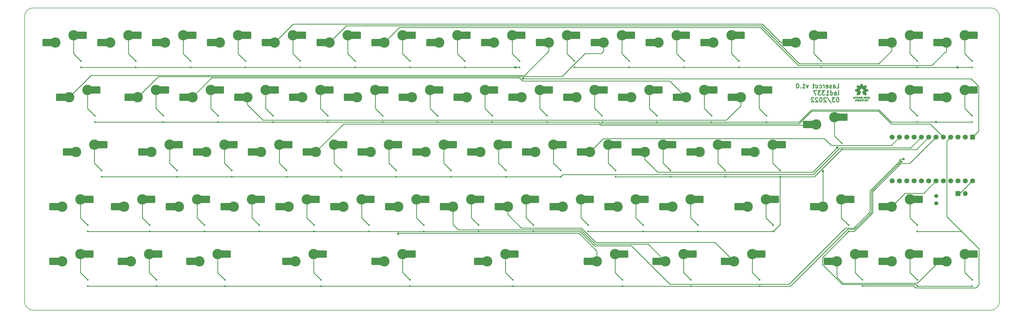
<source format=gbl>
G04 #@! TF.GenerationSoftware,KiCad,Pcbnew,(6.0.2-0)*
G04 #@! TF.CreationDate,2022-03-14T13:33:36+01:00*
G04 #@! TF.ProjectId,lasercut,6c617365-7263-4757-942e-6b696361645f,rev?*
G04 #@! TF.SameCoordinates,Original*
G04 #@! TF.FileFunction,Copper,L2,Bot*
G04 #@! TF.FilePolarity,Positive*
%FSLAX46Y46*%
G04 Gerber Fmt 4.6, Leading zero omitted, Abs format (unit mm)*
G04 Created by KiCad (PCBNEW (6.0.2-0)) date 2022-03-14 13:33:36*
%MOMM*%
%LPD*%
G01*
G04 APERTURE LIST*
G04 Aperture macros list*
%AMRoundRect*
0 Rectangle with rounded corners*
0 $1 Rounding radius*
0 $2 $3 $4 $5 $6 $7 $8 $9 X,Y pos of 4 corners*
0 Add a 4 corners polygon primitive as box body*
4,1,4,$2,$3,$4,$5,$6,$7,$8,$9,$2,$3,0*
0 Add four circle primitives for the rounded corners*
1,1,$1+$1,$2,$3*
1,1,$1+$1,$4,$5*
1,1,$1+$1,$6,$7*
1,1,$1+$1,$8,$9*
0 Add four rect primitives between the rounded corners*
20,1,$1+$1,$2,$3,$4,$5,0*
20,1,$1+$1,$4,$5,$6,$7,0*
20,1,$1+$1,$6,$7,$8,$9,0*
20,1,$1+$1,$8,$9,$2,$3,0*%
G04 Aperture macros list end*
%ADD10C,0.300000*%
G04 #@! TA.AperFunction,NonConductor*
%ADD11C,0.300000*%
G04 #@! TD*
G04 #@! TA.AperFunction,Profile*
%ADD12C,0.200000*%
G04 #@! TD*
G04 #@! TA.AperFunction,EtchedComponent*
%ADD13C,0.010000*%
G04 #@! TD*
G04 #@! TA.AperFunction,ComponentPad*
%ADD14C,1.400000*%
G04 #@! TD*
G04 #@! TA.AperFunction,ComponentPad*
%ADD15R,1.700000X1.700000*%
G04 #@! TD*
G04 #@! TA.AperFunction,ComponentPad*
%ADD16O,1.700000X1.700000*%
G04 #@! TD*
G04 #@! TA.AperFunction,ComponentPad*
%ADD17C,3.600000*%
G04 #@! TD*
G04 #@! TA.AperFunction,SMDPad,CuDef*
%ADD18RoundRect,0.250000X-1.525000X-1.000000X1.525000X-1.000000X1.525000X1.000000X-1.525000X1.000000X0*%
G04 #@! TD*
G04 #@! TA.AperFunction,ComponentPad*
%ADD19C,1.752600*%
G04 #@! TD*
G04 #@! TA.AperFunction,ComponentPad*
%ADD20R,1.752600X1.752600*%
G04 #@! TD*
G04 #@! TA.AperFunction,SMDPad,CuDef*
%ADD21R,0.500000X0.500000*%
G04 #@! TD*
G04 #@! TA.AperFunction,ViaPad*
%ADD22C,0.800000*%
G04 #@! TD*
G04 #@! TA.AperFunction,Conductor*
%ADD23C,0.350000*%
G04 #@! TD*
G04 #@! TA.AperFunction,Conductor*
%ADD24C,0.250000*%
G04 #@! TD*
G04 APERTURE END LIST*
D10*
D11*
X302133571Y-47863571D02*
X302847857Y-47863571D01*
X302847857Y-46363571D01*
X300990714Y-47863571D02*
X300990714Y-47077857D01*
X301062142Y-46935000D01*
X301205000Y-46863571D01*
X301490714Y-46863571D01*
X301633571Y-46935000D01*
X300990714Y-47792142D02*
X301133571Y-47863571D01*
X301490714Y-47863571D01*
X301633571Y-47792142D01*
X301705000Y-47649285D01*
X301705000Y-47506428D01*
X301633571Y-47363571D01*
X301490714Y-47292142D01*
X301133571Y-47292142D01*
X300990714Y-47220714D01*
X300347857Y-47792142D02*
X300205000Y-47863571D01*
X299919285Y-47863571D01*
X299776428Y-47792142D01*
X299705000Y-47649285D01*
X299705000Y-47577857D01*
X299776428Y-47435000D01*
X299919285Y-47363571D01*
X300133571Y-47363571D01*
X300276428Y-47292142D01*
X300347857Y-47149285D01*
X300347857Y-47077857D01*
X300276428Y-46935000D01*
X300133571Y-46863571D01*
X299919285Y-46863571D01*
X299776428Y-46935000D01*
X298490714Y-47792142D02*
X298633571Y-47863571D01*
X298919285Y-47863571D01*
X299062142Y-47792142D01*
X299133571Y-47649285D01*
X299133571Y-47077857D01*
X299062142Y-46935000D01*
X298919285Y-46863571D01*
X298633571Y-46863571D01*
X298490714Y-46935000D01*
X298419285Y-47077857D01*
X298419285Y-47220714D01*
X299133571Y-47363571D01*
X297776428Y-47863571D02*
X297776428Y-46863571D01*
X297776428Y-47149285D02*
X297705000Y-47006428D01*
X297633571Y-46935000D01*
X297490714Y-46863571D01*
X297347857Y-46863571D01*
X296205000Y-47792142D02*
X296347857Y-47863571D01*
X296633571Y-47863571D01*
X296776428Y-47792142D01*
X296847857Y-47720714D01*
X296919285Y-47577857D01*
X296919285Y-47149285D01*
X296847857Y-47006428D01*
X296776428Y-46935000D01*
X296633571Y-46863571D01*
X296347857Y-46863571D01*
X296205000Y-46935000D01*
X294919285Y-46863571D02*
X294919285Y-47863571D01*
X295562142Y-46863571D02*
X295562142Y-47649285D01*
X295490714Y-47792142D01*
X295347857Y-47863571D01*
X295133571Y-47863571D01*
X294990714Y-47792142D01*
X294919285Y-47720714D01*
X294419285Y-46863571D02*
X293847857Y-46863571D01*
X294205000Y-46363571D02*
X294205000Y-47649285D01*
X294133571Y-47792142D01*
X293990714Y-47863571D01*
X293847857Y-47863571D01*
X292347857Y-46863571D02*
X291990714Y-47863571D01*
X291633571Y-46863571D01*
X290276428Y-47863571D02*
X291133571Y-47863571D01*
X290705000Y-47863571D02*
X290705000Y-46363571D01*
X290847857Y-46577857D01*
X290990714Y-46720714D01*
X291133571Y-46792142D01*
X289633571Y-47720714D02*
X289562142Y-47792142D01*
X289633571Y-47863571D01*
X289705000Y-47792142D01*
X289633571Y-47720714D01*
X289633571Y-47863571D01*
X288633571Y-46363571D02*
X288490714Y-46363571D01*
X288347857Y-46435000D01*
X288276428Y-46506428D01*
X288205000Y-46649285D01*
X288133571Y-46935000D01*
X288133571Y-47292142D01*
X288205000Y-47577857D01*
X288276428Y-47720714D01*
X288347857Y-47792142D01*
X288490714Y-47863571D01*
X288633571Y-47863571D01*
X288776428Y-47792142D01*
X288847857Y-47720714D01*
X288919285Y-47577857D01*
X288990714Y-47292142D01*
X288990714Y-46935000D01*
X288919285Y-46649285D01*
X288847857Y-46506428D01*
X288776428Y-46435000D01*
X288633571Y-46363571D01*
X302633571Y-50278571D02*
X302776428Y-50207142D01*
X302847857Y-50064285D01*
X302847857Y-48778571D01*
X301419285Y-50278571D02*
X301419285Y-49492857D01*
X301490714Y-49350000D01*
X301633571Y-49278571D01*
X301919285Y-49278571D01*
X302062142Y-49350000D01*
X301419285Y-50207142D02*
X301562142Y-50278571D01*
X301919285Y-50278571D01*
X302062142Y-50207142D01*
X302133571Y-50064285D01*
X302133571Y-49921428D01*
X302062142Y-49778571D01*
X301919285Y-49707142D01*
X301562142Y-49707142D01*
X301419285Y-49635714D01*
X300062142Y-50278571D02*
X300062142Y-48778571D01*
X300062142Y-50207142D02*
X300205000Y-50278571D01*
X300490714Y-50278571D01*
X300633571Y-50207142D01*
X300705000Y-50135714D01*
X300776428Y-49992857D01*
X300776428Y-49564285D01*
X300705000Y-49421428D01*
X300633571Y-49350000D01*
X300490714Y-49278571D01*
X300205000Y-49278571D01*
X300062142Y-49350000D01*
X298562142Y-50278571D02*
X299419285Y-50278571D01*
X298990714Y-50278571D02*
X298990714Y-48778571D01*
X299133571Y-48992857D01*
X299276428Y-49135714D01*
X299419285Y-49207142D01*
X298062142Y-48778571D02*
X297133571Y-48778571D01*
X297633571Y-49350000D01*
X297419285Y-49350000D01*
X297276428Y-49421428D01*
X297205000Y-49492857D01*
X297133571Y-49635714D01*
X297133571Y-49992857D01*
X297205000Y-50135714D01*
X297276428Y-50207142D01*
X297419285Y-50278571D01*
X297847857Y-50278571D01*
X297990714Y-50207142D01*
X298062142Y-50135714D01*
X296633571Y-48778571D02*
X295705000Y-48778571D01*
X296205000Y-49350000D01*
X295990714Y-49350000D01*
X295847857Y-49421428D01*
X295776428Y-49492857D01*
X295705000Y-49635714D01*
X295705000Y-49992857D01*
X295776428Y-50135714D01*
X295847857Y-50207142D01*
X295990714Y-50278571D01*
X296419285Y-50278571D01*
X296562142Y-50207142D01*
X296633571Y-50135714D01*
X295205000Y-48778571D02*
X294205000Y-48778571D01*
X294847857Y-50278571D01*
X302562142Y-51193571D02*
X302419285Y-51193571D01*
X302276428Y-51265000D01*
X302205000Y-51336428D01*
X302133571Y-51479285D01*
X302062142Y-51765000D01*
X302062142Y-52122142D01*
X302133571Y-52407857D01*
X302205000Y-52550714D01*
X302276428Y-52622142D01*
X302419285Y-52693571D01*
X302562142Y-52693571D01*
X302705000Y-52622142D01*
X302776428Y-52550714D01*
X302847857Y-52407857D01*
X302919285Y-52122142D01*
X302919285Y-51765000D01*
X302847857Y-51479285D01*
X302776428Y-51336428D01*
X302705000Y-51265000D01*
X302562142Y-51193571D01*
X301562142Y-51193571D02*
X300633571Y-51193571D01*
X301133571Y-51765000D01*
X300919285Y-51765000D01*
X300776428Y-51836428D01*
X300705000Y-51907857D01*
X300633571Y-52050714D01*
X300633571Y-52407857D01*
X300705000Y-52550714D01*
X300776428Y-52622142D01*
X300919285Y-52693571D01*
X301347857Y-52693571D01*
X301490714Y-52622142D01*
X301562142Y-52550714D01*
X298919285Y-51122142D02*
X300205000Y-53050714D01*
X298490714Y-51336428D02*
X298419285Y-51265000D01*
X298276428Y-51193571D01*
X297919285Y-51193571D01*
X297776428Y-51265000D01*
X297705000Y-51336428D01*
X297633571Y-51479285D01*
X297633571Y-51622142D01*
X297705000Y-51836428D01*
X298562142Y-52693571D01*
X297633571Y-52693571D01*
X296705000Y-51193571D02*
X296562142Y-51193571D01*
X296419285Y-51265000D01*
X296347857Y-51336428D01*
X296276428Y-51479285D01*
X296205000Y-51765000D01*
X296205000Y-52122142D01*
X296276428Y-52407857D01*
X296347857Y-52550714D01*
X296419285Y-52622142D01*
X296562142Y-52693571D01*
X296705000Y-52693571D01*
X296847857Y-52622142D01*
X296919285Y-52550714D01*
X296990714Y-52407857D01*
X297062142Y-52122142D01*
X297062142Y-51765000D01*
X296990714Y-51479285D01*
X296919285Y-51336428D01*
X296847857Y-51265000D01*
X296705000Y-51193571D01*
X295633571Y-51336428D02*
X295562142Y-51265000D01*
X295419285Y-51193571D01*
X295062142Y-51193571D01*
X294919285Y-51265000D01*
X294847857Y-51336428D01*
X294776428Y-51479285D01*
X294776428Y-51622142D01*
X294847857Y-51836428D01*
X295705000Y-52693571D01*
X294776428Y-52693571D01*
X294205000Y-51336428D02*
X294133571Y-51265000D01*
X293990714Y-51193571D01*
X293633571Y-51193571D01*
X293490714Y-51265000D01*
X293419285Y-51336428D01*
X293347857Y-51479285D01*
X293347857Y-51622142D01*
X293419285Y-51836428D01*
X294276428Y-52693571D01*
X293347857Y-52693571D01*
D12*
X356581000Y-125053620D02*
X356354000Y-125117010D01*
X22805240Y-125190040D02*
X22570990Y-125163860D01*
X358646000Y-122435340D02*
X358617000Y-122669620D01*
X357015000Y-124873100D02*
X356802000Y-124970930D01*
X20050540Y-122435340D02*
X20039530Y-122199680D01*
X356354000Y-125117010D02*
X356122000Y-125163860D01*
X358571000Y-122899730D02*
X358506000Y-123127100D01*
X358617000Y-122669620D02*
X358571000Y-122899730D01*
X23040890Y-19947690D02*
X355654000Y-19949690D01*
X358327000Y-21587690D02*
X358426000Y-21799690D01*
X358506000Y-123127100D02*
X358426000Y-123348960D01*
X20123600Y-122899730D02*
X20076710Y-122669620D01*
X21891610Y-20177690D02*
X22113480Y-20095690D01*
X358617000Y-22479690D02*
X358646000Y-22713690D01*
X358327000Y-123561190D02*
X358212000Y-123767880D01*
X20040910Y-22949690D02*
X20050540Y-22713690D01*
X22339470Y-20031690D02*
X22570990Y-19984690D01*
X357221000Y-20391690D02*
X357416000Y-20520690D01*
X20483260Y-123767880D02*
X20367510Y-123561190D01*
X356802000Y-20177690D02*
X357015000Y-20275690D01*
X20076710Y-122669620D02*
X20050540Y-122435340D01*
X355890000Y-19958690D02*
X356122000Y-19984690D01*
X20186960Y-22021690D02*
X20269650Y-21799690D01*
X358212000Y-21380690D02*
X358327000Y-21587690D01*
X22570990Y-125163860D02*
X22339470Y-125117010D01*
X20612800Y-123963570D02*
X20483260Y-123767880D01*
X357221000Y-124757320D02*
X357015000Y-124873100D01*
X20269650Y-21799690D02*
X20367510Y-21587690D01*
X20918720Y-124321890D02*
X20758850Y-124148250D01*
X358571000Y-22247690D02*
X358617000Y-22479690D01*
X20612800Y-21185690D02*
X20758850Y-21000690D01*
X20269650Y-123348960D02*
X20186960Y-123127100D01*
X21092360Y-124481730D02*
X20918720Y-124321890D01*
X356581000Y-20095690D02*
X356802000Y-20177690D01*
X358212000Y-123767880D02*
X358080000Y-123963570D01*
X20050540Y-22713690D02*
X20076710Y-22479690D01*
X20918720Y-20826690D02*
X21092360Y-20667690D01*
X358654000Y-122199680D02*
X358646000Y-122435340D01*
X22113480Y-20095690D02*
X22339470Y-20031690D01*
X357934000Y-21000690D02*
X358080000Y-21185690D01*
X20758850Y-21000690D02*
X20918720Y-20826690D01*
X358654000Y-22949690D02*
X358654000Y-122199680D01*
X356354000Y-20031690D02*
X356581000Y-20095690D01*
X21277010Y-124627780D02*
X21092360Y-124481730D01*
X21277010Y-20520690D02*
X21472690Y-20391690D01*
X21891610Y-124970930D02*
X21679380Y-124873100D01*
X20186960Y-123127100D02*
X20123600Y-122899730D01*
X20758850Y-124148250D02*
X20612800Y-123963570D01*
X20039530Y-122199680D02*
X20040910Y-22949690D01*
X358426000Y-123348960D02*
X358327000Y-123561190D01*
X357602000Y-20667690D02*
X357775000Y-20826690D01*
X23040890Y-125199670D02*
X22805240Y-125190040D01*
X356122000Y-19984690D02*
X356354000Y-20031690D01*
X21472690Y-124757320D02*
X21277010Y-124627780D01*
X358080000Y-21185690D02*
X358212000Y-21380690D01*
X20367510Y-123561190D02*
X20269650Y-123348960D01*
X357416000Y-124627780D02*
X357221000Y-124757320D01*
X355654000Y-125199670D02*
X23040890Y-125199670D01*
X356802000Y-124970930D02*
X356581000Y-125053620D01*
X356122000Y-125163860D02*
X355890000Y-125190040D01*
X355890000Y-125190040D02*
X355654000Y-125199670D01*
X22113480Y-125053620D02*
X21891610Y-124970930D01*
X357602000Y-124481730D02*
X357416000Y-124627780D01*
X20076710Y-22479690D02*
X20123600Y-22247690D01*
X21472690Y-20391690D02*
X21679380Y-20275690D01*
X20483260Y-21380690D02*
X20612800Y-21185690D01*
X357775000Y-124321890D02*
X357602000Y-124481730D01*
X21092360Y-20667690D02*
X21277010Y-20520690D01*
X21679380Y-20275690D02*
X21891610Y-20177690D01*
X22570990Y-19984690D02*
X22805240Y-19958690D01*
X357416000Y-20520690D02*
X357602000Y-20667690D01*
X22339470Y-125117010D02*
X22113480Y-125053620D01*
X357015000Y-20275690D02*
X357221000Y-20391690D01*
X357775000Y-20826690D02*
X357934000Y-21000690D01*
X358426000Y-21799690D02*
X358506000Y-22021690D01*
X22805240Y-19958690D02*
X23040890Y-19947690D01*
X355654000Y-19949690D02*
X355890000Y-19958690D01*
X20367510Y-21587690D02*
X20483260Y-21380690D01*
X21679380Y-124873100D02*
X21472690Y-124757320D01*
X357934000Y-124148250D02*
X357775000Y-124321890D01*
X358080000Y-123963570D02*
X357934000Y-124148250D01*
X20123600Y-22247690D02*
X20186960Y-22021690D01*
X358646000Y-22713690D02*
X358654000Y-22949690D01*
X358506000Y-22021690D02*
X358571000Y-22247690D01*
D13*
X310785983Y-50856452D02*
X310738366Y-50865482D01*
X310738366Y-50865482D02*
X310688966Y-50884370D01*
X310688966Y-50884370D02*
X310683688Y-50886777D01*
X310683688Y-50886777D02*
X310646226Y-50906476D01*
X310646226Y-50906476D02*
X310620283Y-50924781D01*
X310620283Y-50924781D02*
X310611897Y-50936508D01*
X310611897Y-50936508D02*
X310619883Y-50955632D01*
X310619883Y-50955632D02*
X310639280Y-50983850D01*
X310639280Y-50983850D02*
X310647890Y-50994384D01*
X310647890Y-50994384D02*
X310683372Y-51035847D01*
X310683372Y-51035847D02*
X310729115Y-51008858D01*
X310729115Y-51008858D02*
X310772650Y-50990878D01*
X310772650Y-50990878D02*
X310822950Y-50981267D01*
X310822950Y-50981267D02*
X310871188Y-50980660D01*
X310871188Y-50980660D02*
X310908533Y-50989691D01*
X310908533Y-50989691D02*
X310917495Y-50995327D01*
X310917495Y-50995327D02*
X310934563Y-51021171D01*
X310934563Y-51021171D02*
X310936637Y-51050941D01*
X310936637Y-51050941D02*
X310923866Y-51074197D01*
X310923866Y-51074197D02*
X310916312Y-51078708D01*
X310916312Y-51078708D02*
X310893675Y-51084309D01*
X310893675Y-51084309D02*
X310853885Y-51090892D01*
X310853885Y-51090892D02*
X310804834Y-51097183D01*
X310804834Y-51097183D02*
X310795785Y-51098170D01*
X310795785Y-51098170D02*
X310717004Y-51111798D01*
X310717004Y-51111798D02*
X310659864Y-51134946D01*
X310659864Y-51134946D02*
X310621970Y-51169752D01*
X310621970Y-51169752D02*
X310600921Y-51218354D01*
X310600921Y-51218354D02*
X310594365Y-51277718D01*
X310594365Y-51277718D02*
X310603423Y-51345198D01*
X310603423Y-51345198D02*
X310632836Y-51398188D01*
X310632836Y-51398188D02*
X310682722Y-51436783D01*
X310682722Y-51436783D02*
X310753200Y-51461081D01*
X310753200Y-51461081D02*
X310831435Y-51470667D01*
X310831435Y-51470667D02*
X310895234Y-51470552D01*
X310895234Y-51470552D02*
X310946984Y-51461845D01*
X310946984Y-51461845D02*
X310982327Y-51449825D01*
X310982327Y-51449825D02*
X311026983Y-51428880D01*
X311026983Y-51428880D02*
X311068253Y-51404574D01*
X311068253Y-51404574D02*
X311082921Y-51393876D01*
X311082921Y-51393876D02*
X311120643Y-51363084D01*
X311120643Y-51363084D02*
X311075148Y-51317049D01*
X311075148Y-51317049D02*
X311029653Y-51271013D01*
X311029653Y-51271013D02*
X310977928Y-51305243D01*
X310977928Y-51305243D02*
X310926048Y-51330952D01*
X310926048Y-51330952D02*
X310870649Y-51344399D01*
X310870649Y-51344399D02*
X310817395Y-51345818D01*
X310817395Y-51345818D02*
X310771951Y-51335443D01*
X310771951Y-51335443D02*
X310739984Y-51313507D01*
X310739984Y-51313507D02*
X310729662Y-51294998D01*
X310729662Y-51294998D02*
X310731211Y-51265314D01*
X310731211Y-51265314D02*
X310756860Y-51242615D01*
X310756860Y-51242615D02*
X310806540Y-51226940D01*
X310806540Y-51226940D02*
X310860969Y-51219695D01*
X310860969Y-51219695D02*
X310944736Y-51205873D01*
X310944736Y-51205873D02*
X311006967Y-51179796D01*
X311006967Y-51179796D02*
X311048493Y-51140699D01*
X311048493Y-51140699D02*
X311070147Y-51087820D01*
X311070147Y-51087820D02*
X311073147Y-51025126D01*
X311073147Y-51025126D02*
X311058329Y-50959642D01*
X311058329Y-50959642D02*
X311024546Y-50910144D01*
X311024546Y-50910144D02*
X310971495Y-50876408D01*
X310971495Y-50876408D02*
X310898874Y-50858207D01*
X310898874Y-50858207D02*
X310845072Y-50854639D01*
X310845072Y-50854639D02*
X310785983Y-50856452D01*
X310785983Y-50856452D02*
X310785983Y-50856452D01*
G36*
X310898874Y-50858207D02*
G01*
X310971495Y-50876408D01*
X311024546Y-50910144D01*
X311058329Y-50959642D01*
X311073147Y-51025126D01*
X311070147Y-51087820D01*
X311048493Y-51140699D01*
X311006967Y-51179796D01*
X310944736Y-51205873D01*
X310860969Y-51219695D01*
X310806540Y-51226940D01*
X310756860Y-51242615D01*
X310731211Y-51265314D01*
X310729662Y-51294998D01*
X310739984Y-51313507D01*
X310771951Y-51335443D01*
X310817395Y-51345818D01*
X310870649Y-51344399D01*
X310926048Y-51330952D01*
X310977928Y-51305243D01*
X311029653Y-51271013D01*
X311075148Y-51317049D01*
X311120643Y-51363084D01*
X311082921Y-51393876D01*
X311068253Y-51404574D01*
X311026983Y-51428880D01*
X310982327Y-51449825D01*
X310946984Y-51461845D01*
X310895234Y-51470552D01*
X310831435Y-51470667D01*
X310753200Y-51461081D01*
X310682722Y-51436783D01*
X310632836Y-51398188D01*
X310603423Y-51345198D01*
X310594365Y-51277718D01*
X310600921Y-51218354D01*
X310621970Y-51169752D01*
X310659864Y-51134946D01*
X310717004Y-51111798D01*
X310795785Y-51098170D01*
X310804834Y-51097183D01*
X310853885Y-51090892D01*
X310893675Y-51084309D01*
X310916312Y-51078708D01*
X310923866Y-51074197D01*
X310936637Y-51050941D01*
X310934563Y-51021171D01*
X310917495Y-50995327D01*
X310908533Y-50989691D01*
X310871188Y-50980660D01*
X310822950Y-50981267D01*
X310772650Y-50990878D01*
X310729115Y-51008858D01*
X310683372Y-51035847D01*
X310647890Y-50994384D01*
X310639280Y-50983850D01*
X310619883Y-50955632D01*
X310611897Y-50936508D01*
X310620283Y-50924781D01*
X310646226Y-50906476D01*
X310683688Y-50886777D01*
X310688966Y-50884370D01*
X310738366Y-50865482D01*
X310785983Y-50856452D01*
X310845072Y-50854639D01*
X310898874Y-50858207D01*
G37*
X310898874Y-50858207D02*
X310971495Y-50876408D01*
X311024546Y-50910144D01*
X311058329Y-50959642D01*
X311073147Y-51025126D01*
X311070147Y-51087820D01*
X311048493Y-51140699D01*
X311006967Y-51179796D01*
X310944736Y-51205873D01*
X310860969Y-51219695D01*
X310806540Y-51226940D01*
X310756860Y-51242615D01*
X310731211Y-51265314D01*
X310729662Y-51294998D01*
X310739984Y-51313507D01*
X310771951Y-51335443D01*
X310817395Y-51345818D01*
X310870649Y-51344399D01*
X310926048Y-51330952D01*
X310977928Y-51305243D01*
X311029653Y-51271013D01*
X311075148Y-51317049D01*
X311120643Y-51363084D01*
X311082921Y-51393876D01*
X311068253Y-51404574D01*
X311026983Y-51428880D01*
X310982327Y-51449825D01*
X310946984Y-51461845D01*
X310895234Y-51470552D01*
X310831435Y-51470667D01*
X310753200Y-51461081D01*
X310682722Y-51436783D01*
X310632836Y-51398188D01*
X310603423Y-51345198D01*
X310594365Y-51277718D01*
X310600921Y-51218354D01*
X310621970Y-51169752D01*
X310659864Y-51134946D01*
X310717004Y-51111798D01*
X310795785Y-51098170D01*
X310804834Y-51097183D01*
X310853885Y-51090892D01*
X310893675Y-51084309D01*
X310916312Y-51078708D01*
X310923866Y-51074197D01*
X310936637Y-51050941D01*
X310934563Y-51021171D01*
X310917495Y-50995327D01*
X310908533Y-50989691D01*
X310871188Y-50980660D01*
X310822950Y-50981267D01*
X310772650Y-50990878D01*
X310729115Y-51008858D01*
X310683372Y-51035847D01*
X310647890Y-50994384D01*
X310639280Y-50983850D01*
X310619883Y-50955632D01*
X310611897Y-50936508D01*
X310620283Y-50924781D01*
X310646226Y-50906476D01*
X310683688Y-50886777D01*
X310688966Y-50884370D01*
X310738366Y-50865482D01*
X310785983Y-50856452D01*
X310845072Y-50854639D01*
X310898874Y-50858207D01*
X308582774Y-50863880D02*
X308509920Y-50894830D01*
X308509920Y-50894830D02*
X308486973Y-50909895D01*
X308486973Y-50909895D02*
X308457646Y-50933048D01*
X308457646Y-50933048D02*
X308439236Y-50951253D01*
X308439236Y-50951253D02*
X308436039Y-50957183D01*
X308436039Y-50957183D02*
X308445065Y-50970340D01*
X308445065Y-50970340D02*
X308468163Y-50992667D01*
X308468163Y-50992667D02*
X308486656Y-51008250D01*
X308486656Y-51008250D02*
X308537272Y-51048926D01*
X308537272Y-51048926D02*
X308577240Y-51015295D01*
X308577240Y-51015295D02*
X308608126Y-50993584D01*
X308608126Y-50993584D02*
X308638241Y-50986090D01*
X308638241Y-50986090D02*
X308672708Y-50987920D01*
X308672708Y-50987920D02*
X308727439Y-51001528D01*
X308727439Y-51001528D02*
X308765114Y-51029772D01*
X308765114Y-51029772D02*
X308788009Y-51075433D01*
X308788009Y-51075433D02*
X308798403Y-51141289D01*
X308798403Y-51141289D02*
X308798405Y-51141331D01*
X308798405Y-51141331D02*
X308797506Y-51214939D01*
X308797506Y-51214939D02*
X308783537Y-51268946D01*
X308783537Y-51268946D02*
X308755672Y-51305716D01*
X308755672Y-51305716D02*
X308736675Y-51318168D01*
X308736675Y-51318168D02*
X308686224Y-51333673D01*
X308686224Y-51333673D02*
X308632337Y-51333683D01*
X308632337Y-51333683D02*
X308585454Y-51318638D01*
X308585454Y-51318638D02*
X308574356Y-51311287D01*
X308574356Y-51311287D02*
X308546524Y-51292511D01*
X308546524Y-51292511D02*
X308524764Y-51289434D01*
X308524764Y-51289434D02*
X308501296Y-51303409D01*
X308501296Y-51303409D02*
X308475351Y-51328510D01*
X308475351Y-51328510D02*
X308434284Y-51370880D01*
X308434284Y-51370880D02*
X308479879Y-51408464D01*
X308479879Y-51408464D02*
X308550326Y-51450882D01*
X308550326Y-51450882D02*
X308629767Y-51471785D01*
X308629767Y-51471785D02*
X308712785Y-51470272D01*
X308712785Y-51470272D02*
X308767306Y-51456411D01*
X308767306Y-51456411D02*
X308831030Y-51422135D01*
X308831030Y-51422135D02*
X308881995Y-51368212D01*
X308881995Y-51368212D02*
X308905149Y-51330149D01*
X308905149Y-51330149D02*
X308923901Y-51275536D01*
X308923901Y-51275536D02*
X308933285Y-51206369D01*
X308933285Y-51206369D02*
X308933357Y-51131407D01*
X308933357Y-51131407D02*
X308924176Y-51059409D01*
X308924176Y-51059409D02*
X308905801Y-50999137D01*
X308905801Y-50999137D02*
X308902907Y-50992958D01*
X308902907Y-50992958D02*
X308860048Y-50932351D01*
X308860048Y-50932351D02*
X308802021Y-50888224D01*
X308802021Y-50888224D02*
X308733409Y-50861493D01*
X308733409Y-50861493D02*
X308658799Y-50853073D01*
X308658799Y-50853073D02*
X308582774Y-50863880D01*
X308582774Y-50863880D02*
X308582774Y-50863880D01*
G36*
X308733409Y-50861493D02*
G01*
X308802021Y-50888224D01*
X308860048Y-50932351D01*
X308902907Y-50992958D01*
X308905801Y-50999137D01*
X308924176Y-51059409D01*
X308933357Y-51131407D01*
X308933285Y-51206369D01*
X308923901Y-51275536D01*
X308905149Y-51330149D01*
X308881995Y-51368212D01*
X308831030Y-51422135D01*
X308767306Y-51456411D01*
X308712785Y-51470272D01*
X308629767Y-51471785D01*
X308550326Y-51450882D01*
X308479879Y-51408464D01*
X308434284Y-51370880D01*
X308475351Y-51328510D01*
X308501296Y-51303409D01*
X308524764Y-51289434D01*
X308546524Y-51292511D01*
X308574356Y-51311287D01*
X308585454Y-51318638D01*
X308632337Y-51333683D01*
X308686224Y-51333673D01*
X308736675Y-51318168D01*
X308755672Y-51305716D01*
X308783537Y-51268946D01*
X308797506Y-51214939D01*
X308798405Y-51141331D01*
X308798403Y-51141289D01*
X308788009Y-51075433D01*
X308765114Y-51029772D01*
X308727439Y-51001528D01*
X308672708Y-50987920D01*
X308638241Y-50986090D01*
X308608126Y-50993584D01*
X308577240Y-51015295D01*
X308537272Y-51048926D01*
X308486656Y-51008250D01*
X308468163Y-50992667D01*
X308445065Y-50970340D01*
X308436039Y-50957183D01*
X308439236Y-50951253D01*
X308457646Y-50933048D01*
X308486973Y-50909895D01*
X308509920Y-50894830D01*
X308582774Y-50863880D01*
X308658799Y-50853073D01*
X308733409Y-50861493D01*
G37*
X308733409Y-50861493D02*
X308802021Y-50888224D01*
X308860048Y-50932351D01*
X308902907Y-50992958D01*
X308905801Y-50999137D01*
X308924176Y-51059409D01*
X308933357Y-51131407D01*
X308933285Y-51206369D01*
X308923901Y-51275536D01*
X308905149Y-51330149D01*
X308881995Y-51368212D01*
X308831030Y-51422135D01*
X308767306Y-51456411D01*
X308712785Y-51470272D01*
X308629767Y-51471785D01*
X308550326Y-51450882D01*
X308479879Y-51408464D01*
X308434284Y-51370880D01*
X308475351Y-51328510D01*
X308501296Y-51303409D01*
X308524764Y-51289434D01*
X308546524Y-51292511D01*
X308574356Y-51311287D01*
X308585454Y-51318638D01*
X308632337Y-51333683D01*
X308686224Y-51333673D01*
X308736675Y-51318168D01*
X308755672Y-51305716D01*
X308783537Y-51268946D01*
X308797506Y-51214939D01*
X308798405Y-51141331D01*
X308798403Y-51141289D01*
X308788009Y-51075433D01*
X308765114Y-51029772D01*
X308727439Y-51001528D01*
X308672708Y-50987920D01*
X308638241Y-50986090D01*
X308608126Y-50993584D01*
X308577240Y-51015295D01*
X308537272Y-51048926D01*
X308486656Y-51008250D01*
X308468163Y-50992667D01*
X308445065Y-50970340D01*
X308436039Y-50957183D01*
X308439236Y-50951253D01*
X308457646Y-50933048D01*
X308486973Y-50909895D01*
X308509920Y-50894830D01*
X308582774Y-50863880D01*
X308658799Y-50853073D01*
X308733409Y-50861493D01*
X308122102Y-50856457D02*
X308089904Y-50864279D01*
X308089904Y-50864279D02*
X308028175Y-50892921D01*
X308028175Y-50892921D02*
X307975390Y-50936667D01*
X307975390Y-50936667D02*
X307938859Y-50989117D01*
X307938859Y-50989117D02*
X307933840Y-51000893D01*
X307933840Y-51000893D02*
X307926955Y-51031740D01*
X307926955Y-51031740D02*
X307922136Y-51077371D01*
X307922136Y-51077371D02*
X307920495Y-51123492D01*
X307920495Y-51123492D02*
X307920495Y-51210693D01*
X307920495Y-51210693D02*
X308102822Y-51210693D01*
X308102822Y-51210693D02*
X308178021Y-51210978D01*
X308178021Y-51210978D02*
X308230997Y-51212704D01*
X308230997Y-51212704D02*
X308264675Y-51217181D01*
X308264675Y-51217181D02*
X308281980Y-51225720D01*
X308281980Y-51225720D02*
X308285837Y-51239630D01*
X308285837Y-51239630D02*
X308279171Y-51260222D01*
X308279171Y-51260222D02*
X308267230Y-51284315D01*
X308267230Y-51284315D02*
X308233920Y-51324525D01*
X308233920Y-51324525D02*
X308187632Y-51344558D01*
X308187632Y-51344558D02*
X308131056Y-51343905D01*
X308131056Y-51343905D02*
X308066969Y-51322101D01*
X308066969Y-51322101D02*
X308011583Y-51295193D01*
X308011583Y-51295193D02*
X307965625Y-51331532D01*
X307965625Y-51331532D02*
X307919667Y-51367872D01*
X307919667Y-51367872D02*
X307962904Y-51407819D01*
X307962904Y-51407819D02*
X308020626Y-51445563D01*
X308020626Y-51445563D02*
X308091614Y-51468320D01*
X308091614Y-51468320D02*
X308167971Y-51474688D01*
X308167971Y-51474688D02*
X308241801Y-51463268D01*
X308241801Y-51463268D02*
X308253713Y-51459393D01*
X308253713Y-51459393D02*
X308318601Y-51425506D01*
X308318601Y-51425506D02*
X308366870Y-51374986D01*
X308366870Y-51374986D02*
X308399535Y-51306325D01*
X308399535Y-51306325D02*
X308417615Y-51218014D01*
X308417615Y-51218014D02*
X308417825Y-51216121D01*
X308417825Y-51216121D02*
X308419444Y-51119878D01*
X308419444Y-51119878D02*
X308412900Y-51085542D01*
X308412900Y-51085542D02*
X308285148Y-51085542D01*
X308285148Y-51085542D02*
X308273416Y-51090822D01*
X308273416Y-51090822D02*
X308241562Y-51094867D01*
X308241562Y-51094867D02*
X308194603Y-51097176D01*
X308194603Y-51097176D02*
X308164846Y-51097525D01*
X308164846Y-51097525D02*
X308109352Y-51097306D01*
X308109352Y-51097306D02*
X308074654Y-51095916D01*
X308074654Y-51095916D02*
X308056399Y-51092251D01*
X308056399Y-51092251D02*
X308050234Y-51085210D01*
X308050234Y-51085210D02*
X308051805Y-51073690D01*
X308051805Y-51073690D02*
X308053122Y-51069233D01*
X308053122Y-51069233D02*
X308075618Y-51027355D01*
X308075618Y-51027355D02*
X308110997Y-50993604D01*
X308110997Y-50993604D02*
X308142220Y-50978773D01*
X308142220Y-50978773D02*
X308183699Y-50979668D01*
X308183699Y-50979668D02*
X308225731Y-50998164D01*
X308225731Y-50998164D02*
X308260988Y-51028786D01*
X308260988Y-51028786D02*
X308282146Y-51066062D01*
X308282146Y-51066062D02*
X308285148Y-51085542D01*
X308285148Y-51085542D02*
X308412900Y-51085542D01*
X308412900Y-51085542D02*
X308403310Y-51035229D01*
X308403310Y-51035229D02*
X308371302Y-50964191D01*
X308371302Y-50964191D02*
X308325299Y-50908779D01*
X308325299Y-50908779D02*
X308267179Y-50871009D01*
X308267179Y-50871009D02*
X308198820Y-50852896D01*
X308198820Y-50852896D02*
X308122102Y-50856457D01*
X308122102Y-50856457D02*
X308122102Y-50856457D01*
G36*
X308417825Y-51216121D02*
G01*
X308417615Y-51218014D01*
X308399535Y-51306325D01*
X308366870Y-51374986D01*
X308318601Y-51425506D01*
X308253713Y-51459393D01*
X308241801Y-51463268D01*
X308167971Y-51474688D01*
X308091614Y-51468320D01*
X308020626Y-51445563D01*
X307962904Y-51407819D01*
X307919667Y-51367872D01*
X307965625Y-51331532D01*
X308011583Y-51295193D01*
X308066969Y-51322101D01*
X308131056Y-51343905D01*
X308187632Y-51344558D01*
X308233920Y-51324525D01*
X308267230Y-51284315D01*
X308279171Y-51260222D01*
X308285837Y-51239630D01*
X308281980Y-51225720D01*
X308264675Y-51217181D01*
X308230997Y-51212704D01*
X308178021Y-51210978D01*
X308102822Y-51210693D01*
X307920495Y-51210693D01*
X307920495Y-51123492D01*
X307921857Y-51085210D01*
X308050234Y-51085210D01*
X308056399Y-51092251D01*
X308074654Y-51095916D01*
X308109352Y-51097306D01*
X308164846Y-51097525D01*
X308194603Y-51097176D01*
X308241562Y-51094867D01*
X308273416Y-51090822D01*
X308285148Y-51085542D01*
X308282146Y-51066062D01*
X308260988Y-51028786D01*
X308225731Y-50998164D01*
X308183699Y-50979668D01*
X308142220Y-50978773D01*
X308110997Y-50993604D01*
X308075618Y-51027355D01*
X308053122Y-51069233D01*
X308051805Y-51073690D01*
X308050234Y-51085210D01*
X307921857Y-51085210D01*
X307922136Y-51077371D01*
X307926955Y-51031740D01*
X307933840Y-51000893D01*
X307938859Y-50989117D01*
X307975390Y-50936667D01*
X308028175Y-50892921D01*
X308089904Y-50864279D01*
X308122102Y-50856457D01*
X308198820Y-50852896D01*
X308267179Y-50871009D01*
X308325299Y-50908779D01*
X308371302Y-50964191D01*
X308403310Y-51035229D01*
X308412900Y-51085542D01*
X308419444Y-51119878D01*
X308417825Y-51216121D01*
G37*
X308417825Y-51216121D02*
X308417615Y-51218014D01*
X308399535Y-51306325D01*
X308366870Y-51374986D01*
X308318601Y-51425506D01*
X308253713Y-51459393D01*
X308241801Y-51463268D01*
X308167971Y-51474688D01*
X308091614Y-51468320D01*
X308020626Y-51445563D01*
X307962904Y-51407819D01*
X307919667Y-51367872D01*
X307965625Y-51331532D01*
X308011583Y-51295193D01*
X308066969Y-51322101D01*
X308131056Y-51343905D01*
X308187632Y-51344558D01*
X308233920Y-51324525D01*
X308267230Y-51284315D01*
X308279171Y-51260222D01*
X308285837Y-51239630D01*
X308281980Y-51225720D01*
X308264675Y-51217181D01*
X308230997Y-51212704D01*
X308178021Y-51210978D01*
X308102822Y-51210693D01*
X307920495Y-51210693D01*
X307920495Y-51123492D01*
X307921857Y-51085210D01*
X308050234Y-51085210D01*
X308056399Y-51092251D01*
X308074654Y-51095916D01*
X308109352Y-51097306D01*
X308164846Y-51097525D01*
X308194603Y-51097176D01*
X308241562Y-51094867D01*
X308273416Y-51090822D01*
X308285148Y-51085542D01*
X308282146Y-51066062D01*
X308260988Y-51028786D01*
X308225731Y-50998164D01*
X308183699Y-50979668D01*
X308142220Y-50978773D01*
X308110997Y-50993604D01*
X308075618Y-51027355D01*
X308053122Y-51069233D01*
X308051805Y-51073690D01*
X308050234Y-51085210D01*
X307921857Y-51085210D01*
X307922136Y-51077371D01*
X307926955Y-51031740D01*
X307933840Y-51000893D01*
X307938859Y-50989117D01*
X307975390Y-50936667D01*
X308028175Y-50892921D01*
X308089904Y-50864279D01*
X308122102Y-50856457D01*
X308198820Y-50852896D01*
X308267179Y-50871009D01*
X308325299Y-50908779D01*
X308371302Y-50964191D01*
X308403310Y-51035229D01*
X308412900Y-51085542D01*
X308419444Y-51119878D01*
X308417825Y-51216121D01*
X312184210Y-51806555D02*
X312125055Y-51822339D01*
X312125055Y-51822339D02*
X312080023Y-51850948D01*
X312080023Y-51850948D02*
X312048246Y-51888419D01*
X312048246Y-51888419D02*
X312038366Y-51904411D01*
X312038366Y-51904411D02*
X312031073Y-51921163D01*
X312031073Y-51921163D02*
X312025974Y-51942592D01*
X312025974Y-51942592D02*
X312022679Y-51972616D01*
X312022679Y-51972616D02*
X312020797Y-52015154D01*
X312020797Y-52015154D02*
X312019937Y-52074122D01*
X312019937Y-52074122D02*
X312019707Y-52153440D01*
X312019707Y-52153440D02*
X312019703Y-52174484D01*
X312019703Y-52174484D02*
X312019703Y-52417822D01*
X312019703Y-52417822D02*
X312080059Y-52417822D01*
X312080059Y-52417822D02*
X312118557Y-52415126D01*
X312118557Y-52415126D02*
X312147023Y-52408295D01*
X312147023Y-52408295D02*
X312154155Y-52404083D01*
X312154155Y-52404083D02*
X312173652Y-52396813D01*
X312173652Y-52396813D02*
X312193566Y-52404083D01*
X312193566Y-52404083D02*
X312226353Y-52413160D01*
X312226353Y-52413160D02*
X312273978Y-52416813D01*
X312273978Y-52416813D02*
X312326764Y-52415228D01*
X312326764Y-52415228D02*
X312375036Y-52408589D01*
X312375036Y-52408589D02*
X312403218Y-52400072D01*
X312403218Y-52400072D02*
X312457753Y-52365063D01*
X312457753Y-52365063D02*
X312491835Y-52316479D01*
X312491835Y-52316479D02*
X312507157Y-52251882D01*
X312507157Y-52251882D02*
X312507299Y-52250223D01*
X312507299Y-52250223D02*
X312505955Y-52221566D01*
X312505955Y-52221566D02*
X312384356Y-52221566D01*
X312384356Y-52221566D02*
X312373726Y-52254161D01*
X312373726Y-52254161D02*
X312356410Y-52272505D01*
X312356410Y-52272505D02*
X312321652Y-52286379D01*
X312321652Y-52286379D02*
X312275773Y-52291917D01*
X312275773Y-52291917D02*
X312228988Y-52289191D01*
X312228988Y-52289191D02*
X312191514Y-52278274D01*
X312191514Y-52278274D02*
X312181015Y-52271269D01*
X312181015Y-52271269D02*
X312162668Y-52238904D01*
X312162668Y-52238904D02*
X312158020Y-52202111D01*
X312158020Y-52202111D02*
X312158020Y-52153763D01*
X312158020Y-52153763D02*
X312227582Y-52153763D01*
X312227582Y-52153763D02*
X312293667Y-52158850D01*
X312293667Y-52158850D02*
X312343764Y-52173263D01*
X312343764Y-52173263D02*
X312374929Y-52195729D01*
X312374929Y-52195729D02*
X312384356Y-52221566D01*
X312384356Y-52221566D02*
X312505955Y-52221566D01*
X312505955Y-52221566D02*
X312503987Y-52179647D01*
X312503987Y-52179647D02*
X312480710Y-52123845D01*
X312480710Y-52123845D02*
X312436948Y-52081647D01*
X312436948Y-52081647D02*
X312430899Y-52077808D01*
X312430899Y-52077808D02*
X312404907Y-52065309D01*
X312404907Y-52065309D02*
X312372735Y-52057740D01*
X312372735Y-52057740D02*
X312327760Y-52054061D01*
X312327760Y-52054061D02*
X312274331Y-52053216D01*
X312274331Y-52053216D02*
X312158020Y-52053169D01*
X312158020Y-52053169D02*
X312158020Y-52004411D01*
X312158020Y-52004411D02*
X312162953Y-51966581D01*
X312162953Y-51966581D02*
X312175543Y-51941236D01*
X312175543Y-51941236D02*
X312177017Y-51939887D01*
X312177017Y-51939887D02*
X312205034Y-51928800D01*
X312205034Y-51928800D02*
X312247326Y-51924503D01*
X312247326Y-51924503D02*
X312294064Y-51926615D01*
X312294064Y-51926615D02*
X312335418Y-51934756D01*
X312335418Y-51934756D02*
X312359957Y-51946965D01*
X312359957Y-51946965D02*
X312373253Y-51956746D01*
X312373253Y-51956746D02*
X312387294Y-51958613D01*
X312387294Y-51958613D02*
X312406671Y-51950600D01*
X312406671Y-51950600D02*
X312435976Y-51930739D01*
X312435976Y-51930739D02*
X312479803Y-51897063D01*
X312479803Y-51897063D02*
X312483825Y-51893909D01*
X312483825Y-51893909D02*
X312481764Y-51882236D01*
X312481764Y-51882236D02*
X312464568Y-51862822D01*
X312464568Y-51862822D02*
X312438433Y-51841248D01*
X312438433Y-51841248D02*
X312409552Y-51823096D01*
X312409552Y-51823096D02*
X312400478Y-51818809D01*
X312400478Y-51818809D02*
X312367380Y-51810256D01*
X312367380Y-51810256D02*
X312318880Y-51804155D01*
X312318880Y-51804155D02*
X312264695Y-51801708D01*
X312264695Y-51801708D02*
X312262161Y-51801703D01*
X312262161Y-51801703D02*
X312184210Y-51806555D01*
X312184210Y-51806555D02*
X312184210Y-51806555D01*
G36*
X312507157Y-52251882D02*
G01*
X312491835Y-52316479D01*
X312457753Y-52365063D01*
X312403218Y-52400072D01*
X312375036Y-52408589D01*
X312326764Y-52415228D01*
X312273978Y-52416813D01*
X312226353Y-52413160D01*
X312193566Y-52404083D01*
X312173652Y-52396813D01*
X312154155Y-52404083D01*
X312147023Y-52408295D01*
X312118557Y-52415126D01*
X312080059Y-52417822D01*
X312019703Y-52417822D01*
X312019703Y-52202111D01*
X312158020Y-52202111D01*
X312162668Y-52238904D01*
X312181015Y-52271269D01*
X312191514Y-52278274D01*
X312228988Y-52289191D01*
X312275773Y-52291917D01*
X312321652Y-52286379D01*
X312356410Y-52272505D01*
X312373726Y-52254161D01*
X312384356Y-52221566D01*
X312374929Y-52195729D01*
X312343764Y-52173263D01*
X312293667Y-52158850D01*
X312227582Y-52153763D01*
X312158020Y-52153763D01*
X312158020Y-52202111D01*
X312019703Y-52202111D01*
X312019703Y-52174484D01*
X312019707Y-52153440D01*
X312019937Y-52074122D01*
X312020797Y-52015154D01*
X312022679Y-51972616D01*
X312025974Y-51942592D01*
X312031073Y-51921163D01*
X312038366Y-51904411D01*
X312048246Y-51888419D01*
X312080023Y-51850948D01*
X312125055Y-51822339D01*
X312184210Y-51806555D01*
X312262161Y-51801703D01*
X312264695Y-51801708D01*
X312318880Y-51804155D01*
X312367380Y-51810256D01*
X312400478Y-51818809D01*
X312409552Y-51823096D01*
X312438433Y-51841248D01*
X312464568Y-51862822D01*
X312481764Y-51882236D01*
X312483825Y-51893909D01*
X312479803Y-51897063D01*
X312435976Y-51930739D01*
X312406671Y-51950600D01*
X312387294Y-51958613D01*
X312373253Y-51956746D01*
X312359957Y-51946965D01*
X312335418Y-51934756D01*
X312294064Y-51926615D01*
X312247326Y-51924503D01*
X312205034Y-51928800D01*
X312177017Y-51939887D01*
X312175543Y-51941236D01*
X312162953Y-51966581D01*
X312158020Y-52004411D01*
X312158020Y-52053169D01*
X312274331Y-52053216D01*
X312327760Y-52054061D01*
X312372735Y-52057740D01*
X312404907Y-52065309D01*
X312430899Y-52077808D01*
X312436948Y-52081647D01*
X312480710Y-52123845D01*
X312503987Y-52179647D01*
X312505955Y-52221566D01*
X312507299Y-52250223D01*
X312507157Y-52251882D01*
G37*
X312507157Y-52251882D02*
X312491835Y-52316479D01*
X312457753Y-52365063D01*
X312403218Y-52400072D01*
X312375036Y-52408589D01*
X312326764Y-52415228D01*
X312273978Y-52416813D01*
X312226353Y-52413160D01*
X312193566Y-52404083D01*
X312173652Y-52396813D01*
X312154155Y-52404083D01*
X312147023Y-52408295D01*
X312118557Y-52415126D01*
X312080059Y-52417822D01*
X312019703Y-52417822D01*
X312019703Y-52202111D01*
X312158020Y-52202111D01*
X312162668Y-52238904D01*
X312181015Y-52271269D01*
X312191514Y-52278274D01*
X312228988Y-52289191D01*
X312275773Y-52291917D01*
X312321652Y-52286379D01*
X312356410Y-52272505D01*
X312373726Y-52254161D01*
X312384356Y-52221566D01*
X312374929Y-52195729D01*
X312343764Y-52173263D01*
X312293667Y-52158850D01*
X312227582Y-52153763D01*
X312158020Y-52153763D01*
X312158020Y-52202111D01*
X312019703Y-52202111D01*
X312019703Y-52174484D01*
X312019707Y-52153440D01*
X312019937Y-52074122D01*
X312020797Y-52015154D01*
X312022679Y-51972616D01*
X312025974Y-51942592D01*
X312031073Y-51921163D01*
X312038366Y-51904411D01*
X312048246Y-51888419D01*
X312080023Y-51850948D01*
X312125055Y-51822339D01*
X312184210Y-51806555D01*
X312262161Y-51801703D01*
X312264695Y-51801708D01*
X312318880Y-51804155D01*
X312367380Y-51810256D01*
X312400478Y-51818809D01*
X312409552Y-51823096D01*
X312438433Y-51841248D01*
X312464568Y-51862822D01*
X312481764Y-51882236D01*
X312483825Y-51893909D01*
X312479803Y-51897063D01*
X312435976Y-51930739D01*
X312406671Y-51950600D01*
X312387294Y-51958613D01*
X312373253Y-51956746D01*
X312359957Y-51946965D01*
X312335418Y-51934756D01*
X312294064Y-51926615D01*
X312247326Y-51924503D01*
X312205034Y-51928800D01*
X312177017Y-51939887D01*
X312175543Y-51941236D01*
X312162953Y-51966581D01*
X312158020Y-52004411D01*
X312158020Y-52053169D01*
X312274331Y-52053216D01*
X312327760Y-52054061D01*
X312372735Y-52057740D01*
X312404907Y-52065309D01*
X312430899Y-52077808D01*
X312436948Y-52081647D01*
X312480710Y-52123845D01*
X312503987Y-52179647D01*
X312505955Y-52221566D01*
X312507299Y-52250223D01*
X312507157Y-52251882D01*
X308767419Y-51804970D02*
X308707315Y-51820597D01*
X308707315Y-51820597D02*
X308656979Y-51852848D01*
X308656979Y-51852848D02*
X308632607Y-51876940D01*
X308632607Y-51876940D02*
X308592655Y-51933895D01*
X308592655Y-51933895D02*
X308569758Y-51999965D01*
X308569758Y-51999965D02*
X308561892Y-52081182D01*
X308561892Y-52081182D02*
X308561852Y-52087748D01*
X308561852Y-52087748D02*
X308561782Y-52153763D01*
X308561782Y-52153763D02*
X308941736Y-52153763D01*
X308941736Y-52153763D02*
X308933637Y-52188342D01*
X308933637Y-52188342D02*
X308919013Y-52219659D01*
X308919013Y-52219659D02*
X308893419Y-52252291D01*
X308893419Y-52252291D02*
X308888065Y-52257500D01*
X308888065Y-52257500D02*
X308842057Y-52285694D01*
X308842057Y-52285694D02*
X308789590Y-52290475D01*
X308789590Y-52290475D02*
X308729197Y-52271926D01*
X308729197Y-52271926D02*
X308718960Y-52266931D01*
X308718960Y-52266931D02*
X308687561Y-52251745D01*
X308687561Y-52251745D02*
X308666530Y-52243094D01*
X308666530Y-52243094D02*
X308662861Y-52242293D01*
X308662861Y-52242293D02*
X308650052Y-52250063D01*
X308650052Y-52250063D02*
X308625622Y-52269072D01*
X308625622Y-52269072D02*
X308613221Y-52279460D01*
X308613221Y-52279460D02*
X308587524Y-52303321D01*
X308587524Y-52303321D02*
X308579085Y-52319077D01*
X308579085Y-52319077D02*
X308584942Y-52333571D01*
X308584942Y-52333571D02*
X308588072Y-52337534D01*
X308588072Y-52337534D02*
X308609275Y-52354879D01*
X308609275Y-52354879D02*
X308644262Y-52375959D01*
X308644262Y-52375959D02*
X308668663Y-52388265D01*
X308668663Y-52388265D02*
X308737928Y-52409946D01*
X308737928Y-52409946D02*
X308814612Y-52416971D01*
X308814612Y-52416971D02*
X308887235Y-52408647D01*
X308887235Y-52408647D02*
X308907574Y-52402686D01*
X308907574Y-52402686D02*
X308970524Y-52368952D01*
X308970524Y-52368952D02*
X309017185Y-52317045D01*
X309017185Y-52317045D02*
X309047827Y-52246459D01*
X309047827Y-52246459D02*
X309062718Y-52156692D01*
X309062718Y-52156692D02*
X309064353Y-52109753D01*
X309064353Y-52109753D02*
X309059579Y-52041413D01*
X309059579Y-52041413D02*
X308939010Y-52041413D01*
X308939010Y-52041413D02*
X308927348Y-52046465D01*
X308927348Y-52046465D02*
X308896002Y-52050429D01*
X308896002Y-52050429D02*
X308850429Y-52052768D01*
X308850429Y-52052768D02*
X308819554Y-52053169D01*
X308819554Y-52053169D02*
X308764019Y-52052783D01*
X308764019Y-52052783D02*
X308728967Y-52050975D01*
X308728967Y-52050975D02*
X308709738Y-52046773D01*
X308709738Y-52046773D02*
X308701670Y-52039203D01*
X308701670Y-52039203D02*
X308700099Y-52028218D01*
X308700099Y-52028218D02*
X308710879Y-51994381D01*
X308710879Y-51994381D02*
X308738020Y-51960940D01*
X308738020Y-51960940D02*
X308773723Y-51935272D01*
X308773723Y-51935272D02*
X308809440Y-51924772D01*
X308809440Y-51924772D02*
X308857952Y-51934086D01*
X308857952Y-51934086D02*
X308899947Y-51961013D01*
X308899947Y-51961013D02*
X308929064Y-51999827D01*
X308929064Y-51999827D02*
X308939010Y-52041413D01*
X308939010Y-52041413D02*
X309059579Y-52041413D01*
X309059579Y-52041413D02*
X309057401Y-52010236D01*
X309057401Y-52010236D02*
X309035945Y-51930949D01*
X309035945Y-51930949D02*
X308999530Y-51871263D01*
X308999530Y-51871263D02*
X308947703Y-51830549D01*
X308947703Y-51830549D02*
X308880010Y-51808179D01*
X308880010Y-51808179D02*
X308843338Y-51803871D01*
X308843338Y-51803871D02*
X308767419Y-51804970D01*
X308767419Y-51804970D02*
X308767419Y-51804970D01*
G36*
X309062718Y-52156692D02*
G01*
X309047827Y-52246459D01*
X309017185Y-52317045D01*
X308970524Y-52368952D01*
X308907574Y-52402686D01*
X308887235Y-52408647D01*
X308814612Y-52416971D01*
X308737928Y-52409946D01*
X308668663Y-52388265D01*
X308644262Y-52375959D01*
X308609275Y-52354879D01*
X308588072Y-52337534D01*
X308584942Y-52333571D01*
X308579085Y-52319077D01*
X308587524Y-52303321D01*
X308613221Y-52279460D01*
X308625622Y-52269072D01*
X308650052Y-52250063D01*
X308662861Y-52242293D01*
X308666530Y-52243094D01*
X308687561Y-52251745D01*
X308718960Y-52266931D01*
X308729197Y-52271926D01*
X308789590Y-52290475D01*
X308842057Y-52285694D01*
X308888065Y-52257500D01*
X308893419Y-52252291D01*
X308919013Y-52219659D01*
X308933637Y-52188342D01*
X308941736Y-52153763D01*
X308561782Y-52153763D01*
X308561852Y-52087748D01*
X308561892Y-52081182D01*
X308567022Y-52028218D01*
X308700099Y-52028218D01*
X308701670Y-52039203D01*
X308709738Y-52046773D01*
X308728967Y-52050975D01*
X308764019Y-52052783D01*
X308819554Y-52053169D01*
X308850429Y-52052768D01*
X308896002Y-52050429D01*
X308927348Y-52046465D01*
X308939010Y-52041413D01*
X308929064Y-51999827D01*
X308899947Y-51961013D01*
X308857952Y-51934086D01*
X308809440Y-51924772D01*
X308773723Y-51935272D01*
X308738020Y-51960940D01*
X308710879Y-51994381D01*
X308700099Y-52028218D01*
X308567022Y-52028218D01*
X308569758Y-51999965D01*
X308592655Y-51933895D01*
X308632607Y-51876940D01*
X308656979Y-51852848D01*
X308707315Y-51820597D01*
X308767419Y-51804970D01*
X308843338Y-51803871D01*
X308880010Y-51808179D01*
X308947703Y-51830549D01*
X308999530Y-51871263D01*
X309035945Y-51930949D01*
X309057401Y-52010236D01*
X309059579Y-52041413D01*
X309064353Y-52109753D01*
X309062718Y-52156692D01*
G37*
X309062718Y-52156692D02*
X309047827Y-52246459D01*
X309017185Y-52317045D01*
X308970524Y-52368952D01*
X308907574Y-52402686D01*
X308887235Y-52408647D01*
X308814612Y-52416971D01*
X308737928Y-52409946D01*
X308668663Y-52388265D01*
X308644262Y-52375959D01*
X308609275Y-52354879D01*
X308588072Y-52337534D01*
X308584942Y-52333571D01*
X308579085Y-52319077D01*
X308587524Y-52303321D01*
X308613221Y-52279460D01*
X308625622Y-52269072D01*
X308650052Y-52250063D01*
X308662861Y-52242293D01*
X308666530Y-52243094D01*
X308687561Y-52251745D01*
X308718960Y-52266931D01*
X308729197Y-52271926D01*
X308789590Y-52290475D01*
X308842057Y-52285694D01*
X308888065Y-52257500D01*
X308893419Y-52252291D01*
X308919013Y-52219659D01*
X308933637Y-52188342D01*
X308941736Y-52153763D01*
X308561782Y-52153763D01*
X308561852Y-52087748D01*
X308561892Y-52081182D01*
X308567022Y-52028218D01*
X308700099Y-52028218D01*
X308701670Y-52039203D01*
X308709738Y-52046773D01*
X308728967Y-52050975D01*
X308764019Y-52052783D01*
X308819554Y-52053169D01*
X308850429Y-52052768D01*
X308896002Y-52050429D01*
X308927348Y-52046465D01*
X308939010Y-52041413D01*
X308929064Y-51999827D01*
X308899947Y-51961013D01*
X308857952Y-51934086D01*
X308809440Y-51924772D01*
X308773723Y-51935272D01*
X308738020Y-51960940D01*
X308710879Y-51994381D01*
X308700099Y-52028218D01*
X308567022Y-52028218D01*
X308569758Y-51999965D01*
X308592655Y-51933895D01*
X308632607Y-51876940D01*
X308656979Y-51852848D01*
X308707315Y-51820597D01*
X308767419Y-51804970D01*
X308843338Y-51803871D01*
X308880010Y-51808179D01*
X308947703Y-51830549D01*
X308999530Y-51871263D01*
X309035945Y-51930949D01*
X309057401Y-52010236D01*
X309059579Y-52041413D01*
X309064353Y-52109753D01*
X309062718Y-52156692D01*
X313338261Y-50865148D02*
X313272479Y-50894231D01*
X313272479Y-50894231D02*
X313222540Y-50942793D01*
X313222540Y-50942793D02*
X313188374Y-51010908D01*
X313188374Y-51010908D02*
X313169907Y-51098651D01*
X313169907Y-51098651D02*
X313168583Y-51112351D01*
X313168583Y-51112351D02*
X313167546Y-51208939D01*
X313167546Y-51208939D02*
X313180993Y-51293602D01*
X313180993Y-51293602D02*
X313208108Y-51362221D01*
X313208108Y-51362221D02*
X313222627Y-51384294D01*
X313222627Y-51384294D02*
X313273201Y-51431011D01*
X313273201Y-51431011D02*
X313337609Y-51461268D01*
X313337609Y-51461268D02*
X313409666Y-51473824D01*
X313409666Y-51473824D02*
X313483185Y-51467439D01*
X313483185Y-51467439D02*
X313539072Y-51447772D01*
X313539072Y-51447772D02*
X313587132Y-51414629D01*
X313587132Y-51414629D02*
X313626412Y-51371175D01*
X313626412Y-51371175D02*
X313627092Y-51370158D01*
X313627092Y-51370158D02*
X313643044Y-51343338D01*
X313643044Y-51343338D02*
X313653410Y-51316368D01*
X313653410Y-51316368D02*
X313659688Y-51282332D01*
X313659688Y-51282332D02*
X313663373Y-51234310D01*
X313663373Y-51234310D02*
X313664997Y-51194931D01*
X313664997Y-51194931D02*
X313665672Y-51159219D01*
X313665672Y-51159219D02*
X313539955Y-51159219D01*
X313539955Y-51159219D02*
X313538726Y-51194770D01*
X313538726Y-51194770D02*
X313534266Y-51242094D01*
X313534266Y-51242094D02*
X313526397Y-51272465D01*
X313526397Y-51272465D02*
X313512207Y-51294072D01*
X313512207Y-51294072D02*
X313498917Y-51306694D01*
X313498917Y-51306694D02*
X313451802Y-51333122D01*
X313451802Y-51333122D02*
X313402505Y-51336653D01*
X313402505Y-51336653D02*
X313356593Y-51317639D01*
X313356593Y-51317639D02*
X313333638Y-51296331D01*
X313333638Y-51296331D02*
X313317096Y-51274859D01*
X313317096Y-51274859D02*
X313307421Y-51254313D01*
X313307421Y-51254313D02*
X313303174Y-51227574D01*
X313303174Y-51227574D02*
X313302920Y-51187523D01*
X313302920Y-51187523D02*
X313304228Y-51150638D01*
X313304228Y-51150638D02*
X313307043Y-51097947D01*
X313307043Y-51097947D02*
X313311505Y-51063772D01*
X313311505Y-51063772D02*
X313319548Y-51041480D01*
X313319548Y-51041480D02*
X313333103Y-51024442D01*
X313333103Y-51024442D02*
X313343845Y-51014703D01*
X313343845Y-51014703D02*
X313388777Y-50989123D01*
X313388777Y-50989123D02*
X313437249Y-50987847D01*
X313437249Y-50987847D02*
X313477894Y-51002999D01*
X313477894Y-51002999D02*
X313512567Y-51034642D01*
X313512567Y-51034642D02*
X313533224Y-51086620D01*
X313533224Y-51086620D02*
X313539955Y-51159219D01*
X313539955Y-51159219D02*
X313665672Y-51159219D01*
X313665672Y-51159219D02*
X313666479Y-51116621D01*
X313666479Y-51116621D02*
X313663948Y-51058056D01*
X313663948Y-51058056D02*
X313656362Y-51014007D01*
X313656362Y-51014007D02*
X313642681Y-50979248D01*
X313642681Y-50979248D02*
X313621865Y-50948551D01*
X313621865Y-50948551D02*
X313614147Y-50939436D01*
X313614147Y-50939436D02*
X313565889Y-50894021D01*
X313565889Y-50894021D02*
X313514128Y-50867493D01*
X313514128Y-50867493D02*
X313450828Y-50856379D01*
X313450828Y-50856379D02*
X313419961Y-50855471D01*
X313419961Y-50855471D02*
X313338261Y-50865148D01*
X313338261Y-50865148D02*
X313338261Y-50865148D01*
G36*
X313663373Y-51234310D02*
G01*
X313659688Y-51282332D01*
X313653410Y-51316368D01*
X313643044Y-51343338D01*
X313627092Y-51370158D01*
X313626412Y-51371175D01*
X313587132Y-51414629D01*
X313539072Y-51447772D01*
X313483185Y-51467439D01*
X313409666Y-51473824D01*
X313337609Y-51461268D01*
X313273201Y-51431011D01*
X313222627Y-51384294D01*
X313208108Y-51362221D01*
X313180993Y-51293602D01*
X313167546Y-51208939D01*
X313167776Y-51187523D01*
X313302920Y-51187523D01*
X313303174Y-51227574D01*
X313307421Y-51254313D01*
X313317096Y-51274859D01*
X313333638Y-51296331D01*
X313356593Y-51317639D01*
X313402505Y-51336653D01*
X313451802Y-51333122D01*
X313498917Y-51306694D01*
X313512207Y-51294072D01*
X313526397Y-51272465D01*
X313534266Y-51242094D01*
X313538726Y-51194770D01*
X313539955Y-51159219D01*
X313533224Y-51086620D01*
X313512567Y-51034642D01*
X313477894Y-51002999D01*
X313437249Y-50987847D01*
X313388777Y-50989123D01*
X313343845Y-51014703D01*
X313333103Y-51024442D01*
X313319548Y-51041480D01*
X313311505Y-51063772D01*
X313307043Y-51097947D01*
X313304228Y-51150638D01*
X313302920Y-51187523D01*
X313167776Y-51187523D01*
X313168583Y-51112351D01*
X313169907Y-51098651D01*
X313188374Y-51010908D01*
X313222540Y-50942793D01*
X313272479Y-50894231D01*
X313338261Y-50865148D01*
X313419961Y-50855471D01*
X313450828Y-50856379D01*
X313514128Y-50867493D01*
X313565889Y-50894021D01*
X313614147Y-50939436D01*
X313621865Y-50948551D01*
X313642681Y-50979248D01*
X313656362Y-51014007D01*
X313663948Y-51058056D01*
X313666479Y-51116621D01*
X313665672Y-51159219D01*
X313664997Y-51194931D01*
X313663373Y-51234310D01*
G37*
X313663373Y-51234310D02*
X313659688Y-51282332D01*
X313653410Y-51316368D01*
X313643044Y-51343338D01*
X313627092Y-51370158D01*
X313626412Y-51371175D01*
X313587132Y-51414629D01*
X313539072Y-51447772D01*
X313483185Y-51467439D01*
X313409666Y-51473824D01*
X313337609Y-51461268D01*
X313273201Y-51431011D01*
X313222627Y-51384294D01*
X313208108Y-51362221D01*
X313180993Y-51293602D01*
X313167546Y-51208939D01*
X313167776Y-51187523D01*
X313302920Y-51187523D01*
X313303174Y-51227574D01*
X313307421Y-51254313D01*
X313317096Y-51274859D01*
X313333638Y-51296331D01*
X313356593Y-51317639D01*
X313402505Y-51336653D01*
X313451802Y-51333122D01*
X313498917Y-51306694D01*
X313512207Y-51294072D01*
X313526397Y-51272465D01*
X313534266Y-51242094D01*
X313538726Y-51194770D01*
X313539955Y-51159219D01*
X313533224Y-51086620D01*
X313512567Y-51034642D01*
X313477894Y-51002999D01*
X313437249Y-50987847D01*
X313388777Y-50989123D01*
X313343845Y-51014703D01*
X313333103Y-51024442D01*
X313319548Y-51041480D01*
X313311505Y-51063772D01*
X313307043Y-51097947D01*
X313304228Y-51150638D01*
X313302920Y-51187523D01*
X313167776Y-51187523D01*
X313168583Y-51112351D01*
X313169907Y-51098651D01*
X313188374Y-51010908D01*
X313222540Y-50942793D01*
X313272479Y-50894231D01*
X313338261Y-50865148D01*
X313419961Y-50855471D01*
X313450828Y-50856379D01*
X313514128Y-50867493D01*
X313565889Y-50894021D01*
X313614147Y-50939436D01*
X313621865Y-50948551D01*
X313642681Y-50979248D01*
X313656362Y-51014007D01*
X313663948Y-51058056D01*
X313666479Y-51116621D01*
X313665672Y-51159219D01*
X313664997Y-51194931D01*
X313663373Y-51234310D01*
X309806633Y-51054342D02*
X309805445Y-51146563D01*
X309805445Y-51146563D02*
X309801103Y-51216610D01*
X309801103Y-51216610D02*
X309792442Y-51267381D01*
X309792442Y-51267381D02*
X309778296Y-51301772D01*
X309778296Y-51301772D02*
X309757500Y-51322679D01*
X309757500Y-51322679D02*
X309728890Y-51333000D01*
X309728890Y-51333000D02*
X309693465Y-51335636D01*
X309693465Y-51335636D02*
X309656364Y-51332682D01*
X309656364Y-51332682D02*
X309628182Y-51321889D01*
X309628182Y-51321889D02*
X309607757Y-51300360D01*
X309607757Y-51300360D02*
X309593921Y-51265199D01*
X309593921Y-51265199D02*
X309585509Y-51213510D01*
X309585509Y-51213510D02*
X309581357Y-51142394D01*
X309581357Y-51142394D02*
X309580297Y-51054342D01*
X309580297Y-51054342D02*
X309580297Y-50858614D01*
X309580297Y-50858614D02*
X309441980Y-50858614D01*
X309441980Y-50858614D02*
X309441980Y-51462179D01*
X309441980Y-51462179D02*
X309511138Y-51462179D01*
X309511138Y-51462179D02*
X309552830Y-51460489D01*
X309552830Y-51460489D02*
X309574299Y-51454556D01*
X309574299Y-51454556D02*
X309580297Y-51443293D01*
X309580297Y-51443293D02*
X309583909Y-51433261D01*
X309583909Y-51433261D02*
X309598286Y-51435383D01*
X309598286Y-51435383D02*
X309627264Y-51449580D01*
X309627264Y-51449580D02*
X309693681Y-51471480D01*
X309693681Y-51471480D02*
X309764125Y-51469928D01*
X309764125Y-51469928D02*
X309831623Y-51446147D01*
X309831623Y-51446147D02*
X309863767Y-51427362D01*
X309863767Y-51427362D02*
X309888285Y-51407022D01*
X309888285Y-51407022D02*
X309906196Y-51381573D01*
X309906196Y-51381573D02*
X309918521Y-51347458D01*
X309918521Y-51347458D02*
X309926277Y-51301121D01*
X309926277Y-51301121D02*
X309930484Y-51239007D01*
X309930484Y-51239007D02*
X309932160Y-51157561D01*
X309932160Y-51157561D02*
X309932376Y-51094578D01*
X309932376Y-51094578D02*
X309932376Y-50858614D01*
X309932376Y-50858614D02*
X309806633Y-50858614D01*
X309806633Y-50858614D02*
X309806633Y-51054342D01*
X309806633Y-51054342D02*
X309806633Y-51054342D01*
G36*
X309580297Y-51054342D02*
G01*
X309581357Y-51142394D01*
X309585509Y-51213510D01*
X309593921Y-51265199D01*
X309607757Y-51300360D01*
X309628182Y-51321889D01*
X309656364Y-51332682D01*
X309693465Y-51335636D01*
X309728890Y-51333000D01*
X309757500Y-51322679D01*
X309778296Y-51301772D01*
X309792442Y-51267381D01*
X309801103Y-51216610D01*
X309805445Y-51146563D01*
X309806633Y-51054342D01*
X309806633Y-50858614D01*
X309932376Y-50858614D01*
X309932376Y-51094578D01*
X309932160Y-51157561D01*
X309930484Y-51239007D01*
X309926277Y-51301121D01*
X309918521Y-51347458D01*
X309906196Y-51381573D01*
X309888285Y-51407022D01*
X309863767Y-51427362D01*
X309831623Y-51446147D01*
X309764125Y-51469928D01*
X309693681Y-51471480D01*
X309627264Y-51449580D01*
X309598286Y-51435383D01*
X309583909Y-51433261D01*
X309580297Y-51443293D01*
X309574299Y-51454556D01*
X309552830Y-51460489D01*
X309511138Y-51462179D01*
X309441980Y-51462179D01*
X309441980Y-50858614D01*
X309580297Y-50858614D01*
X309580297Y-51054342D01*
G37*
X309580297Y-51054342D02*
X309581357Y-51142394D01*
X309585509Y-51213510D01*
X309593921Y-51265199D01*
X309607757Y-51300360D01*
X309628182Y-51321889D01*
X309656364Y-51332682D01*
X309693465Y-51335636D01*
X309728890Y-51333000D01*
X309757500Y-51322679D01*
X309778296Y-51301772D01*
X309792442Y-51267381D01*
X309801103Y-51216610D01*
X309805445Y-51146563D01*
X309806633Y-51054342D01*
X309806633Y-50858614D01*
X309932376Y-50858614D01*
X309932376Y-51094578D01*
X309932160Y-51157561D01*
X309930484Y-51239007D01*
X309926277Y-51301121D01*
X309918521Y-51347458D01*
X309906196Y-51381573D01*
X309888285Y-51407022D01*
X309863767Y-51427362D01*
X309831623Y-51446147D01*
X309764125Y-51469928D01*
X309693681Y-51471480D01*
X309627264Y-51449580D01*
X309598286Y-51435383D01*
X309583909Y-51433261D01*
X309580297Y-51443293D01*
X309574299Y-51454556D01*
X309552830Y-51460489D01*
X309511138Y-51462179D01*
X309441980Y-51462179D01*
X309441980Y-50858614D01*
X309580297Y-50858614D01*
X309580297Y-51054342D01*
X311001188Y-52417822D02*
X311070346Y-52417822D01*
X311070346Y-52417822D02*
X311110488Y-52416645D01*
X311110488Y-52416645D02*
X311131394Y-52411772D01*
X311131394Y-52411772D02*
X311138922Y-52401186D01*
X311138922Y-52401186D02*
X311139505Y-52394029D01*
X311139505Y-52394029D02*
X311140774Y-52379676D01*
X311140774Y-52379676D02*
X311148779Y-52376923D01*
X311148779Y-52376923D02*
X311169815Y-52385771D01*
X311169815Y-52385771D02*
X311186173Y-52394029D01*
X311186173Y-52394029D02*
X311248977Y-52413597D01*
X311248977Y-52413597D02*
X311317248Y-52414729D01*
X311317248Y-52414729D02*
X311372752Y-52400135D01*
X311372752Y-52400135D02*
X311424438Y-52364877D01*
X311424438Y-52364877D02*
X311463838Y-52312835D01*
X311463838Y-52312835D02*
X311485413Y-52251450D01*
X311485413Y-52251450D02*
X311485962Y-52248018D01*
X311485962Y-52248018D02*
X311489167Y-52210571D01*
X311489167Y-52210571D02*
X311490761Y-52156813D01*
X311490761Y-52156813D02*
X311490633Y-52116155D01*
X311490633Y-52116155D02*
X311353279Y-52116155D01*
X311353279Y-52116155D02*
X311350097Y-52170194D01*
X311350097Y-52170194D02*
X311342859Y-52214735D01*
X311342859Y-52214735D02*
X311333060Y-52239888D01*
X311333060Y-52239888D02*
X311295989Y-52274260D01*
X311295989Y-52274260D02*
X311251974Y-52286582D01*
X311251974Y-52286582D02*
X311206584Y-52276618D01*
X311206584Y-52276618D02*
X311167797Y-52246895D01*
X311167797Y-52246895D02*
X311153108Y-52226905D01*
X311153108Y-52226905D02*
X311144519Y-52203050D01*
X311144519Y-52203050D02*
X311140496Y-52168230D01*
X311140496Y-52168230D02*
X311139505Y-52115930D01*
X311139505Y-52115930D02*
X311141278Y-52064139D01*
X311141278Y-52064139D02*
X311145963Y-52018634D01*
X311145963Y-52018634D02*
X311152603Y-51988181D01*
X311152603Y-51988181D02*
X311153710Y-51985452D01*
X311153710Y-51985452D02*
X311180491Y-51953000D01*
X311180491Y-51953000D02*
X311219579Y-51935183D01*
X311219579Y-51935183D02*
X311263315Y-51932306D01*
X311263315Y-51932306D02*
X311304038Y-51944674D01*
X311304038Y-51944674D02*
X311334087Y-51972593D01*
X311334087Y-51972593D02*
X311337204Y-51978148D01*
X311337204Y-51978148D02*
X311346961Y-52012022D01*
X311346961Y-52012022D02*
X311352277Y-52060728D01*
X311352277Y-52060728D02*
X311353279Y-52116155D01*
X311353279Y-52116155D02*
X311490633Y-52116155D01*
X311490633Y-52116155D02*
X311490568Y-52095540D01*
X311490568Y-52095540D02*
X311489664Y-52062563D01*
X311489664Y-52062563D02*
X311483514Y-51980981D01*
X311483514Y-51980981D02*
X311470733Y-51919730D01*
X311470733Y-51919730D02*
X311449471Y-51874449D01*
X311449471Y-51874449D02*
X311417878Y-51840779D01*
X311417878Y-51840779D02*
X311387207Y-51821014D01*
X311387207Y-51821014D02*
X311344354Y-51807120D01*
X311344354Y-51807120D02*
X311291056Y-51802354D01*
X311291056Y-51802354D02*
X311236480Y-51806236D01*
X311236480Y-51806236D02*
X311189792Y-51818282D01*
X311189792Y-51818282D02*
X311165124Y-51832693D01*
X311165124Y-51832693D02*
X311139505Y-51855878D01*
X311139505Y-51855878D02*
X311139505Y-51562773D01*
X311139505Y-51562773D02*
X311001188Y-51562773D01*
X311001188Y-51562773D02*
X311001188Y-52417822D01*
X311001188Y-52417822D02*
X311001188Y-52417822D01*
G36*
X311489167Y-52210571D02*
G01*
X311485962Y-52248018D01*
X311485413Y-52251450D01*
X311463838Y-52312835D01*
X311424438Y-52364877D01*
X311372752Y-52400135D01*
X311317248Y-52414729D01*
X311248977Y-52413597D01*
X311186173Y-52394029D01*
X311169815Y-52385771D01*
X311148779Y-52376923D01*
X311140774Y-52379676D01*
X311139505Y-52394029D01*
X311138922Y-52401186D01*
X311131394Y-52411772D01*
X311110488Y-52416645D01*
X311070346Y-52417822D01*
X311001188Y-52417822D01*
X311001188Y-52115930D01*
X311139505Y-52115930D01*
X311140496Y-52168230D01*
X311144519Y-52203050D01*
X311153108Y-52226905D01*
X311167797Y-52246895D01*
X311206584Y-52276618D01*
X311251974Y-52286582D01*
X311295989Y-52274260D01*
X311333060Y-52239888D01*
X311342859Y-52214735D01*
X311350097Y-52170194D01*
X311353279Y-52116155D01*
X311352277Y-52060728D01*
X311346961Y-52012022D01*
X311337204Y-51978148D01*
X311334087Y-51972593D01*
X311304038Y-51944674D01*
X311263315Y-51932306D01*
X311219579Y-51935183D01*
X311180491Y-51953000D01*
X311153710Y-51985452D01*
X311152603Y-51988181D01*
X311145963Y-52018634D01*
X311141278Y-52064139D01*
X311139505Y-52115930D01*
X311001188Y-52115930D01*
X311001188Y-51562773D01*
X311139505Y-51562773D01*
X311139505Y-51855878D01*
X311165124Y-51832693D01*
X311189792Y-51818282D01*
X311236480Y-51806236D01*
X311291056Y-51802354D01*
X311344354Y-51807120D01*
X311387207Y-51821014D01*
X311417878Y-51840779D01*
X311449471Y-51874449D01*
X311470733Y-51919730D01*
X311483514Y-51980981D01*
X311489664Y-52062563D01*
X311490568Y-52095540D01*
X311490633Y-52116155D01*
X311490761Y-52156813D01*
X311489167Y-52210571D01*
G37*
X311489167Y-52210571D02*
X311485962Y-52248018D01*
X311485413Y-52251450D01*
X311463838Y-52312835D01*
X311424438Y-52364877D01*
X311372752Y-52400135D01*
X311317248Y-52414729D01*
X311248977Y-52413597D01*
X311186173Y-52394029D01*
X311169815Y-52385771D01*
X311148779Y-52376923D01*
X311140774Y-52379676D01*
X311139505Y-52394029D01*
X311138922Y-52401186D01*
X311131394Y-52411772D01*
X311110488Y-52416645D01*
X311070346Y-52417822D01*
X311001188Y-52417822D01*
X311001188Y-52115930D01*
X311139505Y-52115930D01*
X311140496Y-52168230D01*
X311144519Y-52203050D01*
X311153108Y-52226905D01*
X311167797Y-52246895D01*
X311206584Y-52276618D01*
X311251974Y-52286582D01*
X311295989Y-52274260D01*
X311333060Y-52239888D01*
X311342859Y-52214735D01*
X311350097Y-52170194D01*
X311353279Y-52116155D01*
X311352277Y-52060728D01*
X311346961Y-52012022D01*
X311337204Y-51978148D01*
X311334087Y-51972593D01*
X311304038Y-51944674D01*
X311263315Y-51932306D01*
X311219579Y-51935183D01*
X311180491Y-51953000D01*
X311153710Y-51985452D01*
X311152603Y-51988181D01*
X311145963Y-52018634D01*
X311141278Y-52064139D01*
X311139505Y-52115930D01*
X311001188Y-52115930D01*
X311001188Y-51562773D01*
X311139505Y-51562773D01*
X311139505Y-51855878D01*
X311165124Y-51832693D01*
X311189792Y-51818282D01*
X311236480Y-51806236D01*
X311291056Y-51802354D01*
X311344354Y-51807120D01*
X311387207Y-51821014D01*
X311417878Y-51840779D01*
X311449471Y-51874449D01*
X311470733Y-51919730D01*
X311483514Y-51980981D01*
X311489664Y-52062563D01*
X311490568Y-52095540D01*
X311490633Y-52116155D01*
X311490761Y-52156813D01*
X311489167Y-52210571D01*
X311793356Y-51803020D02*
X311774539Y-51808660D01*
X311774539Y-51808660D02*
X311768473Y-51821053D01*
X311768473Y-51821053D02*
X311768218Y-51826647D01*
X311768218Y-51826647D02*
X311767129Y-51842230D01*
X311767129Y-51842230D02*
X311759632Y-51844676D01*
X311759632Y-51844676D02*
X311739381Y-51833993D01*
X311739381Y-51833993D02*
X311727351Y-51826694D01*
X311727351Y-51826694D02*
X311689400Y-51811063D01*
X311689400Y-51811063D02*
X311644072Y-51803334D01*
X311644072Y-51803334D02*
X311596544Y-51802740D01*
X311596544Y-51802740D02*
X311551995Y-51808513D01*
X311551995Y-51808513D02*
X311515602Y-51819884D01*
X311515602Y-51819884D02*
X311492543Y-51836088D01*
X311492543Y-51836088D02*
X311487996Y-51856355D01*
X311487996Y-51856355D02*
X311490291Y-51861843D01*
X311490291Y-51861843D02*
X311507020Y-51884626D01*
X311507020Y-51884626D02*
X311532963Y-51912647D01*
X311532963Y-51912647D02*
X311537655Y-51917177D01*
X311537655Y-51917177D02*
X311562383Y-51938005D01*
X311562383Y-51938005D02*
X311583718Y-51944735D01*
X311583718Y-51944735D02*
X311613555Y-51940038D01*
X311613555Y-51940038D02*
X311625508Y-51936917D01*
X311625508Y-51936917D02*
X311662705Y-51929421D01*
X311662705Y-51929421D02*
X311688859Y-51932792D01*
X311688859Y-51932792D02*
X311710946Y-51944681D01*
X311710946Y-51944681D02*
X311731178Y-51960635D01*
X311731178Y-51960635D02*
X311746079Y-51980700D01*
X311746079Y-51980700D02*
X311756434Y-52008702D01*
X311756434Y-52008702D02*
X311763029Y-52048467D01*
X311763029Y-52048467D02*
X311766649Y-52103823D01*
X311766649Y-52103823D02*
X311768078Y-52178594D01*
X311768078Y-52178594D02*
X311768218Y-52223740D01*
X311768218Y-52223740D02*
X311768218Y-52417822D01*
X311768218Y-52417822D02*
X311893960Y-52417822D01*
X311893960Y-52417822D02*
X311893960Y-51801683D01*
X311893960Y-51801683D02*
X311831089Y-51801683D01*
X311831089Y-51801683D02*
X311793356Y-51803020D01*
X311793356Y-51803020D02*
X311793356Y-51803020D01*
G36*
X311893960Y-52417822D02*
G01*
X311768218Y-52417822D01*
X311768218Y-52223740D01*
X311768078Y-52178594D01*
X311766649Y-52103823D01*
X311763029Y-52048467D01*
X311756434Y-52008702D01*
X311746079Y-51980700D01*
X311731178Y-51960635D01*
X311710946Y-51944681D01*
X311688859Y-51932792D01*
X311662705Y-51929421D01*
X311625508Y-51936917D01*
X311613555Y-51940038D01*
X311583718Y-51944735D01*
X311562383Y-51938005D01*
X311537655Y-51917177D01*
X311532963Y-51912647D01*
X311507020Y-51884626D01*
X311490291Y-51861843D01*
X311487996Y-51856355D01*
X311492543Y-51836088D01*
X311515602Y-51819884D01*
X311551995Y-51808513D01*
X311596544Y-51802740D01*
X311644072Y-51803334D01*
X311689400Y-51811063D01*
X311727351Y-51826694D01*
X311739381Y-51833993D01*
X311759632Y-51844676D01*
X311767129Y-51842230D01*
X311768218Y-51826647D01*
X311768473Y-51821053D01*
X311774539Y-51808660D01*
X311793356Y-51803020D01*
X311831089Y-51801683D01*
X311893960Y-51801683D01*
X311893960Y-52417822D01*
G37*
X311893960Y-52417822D02*
X311768218Y-52417822D01*
X311768218Y-52223740D01*
X311768078Y-52178594D01*
X311766649Y-52103823D01*
X311763029Y-52048467D01*
X311756434Y-52008702D01*
X311746079Y-51980700D01*
X311731178Y-51960635D01*
X311710946Y-51944681D01*
X311688859Y-51932792D01*
X311662705Y-51929421D01*
X311625508Y-51936917D01*
X311613555Y-51940038D01*
X311583718Y-51944735D01*
X311562383Y-51938005D01*
X311537655Y-51917177D01*
X311532963Y-51912647D01*
X311507020Y-51884626D01*
X311490291Y-51861843D01*
X311487996Y-51856355D01*
X311492543Y-51836088D01*
X311515602Y-51819884D01*
X311551995Y-51808513D01*
X311596544Y-51802740D01*
X311644072Y-51803334D01*
X311689400Y-51811063D01*
X311727351Y-51826694D01*
X311739381Y-51833993D01*
X311759632Y-51844676D01*
X311767129Y-51842230D01*
X311768218Y-51826647D01*
X311768473Y-51821053D01*
X311774539Y-51808660D01*
X311793356Y-51803020D01*
X311831089Y-51801683D01*
X311893960Y-51801683D01*
X311893960Y-52417822D01*
X312708759Y-50869184D02*
X312682247Y-50882282D01*
X312682247Y-50882282D02*
X312649553Y-50905106D01*
X312649553Y-50905106D02*
X312625725Y-50929996D01*
X312625725Y-50929996D02*
X312609406Y-50961249D01*
X312609406Y-50961249D02*
X312599240Y-51003166D01*
X312599240Y-51003166D02*
X312593872Y-51060044D01*
X312593872Y-51060044D02*
X312591944Y-51136184D01*
X312591944Y-51136184D02*
X312591831Y-51168917D01*
X312591831Y-51168917D02*
X312592161Y-51240656D01*
X312592161Y-51240656D02*
X312593527Y-51291927D01*
X312593527Y-51291927D02*
X312596500Y-51327404D01*
X312596500Y-51327404D02*
X312601649Y-51351763D01*
X312601649Y-51351763D02*
X312609543Y-51369680D01*
X312609543Y-51369680D02*
X312617757Y-51381902D01*
X312617757Y-51381902D02*
X312670187Y-51433905D01*
X312670187Y-51433905D02*
X312731930Y-51465184D01*
X312731930Y-51465184D02*
X312798536Y-51474592D01*
X312798536Y-51474592D02*
X312865558Y-51460980D01*
X312865558Y-51460980D02*
X312886792Y-51451354D01*
X312886792Y-51451354D02*
X312937624Y-51424859D01*
X312937624Y-51424859D02*
X312937624Y-51840052D01*
X312937624Y-51840052D02*
X312900525Y-51820868D01*
X312900525Y-51820868D02*
X312851643Y-51806025D01*
X312851643Y-51806025D02*
X312791561Y-51802222D01*
X312791561Y-51802222D02*
X312731564Y-51809243D01*
X312731564Y-51809243D02*
X312686256Y-51825013D01*
X312686256Y-51825013D02*
X312648675Y-51855047D01*
X312648675Y-51855047D02*
X312616564Y-51898024D01*
X312616564Y-51898024D02*
X312614150Y-51902436D01*
X312614150Y-51902436D02*
X312603967Y-51923221D01*
X312603967Y-51923221D02*
X312596530Y-51944170D01*
X312596530Y-51944170D02*
X312591411Y-51969548D01*
X312591411Y-51969548D02*
X312588181Y-52003618D01*
X312588181Y-52003618D02*
X312586413Y-52050641D01*
X312586413Y-52050641D02*
X312585677Y-52114882D01*
X312585677Y-52114882D02*
X312585544Y-52187176D01*
X312585544Y-52187176D02*
X312585544Y-52417822D01*
X312585544Y-52417822D02*
X312723861Y-52417822D01*
X312723861Y-52417822D02*
X312723861Y-51992533D01*
X312723861Y-51992533D02*
X312762549Y-51959979D01*
X312762549Y-51959979D02*
X312802738Y-51933940D01*
X312802738Y-51933940D02*
X312840797Y-51929205D01*
X312840797Y-51929205D02*
X312879066Y-51941389D01*
X312879066Y-51941389D02*
X312899462Y-51953320D01*
X312899462Y-51953320D02*
X312914642Y-51970313D01*
X312914642Y-51970313D02*
X312925438Y-51995995D01*
X312925438Y-51995995D02*
X312932683Y-52033991D01*
X312932683Y-52033991D02*
X312937208Y-52087926D01*
X312937208Y-52087926D02*
X312939844Y-52161425D01*
X312939844Y-52161425D02*
X312940772Y-52210347D01*
X312940772Y-52210347D02*
X312943911Y-52411535D01*
X312943911Y-52411535D02*
X313009926Y-52415336D01*
X313009926Y-52415336D02*
X313075940Y-52419136D01*
X313075940Y-52419136D02*
X313075940Y-51170650D01*
X313075940Y-51170650D02*
X312937624Y-51170650D01*
X312937624Y-51170650D02*
X312934097Y-51240254D01*
X312934097Y-51240254D02*
X312922215Y-51288569D01*
X312922215Y-51288569D02*
X312900020Y-51318631D01*
X312900020Y-51318631D02*
X312865559Y-51333471D01*
X312865559Y-51333471D02*
X312830742Y-51336436D01*
X312830742Y-51336436D02*
X312791329Y-51333028D01*
X312791329Y-51333028D02*
X312765171Y-51319617D01*
X312765171Y-51319617D02*
X312748814Y-51301896D01*
X312748814Y-51301896D02*
X312735937Y-51282835D01*
X312735937Y-51282835D02*
X312728272Y-51261601D01*
X312728272Y-51261601D02*
X312724861Y-51231849D01*
X312724861Y-51231849D02*
X312724749Y-51187236D01*
X312724749Y-51187236D02*
X312725897Y-51149880D01*
X312725897Y-51149880D02*
X312728532Y-51093604D01*
X312728532Y-51093604D02*
X312732456Y-51056658D01*
X312732456Y-51056658D02*
X312739063Y-51033223D01*
X312739063Y-51033223D02*
X312749749Y-51017480D01*
X312749749Y-51017480D02*
X312759833Y-51008380D01*
X312759833Y-51008380D02*
X312801970Y-50988537D01*
X312801970Y-50988537D02*
X312851840Y-50985332D01*
X312851840Y-50985332D02*
X312880476Y-50992168D01*
X312880476Y-50992168D02*
X312908828Y-51016464D01*
X312908828Y-51016464D02*
X312927609Y-51063728D01*
X312927609Y-51063728D02*
X312936712Y-51133624D01*
X312936712Y-51133624D02*
X312937624Y-51170650D01*
X312937624Y-51170650D02*
X313075940Y-51170650D01*
X313075940Y-51170650D02*
X313075940Y-50858614D01*
X313075940Y-50858614D02*
X313006782Y-50858614D01*
X313006782Y-50858614D02*
X312965260Y-50860256D01*
X312965260Y-50860256D02*
X312943838Y-50866087D01*
X312943838Y-50866087D02*
X312937626Y-50877461D01*
X312937626Y-50877461D02*
X312937624Y-50877798D01*
X312937624Y-50877798D02*
X312934742Y-50888938D01*
X312934742Y-50888938D02*
X312922030Y-50887673D01*
X312922030Y-50887673D02*
X312896757Y-50875433D01*
X312896757Y-50875433D02*
X312837869Y-50856707D01*
X312837869Y-50856707D02*
X312771615Y-50854739D01*
X312771615Y-50854739D02*
X312708759Y-50869184D01*
X312708759Y-50869184D02*
X312708759Y-50869184D01*
G36*
X313009926Y-52415336D02*
G01*
X312943911Y-52411535D01*
X312940772Y-52210347D01*
X312939844Y-52161425D01*
X312937208Y-52087926D01*
X312932683Y-52033991D01*
X312925438Y-51995995D01*
X312914642Y-51970313D01*
X312899462Y-51953320D01*
X312879066Y-51941389D01*
X312840797Y-51929205D01*
X312802738Y-51933940D01*
X312762549Y-51959979D01*
X312723861Y-51992533D01*
X312723861Y-52417822D01*
X312585544Y-52417822D01*
X312585544Y-52187176D01*
X312585677Y-52114882D01*
X312586413Y-52050641D01*
X312588181Y-52003618D01*
X312591411Y-51969548D01*
X312596530Y-51944170D01*
X312603967Y-51923221D01*
X312614150Y-51902436D01*
X312616564Y-51898024D01*
X312648675Y-51855047D01*
X312686256Y-51825013D01*
X312731564Y-51809243D01*
X312791561Y-51802222D01*
X312851643Y-51806025D01*
X312900525Y-51820868D01*
X312937624Y-51840052D01*
X312937624Y-51424859D01*
X312886792Y-51451354D01*
X312865558Y-51460980D01*
X312798536Y-51474592D01*
X312731930Y-51465184D01*
X312670187Y-51433905D01*
X312617757Y-51381902D01*
X312609543Y-51369680D01*
X312601649Y-51351763D01*
X312596500Y-51327404D01*
X312593527Y-51291927D01*
X312592161Y-51240656D01*
X312591915Y-51187236D01*
X312724749Y-51187236D01*
X312724861Y-51231849D01*
X312728272Y-51261601D01*
X312735937Y-51282835D01*
X312748814Y-51301896D01*
X312765171Y-51319617D01*
X312791329Y-51333028D01*
X312830742Y-51336436D01*
X312865559Y-51333471D01*
X312900020Y-51318631D01*
X312922215Y-51288569D01*
X312934097Y-51240254D01*
X312937624Y-51170650D01*
X312936712Y-51133624D01*
X312927609Y-51063728D01*
X312908828Y-51016464D01*
X312880476Y-50992168D01*
X312851840Y-50985332D01*
X312801970Y-50988537D01*
X312759833Y-51008380D01*
X312749749Y-51017480D01*
X312739063Y-51033223D01*
X312732456Y-51056658D01*
X312728532Y-51093604D01*
X312725897Y-51149880D01*
X312724749Y-51187236D01*
X312591915Y-51187236D01*
X312591831Y-51168917D01*
X312591944Y-51136184D01*
X312593872Y-51060044D01*
X312599240Y-51003166D01*
X312609406Y-50961249D01*
X312625725Y-50929996D01*
X312649553Y-50905106D01*
X312682247Y-50882282D01*
X312708759Y-50869184D01*
X312771615Y-50854739D01*
X312837869Y-50856707D01*
X312896757Y-50875433D01*
X312922030Y-50887673D01*
X312934742Y-50888938D01*
X312937624Y-50877798D01*
X312937626Y-50877461D01*
X312943838Y-50866087D01*
X312965260Y-50860256D01*
X313006782Y-50858614D01*
X313075940Y-50858614D01*
X313075940Y-52419136D01*
X313009926Y-52415336D01*
G37*
X313009926Y-52415336D02*
X312943911Y-52411535D01*
X312940772Y-52210347D01*
X312939844Y-52161425D01*
X312937208Y-52087926D01*
X312932683Y-52033991D01*
X312925438Y-51995995D01*
X312914642Y-51970313D01*
X312899462Y-51953320D01*
X312879066Y-51941389D01*
X312840797Y-51929205D01*
X312802738Y-51933940D01*
X312762549Y-51959979D01*
X312723861Y-51992533D01*
X312723861Y-52417822D01*
X312585544Y-52417822D01*
X312585544Y-52187176D01*
X312585677Y-52114882D01*
X312586413Y-52050641D01*
X312588181Y-52003618D01*
X312591411Y-51969548D01*
X312596530Y-51944170D01*
X312603967Y-51923221D01*
X312614150Y-51902436D01*
X312616564Y-51898024D01*
X312648675Y-51855047D01*
X312686256Y-51825013D01*
X312731564Y-51809243D01*
X312791561Y-51802222D01*
X312851643Y-51806025D01*
X312900525Y-51820868D01*
X312937624Y-51840052D01*
X312937624Y-51424859D01*
X312886792Y-51451354D01*
X312865558Y-51460980D01*
X312798536Y-51474592D01*
X312731930Y-51465184D01*
X312670187Y-51433905D01*
X312617757Y-51381902D01*
X312609543Y-51369680D01*
X312601649Y-51351763D01*
X312596500Y-51327404D01*
X312593527Y-51291927D01*
X312592161Y-51240656D01*
X312591915Y-51187236D01*
X312724749Y-51187236D01*
X312724861Y-51231849D01*
X312728272Y-51261601D01*
X312735937Y-51282835D01*
X312748814Y-51301896D01*
X312765171Y-51319617D01*
X312791329Y-51333028D01*
X312830742Y-51336436D01*
X312865559Y-51333471D01*
X312900020Y-51318631D01*
X312922215Y-51288569D01*
X312934097Y-51240254D01*
X312937624Y-51170650D01*
X312936712Y-51133624D01*
X312927609Y-51063728D01*
X312908828Y-51016464D01*
X312880476Y-50992168D01*
X312851840Y-50985332D01*
X312801970Y-50988537D01*
X312759833Y-51008380D01*
X312749749Y-51017480D01*
X312739063Y-51033223D01*
X312732456Y-51056658D01*
X312728532Y-51093604D01*
X312725897Y-51149880D01*
X312724749Y-51187236D01*
X312591915Y-51187236D01*
X312591831Y-51168917D01*
X312591944Y-51136184D01*
X312593872Y-51060044D01*
X312599240Y-51003166D01*
X312609406Y-50961249D01*
X312625725Y-50929996D01*
X312649553Y-50905106D01*
X312682247Y-50882282D01*
X312708759Y-50869184D01*
X312771615Y-50854739D01*
X312837869Y-50856707D01*
X312896757Y-50875433D01*
X312922030Y-50887673D01*
X312934742Y-50888938D01*
X312937624Y-50877798D01*
X312937626Y-50877461D01*
X312943838Y-50866087D01*
X312965260Y-50860256D01*
X313006782Y-50858614D01*
X313075940Y-50858614D01*
X313075940Y-52419136D01*
X313009926Y-52415336D01*
X311554012Y-50869002D02*
X311522717Y-50883950D01*
X311522717Y-50883950D02*
X311492409Y-50905541D01*
X311492409Y-50905541D02*
X311469318Y-50930391D01*
X311469318Y-50930391D02*
X311452500Y-50962087D01*
X311452500Y-50962087D02*
X311441006Y-51004214D01*
X311441006Y-51004214D02*
X311433891Y-51060358D01*
X311433891Y-51060358D02*
X311430207Y-51134106D01*
X311430207Y-51134106D02*
X311429008Y-51229044D01*
X311429008Y-51229044D02*
X311428989Y-51238985D01*
X311428989Y-51238985D02*
X311428713Y-51462179D01*
X311428713Y-51462179D02*
X311567030Y-51462179D01*
X311567030Y-51462179D02*
X311567030Y-51256418D01*
X311567030Y-51256418D02*
X311567128Y-51180189D01*
X311567128Y-51180189D02*
X311567809Y-51124939D01*
X311567809Y-51124939D02*
X311569651Y-51086501D01*
X311569651Y-51086501D02*
X311573233Y-51060706D01*
X311573233Y-51060706D02*
X311579132Y-51043384D01*
X311579132Y-51043384D02*
X311587927Y-51030368D01*
X311587927Y-51030368D02*
X311600180Y-51017507D01*
X311600180Y-51017507D02*
X311643047Y-50989873D01*
X311643047Y-50989873D02*
X311689843Y-50984745D01*
X311689843Y-50984745D02*
X311734424Y-51002217D01*
X311734424Y-51002217D02*
X311749928Y-51015221D01*
X311749928Y-51015221D02*
X311761310Y-51027447D01*
X311761310Y-51027447D02*
X311769481Y-51040540D01*
X311769481Y-51040540D02*
X311774974Y-51058615D01*
X311774974Y-51058615D02*
X311778320Y-51085787D01*
X311778320Y-51085787D02*
X311780051Y-51126170D01*
X311780051Y-51126170D02*
X311780697Y-51183879D01*
X311780697Y-51183879D02*
X311780792Y-51254132D01*
X311780792Y-51254132D02*
X311780792Y-51462179D01*
X311780792Y-51462179D02*
X311919109Y-51462179D01*
X311919109Y-51462179D02*
X311919109Y-50858614D01*
X311919109Y-50858614D02*
X311849950Y-50858614D01*
X311849950Y-50858614D02*
X311808428Y-50860256D01*
X311808428Y-50860256D02*
X311787006Y-50866087D01*
X311787006Y-50866087D02*
X311780795Y-50877461D01*
X311780795Y-50877461D02*
X311780792Y-50877798D01*
X311780792Y-50877798D02*
X311777910Y-50888938D01*
X311777910Y-50888938D02*
X311765199Y-50887674D01*
X311765199Y-50887674D02*
X311739926Y-50875434D01*
X311739926Y-50875434D02*
X311682605Y-50857424D01*
X311682605Y-50857424D02*
X311617037Y-50855421D01*
X311617037Y-50855421D02*
X311554012Y-50869002D01*
X311554012Y-50869002D02*
X311554012Y-50869002D01*
G36*
X311682605Y-50857424D02*
G01*
X311739926Y-50875434D01*
X311765199Y-50887674D01*
X311777910Y-50888938D01*
X311780792Y-50877798D01*
X311780795Y-50877461D01*
X311787006Y-50866087D01*
X311808428Y-50860256D01*
X311849950Y-50858614D01*
X311919109Y-50858614D01*
X311919109Y-51462179D01*
X311780792Y-51462179D01*
X311780792Y-51254132D01*
X311780697Y-51183879D01*
X311780051Y-51126170D01*
X311778320Y-51085787D01*
X311774974Y-51058615D01*
X311769481Y-51040540D01*
X311761310Y-51027447D01*
X311749928Y-51015221D01*
X311734424Y-51002217D01*
X311689843Y-50984745D01*
X311643047Y-50989873D01*
X311600180Y-51017507D01*
X311587927Y-51030368D01*
X311579132Y-51043384D01*
X311573233Y-51060706D01*
X311569651Y-51086501D01*
X311567809Y-51124939D01*
X311567128Y-51180189D01*
X311567030Y-51256418D01*
X311567030Y-51462179D01*
X311428713Y-51462179D01*
X311428989Y-51238985D01*
X311429008Y-51229044D01*
X311430207Y-51134106D01*
X311433891Y-51060358D01*
X311441006Y-51004214D01*
X311452500Y-50962087D01*
X311469318Y-50930391D01*
X311492409Y-50905541D01*
X311522717Y-50883950D01*
X311554012Y-50869002D01*
X311617037Y-50855421D01*
X311682605Y-50857424D01*
G37*
X311682605Y-50857424D02*
X311739926Y-50875434D01*
X311765199Y-50887674D01*
X311777910Y-50888938D01*
X311780792Y-50877798D01*
X311780795Y-50877461D01*
X311787006Y-50866087D01*
X311808428Y-50860256D01*
X311849950Y-50858614D01*
X311919109Y-50858614D01*
X311919109Y-51462179D01*
X311780792Y-51462179D01*
X311780792Y-51254132D01*
X311780697Y-51183879D01*
X311780051Y-51126170D01*
X311778320Y-51085787D01*
X311774974Y-51058615D01*
X311769481Y-51040540D01*
X311761310Y-51027447D01*
X311749928Y-51015221D01*
X311734424Y-51002217D01*
X311689843Y-50984745D01*
X311643047Y-50989873D01*
X311600180Y-51017507D01*
X311587927Y-51030368D01*
X311579132Y-51043384D01*
X311573233Y-51060706D01*
X311569651Y-51086501D01*
X311567809Y-51124939D01*
X311567128Y-51180189D01*
X311567030Y-51256418D01*
X311567030Y-51462179D01*
X311428713Y-51462179D01*
X311428989Y-51238985D01*
X311429008Y-51229044D01*
X311430207Y-51134106D01*
X311433891Y-51060358D01*
X311441006Y-51004214D01*
X311452500Y-50962087D01*
X311469318Y-50930391D01*
X311492409Y-50905541D01*
X311522717Y-50883950D01*
X311554012Y-50869002D01*
X311617037Y-50855421D01*
X311682605Y-50857424D01*
X310423036Y-46690018D02*
X310366188Y-46991570D01*
X310366188Y-46991570D02*
X309946662Y-47164512D01*
X309946662Y-47164512D02*
X309695016Y-46993395D01*
X309695016Y-46993395D02*
X309624542Y-46945750D01*
X309624542Y-46945750D02*
X309560837Y-46903210D01*
X309560837Y-46903210D02*
X309506874Y-46867715D01*
X309506874Y-46867715D02*
X309465627Y-46841210D01*
X309465627Y-46841210D02*
X309440066Y-46825636D01*
X309440066Y-46825636D02*
X309433105Y-46822278D01*
X309433105Y-46822278D02*
X309420565Y-46830914D01*
X309420565Y-46830914D02*
X309393769Y-46854792D01*
X309393769Y-46854792D02*
X309355720Y-46890859D01*
X309355720Y-46890859D02*
X309309421Y-46936067D01*
X309309421Y-46936067D02*
X309257877Y-46987364D01*
X309257877Y-46987364D02*
X309204091Y-47041701D01*
X309204091Y-47041701D02*
X309151065Y-47096028D01*
X309151065Y-47096028D02*
X309101805Y-47147295D01*
X309101805Y-47147295D02*
X309059313Y-47192451D01*
X309059313Y-47192451D02*
X309026593Y-47228446D01*
X309026593Y-47228446D02*
X309006649Y-47252230D01*
X309006649Y-47252230D02*
X309001881Y-47260190D01*
X309001881Y-47260190D02*
X309008743Y-47274865D01*
X309008743Y-47274865D02*
X309027980Y-47307014D01*
X309027980Y-47307014D02*
X309057570Y-47353492D01*
X309057570Y-47353492D02*
X309095490Y-47411156D01*
X309095490Y-47411156D02*
X309139718Y-47476860D01*
X309139718Y-47476860D02*
X309165346Y-47514336D01*
X309165346Y-47514336D02*
X309212059Y-47582768D01*
X309212059Y-47582768D02*
X309253568Y-47644520D01*
X309253568Y-47644520D02*
X309287860Y-47696519D01*
X309287860Y-47696519D02*
X309312920Y-47735692D01*
X309312920Y-47735692D02*
X309326736Y-47758965D01*
X309326736Y-47758965D02*
X309328812Y-47763855D01*
X309328812Y-47763855D02*
X309324105Y-47777755D01*
X309324105Y-47777755D02*
X309311277Y-47810150D01*
X309311277Y-47810150D02*
X309292262Y-47856485D01*
X309292262Y-47856485D02*
X309268997Y-47912206D01*
X309268997Y-47912206D02*
X309243416Y-47972758D01*
X309243416Y-47972758D02*
X309217455Y-48033586D01*
X309217455Y-48033586D02*
X309193050Y-48090136D01*
X309193050Y-48090136D02*
X309172137Y-48137852D01*
X309172137Y-48137852D02*
X309156651Y-48172181D01*
X309156651Y-48172181D02*
X309148528Y-48188568D01*
X309148528Y-48188568D02*
X309148048Y-48189212D01*
X309148048Y-48189212D02*
X309135293Y-48192341D01*
X309135293Y-48192341D02*
X309101323Y-48199321D01*
X309101323Y-48199321D02*
X309049660Y-48209467D01*
X309049660Y-48209467D02*
X308983824Y-48222092D01*
X308983824Y-48222092D02*
X308907336Y-48236509D01*
X308907336Y-48236509D02*
X308862710Y-48244823D01*
X308862710Y-48244823D02*
X308780979Y-48260384D01*
X308780979Y-48260384D02*
X308707157Y-48275192D01*
X308707157Y-48275192D02*
X308644979Y-48288436D01*
X308644979Y-48288436D02*
X308598178Y-48299305D01*
X308598178Y-48299305D02*
X308570491Y-48306989D01*
X308570491Y-48306989D02*
X308564926Y-48309427D01*
X308564926Y-48309427D02*
X308559474Y-48325930D01*
X308559474Y-48325930D02*
X308555076Y-48363200D01*
X308555076Y-48363200D02*
X308551728Y-48416880D01*
X308551728Y-48416880D02*
X308549426Y-48482612D01*
X308549426Y-48482612D02*
X308548168Y-48556037D01*
X308548168Y-48556037D02*
X308547952Y-48632796D01*
X308547952Y-48632796D02*
X308548773Y-48708532D01*
X308548773Y-48708532D02*
X308550629Y-48778886D01*
X308550629Y-48778886D02*
X308553518Y-48839500D01*
X308553518Y-48839500D02*
X308557435Y-48886016D01*
X308557435Y-48886016D02*
X308562378Y-48914075D01*
X308562378Y-48914075D02*
X308565343Y-48919916D01*
X308565343Y-48919916D02*
X308583066Y-48926917D01*
X308583066Y-48926917D02*
X308620619Y-48936927D01*
X308620619Y-48936927D02*
X308673036Y-48948769D01*
X308673036Y-48948769D02*
X308735348Y-48961267D01*
X308735348Y-48961267D02*
X308757100Y-48965310D01*
X308757100Y-48965310D02*
X308861976Y-48984520D01*
X308861976Y-48984520D02*
X308944820Y-48999991D01*
X308944820Y-48999991D02*
X309008370Y-49012337D01*
X309008370Y-49012337D02*
X309055363Y-49022173D01*
X309055363Y-49022173D02*
X309088537Y-49030114D01*
X309088537Y-49030114D02*
X309110629Y-49036776D01*
X309110629Y-49036776D02*
X309124376Y-49042773D01*
X309124376Y-49042773D02*
X309132516Y-49048719D01*
X309132516Y-49048719D02*
X309133655Y-49049894D01*
X309133655Y-49049894D02*
X309145023Y-49068826D01*
X309145023Y-49068826D02*
X309162365Y-49105669D01*
X309162365Y-49105669D02*
X309183950Y-49155913D01*
X309183950Y-49155913D02*
X309208046Y-49215046D01*
X309208046Y-49215046D02*
X309232921Y-49278556D01*
X309232921Y-49278556D02*
X309256843Y-49341932D01*
X309256843Y-49341932D02*
X309278081Y-49400662D01*
X309278081Y-49400662D02*
X309294903Y-49450235D01*
X309294903Y-49450235D02*
X309305578Y-49486139D01*
X309305578Y-49486139D02*
X309308373Y-49503862D01*
X309308373Y-49503862D02*
X309308140Y-49504483D01*
X309308140Y-49504483D02*
X309298669Y-49518970D01*
X309298669Y-49518970D02*
X309277182Y-49550844D01*
X309277182Y-49550844D02*
X309245937Y-49596789D01*
X309245937Y-49596789D02*
X309207193Y-49653485D01*
X309207193Y-49653485D02*
X309163207Y-49717617D01*
X309163207Y-49717617D02*
X309150681Y-49735842D01*
X309150681Y-49735842D02*
X309106016Y-49801914D01*
X309106016Y-49801914D02*
X309066712Y-49862200D01*
X309066712Y-49862200D02*
X309034912Y-49913235D01*
X309034912Y-49913235D02*
X309012755Y-49951560D01*
X309012755Y-49951560D02*
X309002383Y-49973711D01*
X309002383Y-49973711D02*
X309001881Y-49976432D01*
X309001881Y-49976432D02*
X309010595Y-49990736D01*
X309010595Y-49990736D02*
X309034675Y-50019072D01*
X309034675Y-50019072D02*
X309071024Y-50058396D01*
X309071024Y-50058396D02*
X309116547Y-50105661D01*
X309116547Y-50105661D02*
X309168148Y-50157823D01*
X309168148Y-50157823D02*
X309222733Y-50211835D01*
X309222733Y-50211835D02*
X309277206Y-50264653D01*
X309277206Y-50264653D02*
X309328471Y-50313231D01*
X309328471Y-50313231D02*
X309373433Y-50354523D01*
X309373433Y-50354523D02*
X309408996Y-50385485D01*
X309408996Y-50385485D02*
X309432065Y-50403070D01*
X309432065Y-50403070D02*
X309438446Y-50405941D01*
X309438446Y-50405941D02*
X309453301Y-50399178D01*
X309453301Y-50399178D02*
X309483714Y-50380939D01*
X309483714Y-50380939D02*
X309524732Y-50354297D01*
X309524732Y-50354297D02*
X309556291Y-50332852D01*
X309556291Y-50332852D02*
X309613475Y-50293503D01*
X309613475Y-50293503D02*
X309681194Y-50247171D01*
X309681194Y-50247171D02*
X309749120Y-50200913D01*
X309749120Y-50200913D02*
X309785639Y-50176155D01*
X309785639Y-50176155D02*
X309909248Y-50092547D01*
X309909248Y-50092547D02*
X310013009Y-50148650D01*
X310013009Y-50148650D02*
X310060280Y-50173228D01*
X310060280Y-50173228D02*
X310100477Y-50192331D01*
X310100477Y-50192331D02*
X310127674Y-50203227D01*
X310127674Y-50203227D02*
X310134598Y-50204743D01*
X310134598Y-50204743D02*
X310142923Y-50193549D01*
X310142923Y-50193549D02*
X310159346Y-50161917D01*
X310159346Y-50161917D02*
X310182643Y-50112765D01*
X310182643Y-50112765D02*
X310211586Y-50049010D01*
X310211586Y-50049010D02*
X310244950Y-49973571D01*
X310244950Y-49973571D02*
X310281509Y-49889364D01*
X310281509Y-49889364D02*
X310320036Y-49799308D01*
X310320036Y-49799308D02*
X310359306Y-49706321D01*
X310359306Y-49706321D02*
X310398092Y-49613320D01*
X310398092Y-49613320D02*
X310435170Y-49523223D01*
X310435170Y-49523223D02*
X310469311Y-49438948D01*
X310469311Y-49438948D02*
X310499292Y-49363413D01*
X310499292Y-49363413D02*
X310523884Y-49299534D01*
X310523884Y-49299534D02*
X310541864Y-49250231D01*
X310541864Y-49250231D02*
X310552003Y-49218421D01*
X310552003Y-49218421D02*
X310553634Y-49207496D01*
X310553634Y-49207496D02*
X310540709Y-49193561D01*
X310540709Y-49193561D02*
X310512411Y-49170940D01*
X310512411Y-49170940D02*
X310474654Y-49144333D01*
X310474654Y-49144333D02*
X310471485Y-49142228D01*
X310471485Y-49142228D02*
X310373900Y-49064114D01*
X310373900Y-49064114D02*
X310295214Y-48972982D01*
X310295214Y-48972982D02*
X310236109Y-48871745D01*
X310236109Y-48871745D02*
X310197268Y-48763318D01*
X310197268Y-48763318D02*
X310179372Y-48650614D01*
X310179372Y-48650614D02*
X310183103Y-48536548D01*
X310183103Y-48536548D02*
X310209143Y-48424034D01*
X310209143Y-48424034D02*
X310258175Y-48315985D01*
X310258175Y-48315985D02*
X310272600Y-48292345D01*
X310272600Y-48292345D02*
X310347631Y-48196887D01*
X310347631Y-48196887D02*
X310436270Y-48120232D01*
X310436270Y-48120232D02*
X310535451Y-48062780D01*
X310535451Y-48062780D02*
X310642105Y-48024929D01*
X310642105Y-48024929D02*
X310753164Y-48007078D01*
X310753164Y-48007078D02*
X310865561Y-48009625D01*
X310865561Y-48009625D02*
X310976227Y-48032970D01*
X310976227Y-48032970D02*
X311082094Y-48077510D01*
X311082094Y-48077510D02*
X311180095Y-48143645D01*
X311180095Y-48143645D02*
X311210410Y-48170487D01*
X311210410Y-48170487D02*
X311287562Y-48254512D01*
X311287562Y-48254512D02*
X311343782Y-48342966D01*
X311343782Y-48342966D02*
X311382347Y-48442115D01*
X311382347Y-48442115D02*
X311403826Y-48540303D01*
X311403826Y-48540303D02*
X311409128Y-48650697D01*
X311409128Y-48650697D02*
X311391448Y-48761640D01*
X311391448Y-48761640D02*
X311352581Y-48869381D01*
X311352581Y-48869381D02*
X311294323Y-48970169D01*
X311294323Y-48970169D02*
X311218469Y-49060256D01*
X311218469Y-49060256D02*
X311126817Y-49135892D01*
X311126817Y-49135892D02*
X311114772Y-49143864D01*
X311114772Y-49143864D02*
X311076611Y-49169974D01*
X311076611Y-49169974D02*
X311047601Y-49192595D01*
X311047601Y-49192595D02*
X311033732Y-49207039D01*
X311033732Y-49207039D02*
X311033531Y-49207496D01*
X311033531Y-49207496D02*
X311036508Y-49223121D01*
X311036508Y-49223121D02*
X311048311Y-49258582D01*
X311048311Y-49258582D02*
X311067714Y-49310962D01*
X311067714Y-49310962D02*
X311093488Y-49377345D01*
X311093488Y-49377345D02*
X311124409Y-49454814D01*
X311124409Y-49454814D02*
X311159249Y-49540450D01*
X311159249Y-49540450D02*
X311196783Y-49631337D01*
X311196783Y-49631337D02*
X311235783Y-49724559D01*
X311235783Y-49724559D02*
X311275023Y-49817197D01*
X311275023Y-49817197D02*
X311313276Y-49906335D01*
X311313276Y-49906335D02*
X311349317Y-49989055D01*
X311349317Y-49989055D02*
X311381917Y-50062441D01*
X311381917Y-50062441D02*
X311409852Y-50123575D01*
X311409852Y-50123575D02*
X311431895Y-50169541D01*
X311431895Y-50169541D02*
X311446818Y-50197421D01*
X311446818Y-50197421D02*
X311452828Y-50204743D01*
X311452828Y-50204743D02*
X311471191Y-50199041D01*
X311471191Y-50199041D02*
X311505552Y-50183749D01*
X311505552Y-50183749D02*
X311549984Y-50161599D01*
X311549984Y-50161599D02*
X311574417Y-50148650D01*
X311574417Y-50148650D02*
X311678178Y-50092547D01*
X311678178Y-50092547D02*
X311801787Y-50176155D01*
X311801787Y-50176155D02*
X311864886Y-50218987D01*
X311864886Y-50218987D02*
X311933970Y-50266122D01*
X311933970Y-50266122D02*
X311998707Y-50310503D01*
X311998707Y-50310503D02*
X312031134Y-50332852D01*
X312031134Y-50332852D02*
X312076741Y-50363477D01*
X312076741Y-50363477D02*
X312115360Y-50387747D01*
X312115360Y-50387747D02*
X312141952Y-50402587D01*
X312141952Y-50402587D02*
X312150590Y-50405724D01*
X312150590Y-50405724D02*
X312163161Y-50397261D01*
X312163161Y-50397261D02*
X312190984Y-50373636D01*
X312190984Y-50373636D02*
X312231361Y-50337302D01*
X312231361Y-50337302D02*
X312281595Y-50290711D01*
X312281595Y-50290711D02*
X312338988Y-50236317D01*
X312338988Y-50236317D02*
X312375286Y-50201392D01*
X312375286Y-50201392D02*
X312438790Y-50138996D01*
X312438790Y-50138996D02*
X312493673Y-50083188D01*
X312493673Y-50083188D02*
X312537714Y-50036354D01*
X312537714Y-50036354D02*
X312568695Y-50000882D01*
X312568695Y-50000882D02*
X312584398Y-49979161D01*
X312584398Y-49979161D02*
X312585905Y-49974752D01*
X312585905Y-49974752D02*
X312578914Y-49957985D01*
X312578914Y-49957985D02*
X312559594Y-49924082D01*
X312559594Y-49924082D02*
X312530091Y-49876476D01*
X312530091Y-49876476D02*
X312492545Y-49818599D01*
X312492545Y-49818599D02*
X312449100Y-49753884D01*
X312449100Y-49753884D02*
X312436745Y-49735842D01*
X312436745Y-49735842D02*
X312391727Y-49670267D01*
X312391727Y-49670267D02*
X312351340Y-49611228D01*
X312351340Y-49611228D02*
X312317840Y-49562042D01*
X312317840Y-49562042D02*
X312293486Y-49526028D01*
X312293486Y-49526028D02*
X312280536Y-49506502D01*
X312280536Y-49506502D02*
X312279285Y-49504483D01*
X312279285Y-49504483D02*
X312281156Y-49488922D01*
X312281156Y-49488922D02*
X312291087Y-49454709D01*
X312291087Y-49454709D02*
X312307347Y-49406355D01*
X312307347Y-49406355D02*
X312328205Y-49348371D01*
X312328205Y-49348371D02*
X312351927Y-49285270D01*
X312351927Y-49285270D02*
X312376784Y-49221563D01*
X312376784Y-49221563D02*
X312401042Y-49161761D01*
X312401042Y-49161761D02*
X312422971Y-49110376D01*
X312422971Y-49110376D02*
X312440838Y-49071919D01*
X312440838Y-49071919D02*
X312452913Y-49050902D01*
X312452913Y-49050902D02*
X312453771Y-49049894D01*
X312453771Y-49049894D02*
X312461154Y-49043888D01*
X312461154Y-49043888D02*
X312473625Y-49037948D01*
X312473625Y-49037948D02*
X312493920Y-49031460D01*
X312493920Y-49031460D02*
X312524778Y-49023809D01*
X312524778Y-49023809D02*
X312568934Y-49014380D01*
X312568934Y-49014380D02*
X312629126Y-49002559D01*
X312629126Y-49002559D02*
X312708093Y-48987729D01*
X312708093Y-48987729D02*
X312808570Y-48969277D01*
X312808570Y-48969277D02*
X312830325Y-48965310D01*
X312830325Y-48965310D02*
X312894802Y-48952853D01*
X312894802Y-48952853D02*
X312951011Y-48940666D01*
X312951011Y-48940666D02*
X312993987Y-48929926D01*
X312993987Y-48929926D02*
X313018760Y-48921809D01*
X313018760Y-48921809D02*
X313022082Y-48919916D01*
X313022082Y-48919916D02*
X313027556Y-48903138D01*
X313027556Y-48903138D02*
X313032006Y-48865645D01*
X313032006Y-48865645D02*
X313035428Y-48811794D01*
X313035428Y-48811794D02*
X313037819Y-48745944D01*
X313037819Y-48745944D02*
X313039177Y-48672453D01*
X313039177Y-48672453D02*
X313039499Y-48595680D01*
X313039499Y-48595680D02*
X313038781Y-48519983D01*
X313038781Y-48519983D02*
X313037021Y-48449720D01*
X313037021Y-48449720D02*
X313034216Y-48389250D01*
X313034216Y-48389250D02*
X313030362Y-48342930D01*
X313030362Y-48342930D02*
X313025457Y-48315119D01*
X313025457Y-48315119D02*
X313022500Y-48309427D01*
X313022500Y-48309427D02*
X313006037Y-48303686D01*
X313006037Y-48303686D02*
X312968551Y-48294345D01*
X312968551Y-48294345D02*
X312913775Y-48282215D01*
X312913775Y-48282215D02*
X312845445Y-48268107D01*
X312845445Y-48268107D02*
X312767294Y-48252830D01*
X312767294Y-48252830D02*
X312724716Y-48244823D01*
X312724716Y-48244823D02*
X312643929Y-48229721D01*
X312643929Y-48229721D02*
X312571887Y-48216040D01*
X312571887Y-48216040D02*
X312512111Y-48204467D01*
X312512111Y-48204467D02*
X312468121Y-48195687D01*
X312468121Y-48195687D02*
X312443439Y-48190387D01*
X312443439Y-48190387D02*
X312439377Y-48189212D01*
X312439377Y-48189212D02*
X312432511Y-48175965D01*
X312432511Y-48175965D02*
X312417998Y-48144057D01*
X312417998Y-48144057D02*
X312397771Y-48098047D01*
X312397771Y-48098047D02*
X312373766Y-48042492D01*
X312373766Y-48042492D02*
X312347918Y-47981953D01*
X312347918Y-47981953D02*
X312322160Y-47920986D01*
X312322160Y-47920986D02*
X312298427Y-47864151D01*
X312298427Y-47864151D02*
X312278654Y-47816006D01*
X312278654Y-47816006D02*
X312264776Y-47781110D01*
X312264776Y-47781110D02*
X312258726Y-47764021D01*
X312258726Y-47764021D02*
X312258614Y-47763274D01*
X312258614Y-47763274D02*
X312265472Y-47749793D01*
X312265472Y-47749793D02*
X312284698Y-47718770D01*
X312284698Y-47718770D02*
X312314272Y-47673289D01*
X312314272Y-47673289D02*
X312352173Y-47616432D01*
X312352173Y-47616432D02*
X312396380Y-47551283D01*
X312396380Y-47551283D02*
X312422079Y-47513862D01*
X312422079Y-47513862D02*
X312468907Y-47445247D01*
X312468907Y-47445247D02*
X312510499Y-47382952D01*
X312510499Y-47382952D02*
X312544825Y-47330129D01*
X312544825Y-47330129D02*
X312569857Y-47289927D01*
X312569857Y-47289927D02*
X312583565Y-47265500D01*
X312583565Y-47265500D02*
X312585544Y-47260024D01*
X312585544Y-47260024D02*
X312577034Y-47247278D01*
X312577034Y-47247278D02*
X312553507Y-47220063D01*
X312553507Y-47220063D02*
X312517968Y-47181428D01*
X312517968Y-47181428D02*
X312473423Y-47134423D01*
X312473423Y-47134423D02*
X312422877Y-47082095D01*
X312422877Y-47082095D02*
X312369336Y-47027495D01*
X312369336Y-47027495D02*
X312315805Y-46973670D01*
X312315805Y-46973670D02*
X312265289Y-46923670D01*
X312265289Y-46923670D02*
X312220794Y-46880543D01*
X312220794Y-46880543D02*
X312185325Y-46847339D01*
X312185325Y-46847339D02*
X312161887Y-46827106D01*
X312161887Y-46827106D02*
X312154046Y-46822278D01*
X312154046Y-46822278D02*
X312141280Y-46829067D01*
X312141280Y-46829067D02*
X312110744Y-46848142D01*
X312110744Y-46848142D02*
X312065410Y-46877561D01*
X312065410Y-46877561D02*
X312008244Y-46915381D01*
X312008244Y-46915381D02*
X311942216Y-46959661D01*
X311942216Y-46959661D02*
X311892410Y-46993395D01*
X311892410Y-46993395D02*
X311640764Y-47164512D01*
X311640764Y-47164512D02*
X311431001Y-47078041D01*
X311431001Y-47078041D02*
X311221237Y-46991570D01*
X311221237Y-46991570D02*
X311164389Y-46690018D01*
X311164389Y-46690018D02*
X311107540Y-46388466D01*
X311107540Y-46388466D02*
X310479885Y-46388466D01*
X310479885Y-46388466D02*
X310423036Y-46690018D01*
X310423036Y-46690018D02*
X310423036Y-46690018D01*
G36*
X311164389Y-46690018D02*
G01*
X311221237Y-46991570D01*
X311431001Y-47078041D01*
X311640764Y-47164512D01*
X311892410Y-46993395D01*
X311942216Y-46959661D01*
X312008244Y-46915381D01*
X312065410Y-46877561D01*
X312110744Y-46848142D01*
X312141280Y-46829067D01*
X312154046Y-46822278D01*
X312161887Y-46827106D01*
X312185325Y-46847339D01*
X312220794Y-46880543D01*
X312265289Y-46923670D01*
X312315805Y-46973670D01*
X312369336Y-47027495D01*
X312422877Y-47082095D01*
X312473423Y-47134423D01*
X312517968Y-47181428D01*
X312553507Y-47220063D01*
X312577034Y-47247278D01*
X312585544Y-47260024D01*
X312583565Y-47265500D01*
X312569857Y-47289927D01*
X312544825Y-47330129D01*
X312510499Y-47382952D01*
X312468907Y-47445247D01*
X312422079Y-47513862D01*
X312396380Y-47551283D01*
X312352173Y-47616432D01*
X312314272Y-47673289D01*
X312284698Y-47718770D01*
X312265472Y-47749793D01*
X312258614Y-47763274D01*
X312258726Y-47764021D01*
X312264776Y-47781110D01*
X312278654Y-47816006D01*
X312298427Y-47864151D01*
X312322160Y-47920986D01*
X312347918Y-47981953D01*
X312373766Y-48042492D01*
X312397771Y-48098047D01*
X312417998Y-48144057D01*
X312432511Y-48175965D01*
X312439377Y-48189212D01*
X312443439Y-48190387D01*
X312468121Y-48195687D01*
X312512111Y-48204467D01*
X312571887Y-48216040D01*
X312643929Y-48229721D01*
X312724716Y-48244823D01*
X312767294Y-48252830D01*
X312845445Y-48268107D01*
X312913775Y-48282215D01*
X312968551Y-48294345D01*
X313006037Y-48303686D01*
X313022500Y-48309427D01*
X313025457Y-48315119D01*
X313030362Y-48342930D01*
X313034216Y-48389250D01*
X313037021Y-48449720D01*
X313038781Y-48519983D01*
X313039499Y-48595680D01*
X313039177Y-48672453D01*
X313037819Y-48745944D01*
X313035428Y-48811794D01*
X313032006Y-48865645D01*
X313027556Y-48903138D01*
X313022082Y-48919916D01*
X313018760Y-48921809D01*
X312993987Y-48929926D01*
X312951011Y-48940666D01*
X312894802Y-48952853D01*
X312830325Y-48965310D01*
X312808570Y-48969277D01*
X312708093Y-48987729D01*
X312629126Y-49002559D01*
X312568934Y-49014380D01*
X312524778Y-49023809D01*
X312493920Y-49031460D01*
X312473625Y-49037948D01*
X312461154Y-49043888D01*
X312453771Y-49049894D01*
X312452913Y-49050902D01*
X312440838Y-49071919D01*
X312422971Y-49110376D01*
X312401042Y-49161761D01*
X312376784Y-49221563D01*
X312351927Y-49285270D01*
X312328205Y-49348371D01*
X312307347Y-49406355D01*
X312291087Y-49454709D01*
X312281156Y-49488922D01*
X312279285Y-49504483D01*
X312280536Y-49506502D01*
X312293486Y-49526028D01*
X312317840Y-49562042D01*
X312351340Y-49611228D01*
X312391727Y-49670267D01*
X312436745Y-49735842D01*
X312449100Y-49753884D01*
X312492545Y-49818599D01*
X312530091Y-49876476D01*
X312559594Y-49924082D01*
X312578914Y-49957985D01*
X312585905Y-49974752D01*
X312584398Y-49979161D01*
X312568695Y-50000882D01*
X312537714Y-50036354D01*
X312493673Y-50083188D01*
X312438790Y-50138996D01*
X312375286Y-50201392D01*
X312338988Y-50236317D01*
X312281595Y-50290711D01*
X312231361Y-50337302D01*
X312190984Y-50373636D01*
X312163161Y-50397261D01*
X312150590Y-50405724D01*
X312141952Y-50402587D01*
X312115360Y-50387747D01*
X312076741Y-50363477D01*
X312031134Y-50332852D01*
X311998707Y-50310503D01*
X311933970Y-50266122D01*
X311864886Y-50218987D01*
X311801787Y-50176155D01*
X311678178Y-50092547D01*
X311574417Y-50148650D01*
X311549984Y-50161599D01*
X311505552Y-50183749D01*
X311471191Y-50199041D01*
X311452828Y-50204743D01*
X311446818Y-50197421D01*
X311431895Y-50169541D01*
X311409852Y-50123575D01*
X311381917Y-50062441D01*
X311349317Y-49989055D01*
X311313276Y-49906335D01*
X311275023Y-49817197D01*
X311235783Y-49724559D01*
X311196783Y-49631337D01*
X311159249Y-49540450D01*
X311124409Y-49454814D01*
X311093488Y-49377345D01*
X311067714Y-49310962D01*
X311048311Y-49258582D01*
X311036508Y-49223121D01*
X311033531Y-49207496D01*
X311033732Y-49207039D01*
X311047601Y-49192595D01*
X311076611Y-49169974D01*
X311114772Y-49143864D01*
X311126817Y-49135892D01*
X311218469Y-49060256D01*
X311294323Y-48970169D01*
X311352581Y-48869381D01*
X311391448Y-48761640D01*
X311409128Y-48650697D01*
X311403826Y-48540303D01*
X311382347Y-48442115D01*
X311343782Y-48342966D01*
X311287562Y-48254512D01*
X311210410Y-48170487D01*
X311180095Y-48143645D01*
X311082094Y-48077510D01*
X310976227Y-48032970D01*
X310865561Y-48009625D01*
X310753164Y-48007078D01*
X310642105Y-48024929D01*
X310535451Y-48062780D01*
X310436270Y-48120232D01*
X310347631Y-48196887D01*
X310272600Y-48292345D01*
X310258175Y-48315985D01*
X310209143Y-48424034D01*
X310183103Y-48536548D01*
X310179372Y-48650614D01*
X310197268Y-48763318D01*
X310236109Y-48871745D01*
X310295214Y-48972982D01*
X310373900Y-49064114D01*
X310471485Y-49142228D01*
X310474654Y-49144333D01*
X310512411Y-49170940D01*
X310540709Y-49193561D01*
X310553634Y-49207496D01*
X310552003Y-49218421D01*
X310541864Y-49250231D01*
X310523884Y-49299534D01*
X310499292Y-49363413D01*
X310469311Y-49438948D01*
X310435170Y-49523223D01*
X310398092Y-49613320D01*
X310359306Y-49706321D01*
X310320036Y-49799308D01*
X310281509Y-49889364D01*
X310244950Y-49973571D01*
X310211586Y-50049010D01*
X310182643Y-50112765D01*
X310159346Y-50161917D01*
X310142923Y-50193549D01*
X310134598Y-50204743D01*
X310127674Y-50203227D01*
X310100477Y-50192331D01*
X310060280Y-50173228D01*
X310013009Y-50148650D01*
X309909248Y-50092547D01*
X309785639Y-50176155D01*
X309749120Y-50200913D01*
X309681194Y-50247171D01*
X309613475Y-50293503D01*
X309556291Y-50332852D01*
X309524732Y-50354297D01*
X309483714Y-50380939D01*
X309453301Y-50399178D01*
X309438446Y-50405941D01*
X309432065Y-50403070D01*
X309408996Y-50385485D01*
X309373433Y-50354523D01*
X309328471Y-50313231D01*
X309277206Y-50264653D01*
X309222733Y-50211835D01*
X309168148Y-50157823D01*
X309116547Y-50105661D01*
X309071024Y-50058396D01*
X309034675Y-50019072D01*
X309010595Y-49990736D01*
X309001881Y-49976432D01*
X309002383Y-49973711D01*
X309012755Y-49951560D01*
X309034912Y-49913235D01*
X309066712Y-49862200D01*
X309106016Y-49801914D01*
X309150681Y-49735842D01*
X309163207Y-49717617D01*
X309207193Y-49653485D01*
X309245937Y-49596789D01*
X309277182Y-49550844D01*
X309298669Y-49518970D01*
X309308140Y-49504483D01*
X309308373Y-49503862D01*
X309305578Y-49486139D01*
X309294903Y-49450235D01*
X309278081Y-49400662D01*
X309256843Y-49341932D01*
X309232921Y-49278556D01*
X309208046Y-49215046D01*
X309183950Y-49155913D01*
X309162365Y-49105669D01*
X309145023Y-49068826D01*
X309133655Y-49049894D01*
X309132516Y-49048719D01*
X309124376Y-49042773D01*
X309110629Y-49036776D01*
X309088537Y-49030114D01*
X309055363Y-49022173D01*
X309008370Y-49012337D01*
X308944820Y-48999991D01*
X308861976Y-48984520D01*
X308757100Y-48965310D01*
X308735348Y-48961267D01*
X308673036Y-48948769D01*
X308620619Y-48936927D01*
X308583066Y-48926917D01*
X308565343Y-48919916D01*
X308562378Y-48914075D01*
X308557435Y-48886016D01*
X308553518Y-48839500D01*
X308550629Y-48778886D01*
X308548773Y-48708532D01*
X308547952Y-48632796D01*
X308548168Y-48556037D01*
X308549426Y-48482612D01*
X308551728Y-48416880D01*
X308555076Y-48363200D01*
X308559474Y-48325930D01*
X308564926Y-48309427D01*
X308570491Y-48306989D01*
X308598178Y-48299305D01*
X308644979Y-48288436D01*
X308707157Y-48275192D01*
X308780979Y-48260384D01*
X308862710Y-48244823D01*
X308907336Y-48236509D01*
X308983824Y-48222092D01*
X309049660Y-48209467D01*
X309101323Y-48199321D01*
X309135293Y-48192341D01*
X309148048Y-48189212D01*
X309148528Y-48188568D01*
X309156651Y-48172181D01*
X309172137Y-48137852D01*
X309193050Y-48090136D01*
X309217455Y-48033586D01*
X309243416Y-47972758D01*
X309268997Y-47912206D01*
X309292262Y-47856485D01*
X309311277Y-47810150D01*
X309324105Y-47777755D01*
X309328812Y-47763855D01*
X309326736Y-47758965D01*
X309312920Y-47735692D01*
X309287860Y-47696519D01*
X309253568Y-47644520D01*
X309212059Y-47582768D01*
X309165346Y-47514336D01*
X309139718Y-47476860D01*
X309095490Y-47411156D01*
X309057570Y-47353492D01*
X309027980Y-47307014D01*
X309008743Y-47274865D01*
X309001881Y-47260190D01*
X309006649Y-47252230D01*
X309026593Y-47228446D01*
X309059313Y-47192451D01*
X309101805Y-47147295D01*
X309151065Y-47096028D01*
X309204091Y-47041701D01*
X309257877Y-46987364D01*
X309309421Y-46936067D01*
X309355720Y-46890859D01*
X309393769Y-46854792D01*
X309420565Y-46830914D01*
X309433105Y-46822278D01*
X309440066Y-46825636D01*
X309465627Y-46841210D01*
X309506874Y-46867715D01*
X309560837Y-46903210D01*
X309624542Y-46945750D01*
X309695016Y-46993395D01*
X309946662Y-47164512D01*
X310366188Y-46991570D01*
X310423036Y-46690018D01*
X310479885Y-46388466D01*
X311107540Y-46388466D01*
X311164389Y-46690018D01*
G37*
X311164389Y-46690018D02*
X311221237Y-46991570D01*
X311431001Y-47078041D01*
X311640764Y-47164512D01*
X311892410Y-46993395D01*
X311942216Y-46959661D01*
X312008244Y-46915381D01*
X312065410Y-46877561D01*
X312110744Y-46848142D01*
X312141280Y-46829067D01*
X312154046Y-46822278D01*
X312161887Y-46827106D01*
X312185325Y-46847339D01*
X312220794Y-46880543D01*
X312265289Y-46923670D01*
X312315805Y-46973670D01*
X312369336Y-47027495D01*
X312422877Y-47082095D01*
X312473423Y-47134423D01*
X312517968Y-47181428D01*
X312553507Y-47220063D01*
X312577034Y-47247278D01*
X312585544Y-47260024D01*
X312583565Y-47265500D01*
X312569857Y-47289927D01*
X312544825Y-47330129D01*
X312510499Y-47382952D01*
X312468907Y-47445247D01*
X312422079Y-47513862D01*
X312396380Y-47551283D01*
X312352173Y-47616432D01*
X312314272Y-47673289D01*
X312284698Y-47718770D01*
X312265472Y-47749793D01*
X312258614Y-47763274D01*
X312258726Y-47764021D01*
X312264776Y-47781110D01*
X312278654Y-47816006D01*
X312298427Y-47864151D01*
X312322160Y-47920986D01*
X312347918Y-47981953D01*
X312373766Y-48042492D01*
X312397771Y-48098047D01*
X312417998Y-48144057D01*
X312432511Y-48175965D01*
X312439377Y-48189212D01*
X312443439Y-48190387D01*
X312468121Y-48195687D01*
X312512111Y-48204467D01*
X312571887Y-48216040D01*
X312643929Y-48229721D01*
X312724716Y-48244823D01*
X312767294Y-48252830D01*
X312845445Y-48268107D01*
X312913775Y-48282215D01*
X312968551Y-48294345D01*
X313006037Y-48303686D01*
X313022500Y-48309427D01*
X313025457Y-48315119D01*
X313030362Y-48342930D01*
X313034216Y-48389250D01*
X313037021Y-48449720D01*
X313038781Y-48519983D01*
X313039499Y-48595680D01*
X313039177Y-48672453D01*
X313037819Y-48745944D01*
X313035428Y-48811794D01*
X313032006Y-48865645D01*
X313027556Y-48903138D01*
X313022082Y-48919916D01*
X313018760Y-48921809D01*
X312993987Y-48929926D01*
X312951011Y-48940666D01*
X312894802Y-48952853D01*
X312830325Y-48965310D01*
X312808570Y-48969277D01*
X312708093Y-48987729D01*
X312629126Y-49002559D01*
X312568934Y-49014380D01*
X312524778Y-49023809D01*
X312493920Y-49031460D01*
X312473625Y-49037948D01*
X312461154Y-49043888D01*
X312453771Y-49049894D01*
X312452913Y-49050902D01*
X312440838Y-49071919D01*
X312422971Y-49110376D01*
X312401042Y-49161761D01*
X312376784Y-49221563D01*
X312351927Y-49285270D01*
X312328205Y-49348371D01*
X312307347Y-49406355D01*
X312291087Y-49454709D01*
X312281156Y-49488922D01*
X312279285Y-49504483D01*
X312280536Y-49506502D01*
X312293486Y-49526028D01*
X312317840Y-49562042D01*
X312351340Y-49611228D01*
X312391727Y-49670267D01*
X312436745Y-49735842D01*
X312449100Y-49753884D01*
X312492545Y-49818599D01*
X312530091Y-49876476D01*
X312559594Y-49924082D01*
X312578914Y-49957985D01*
X312585905Y-49974752D01*
X312584398Y-49979161D01*
X312568695Y-50000882D01*
X312537714Y-50036354D01*
X312493673Y-50083188D01*
X312438790Y-50138996D01*
X312375286Y-50201392D01*
X312338988Y-50236317D01*
X312281595Y-50290711D01*
X312231361Y-50337302D01*
X312190984Y-50373636D01*
X312163161Y-50397261D01*
X312150590Y-50405724D01*
X312141952Y-50402587D01*
X312115360Y-50387747D01*
X312076741Y-50363477D01*
X312031134Y-50332852D01*
X311998707Y-50310503D01*
X311933970Y-50266122D01*
X311864886Y-50218987D01*
X311801787Y-50176155D01*
X311678178Y-50092547D01*
X311574417Y-50148650D01*
X311549984Y-50161599D01*
X311505552Y-50183749D01*
X311471191Y-50199041D01*
X311452828Y-50204743D01*
X311446818Y-50197421D01*
X311431895Y-50169541D01*
X311409852Y-50123575D01*
X311381917Y-50062441D01*
X311349317Y-49989055D01*
X311313276Y-49906335D01*
X311275023Y-49817197D01*
X311235783Y-49724559D01*
X311196783Y-49631337D01*
X311159249Y-49540450D01*
X311124409Y-49454814D01*
X311093488Y-49377345D01*
X311067714Y-49310962D01*
X311048311Y-49258582D01*
X311036508Y-49223121D01*
X311033531Y-49207496D01*
X311033732Y-49207039D01*
X311047601Y-49192595D01*
X311076611Y-49169974D01*
X311114772Y-49143864D01*
X311126817Y-49135892D01*
X311218469Y-49060256D01*
X311294323Y-48970169D01*
X311352581Y-48869381D01*
X311391448Y-48761640D01*
X311409128Y-48650697D01*
X311403826Y-48540303D01*
X311382347Y-48442115D01*
X311343782Y-48342966D01*
X311287562Y-48254512D01*
X311210410Y-48170487D01*
X311180095Y-48143645D01*
X311082094Y-48077510D01*
X310976227Y-48032970D01*
X310865561Y-48009625D01*
X310753164Y-48007078D01*
X310642105Y-48024929D01*
X310535451Y-48062780D01*
X310436270Y-48120232D01*
X310347631Y-48196887D01*
X310272600Y-48292345D01*
X310258175Y-48315985D01*
X310209143Y-48424034D01*
X310183103Y-48536548D01*
X310179372Y-48650614D01*
X310197268Y-48763318D01*
X310236109Y-48871745D01*
X310295214Y-48972982D01*
X310373900Y-49064114D01*
X310471485Y-49142228D01*
X310474654Y-49144333D01*
X310512411Y-49170940D01*
X310540709Y-49193561D01*
X310553634Y-49207496D01*
X310552003Y-49218421D01*
X310541864Y-49250231D01*
X310523884Y-49299534D01*
X310499292Y-49363413D01*
X310469311Y-49438948D01*
X310435170Y-49523223D01*
X310398092Y-49613320D01*
X310359306Y-49706321D01*
X310320036Y-49799308D01*
X310281509Y-49889364D01*
X310244950Y-49973571D01*
X310211586Y-50049010D01*
X310182643Y-50112765D01*
X310159346Y-50161917D01*
X310142923Y-50193549D01*
X310134598Y-50204743D01*
X310127674Y-50203227D01*
X310100477Y-50192331D01*
X310060280Y-50173228D01*
X310013009Y-50148650D01*
X309909248Y-50092547D01*
X309785639Y-50176155D01*
X309749120Y-50200913D01*
X309681194Y-50247171D01*
X309613475Y-50293503D01*
X309556291Y-50332852D01*
X309524732Y-50354297D01*
X309483714Y-50380939D01*
X309453301Y-50399178D01*
X309438446Y-50405941D01*
X309432065Y-50403070D01*
X309408996Y-50385485D01*
X309373433Y-50354523D01*
X309328471Y-50313231D01*
X309277206Y-50264653D01*
X309222733Y-50211835D01*
X309168148Y-50157823D01*
X309116547Y-50105661D01*
X309071024Y-50058396D01*
X309034675Y-50019072D01*
X309010595Y-49990736D01*
X309001881Y-49976432D01*
X309002383Y-49973711D01*
X309012755Y-49951560D01*
X309034912Y-49913235D01*
X309066712Y-49862200D01*
X309106016Y-49801914D01*
X309150681Y-49735842D01*
X309163207Y-49717617D01*
X309207193Y-49653485D01*
X309245937Y-49596789D01*
X309277182Y-49550844D01*
X309298669Y-49518970D01*
X309308140Y-49504483D01*
X309308373Y-49503862D01*
X309305578Y-49486139D01*
X309294903Y-49450235D01*
X309278081Y-49400662D01*
X309256843Y-49341932D01*
X309232921Y-49278556D01*
X309208046Y-49215046D01*
X309183950Y-49155913D01*
X309162365Y-49105669D01*
X309145023Y-49068826D01*
X309133655Y-49049894D01*
X309132516Y-49048719D01*
X309124376Y-49042773D01*
X309110629Y-49036776D01*
X309088537Y-49030114D01*
X309055363Y-49022173D01*
X309008370Y-49012337D01*
X308944820Y-48999991D01*
X308861976Y-48984520D01*
X308757100Y-48965310D01*
X308735348Y-48961267D01*
X308673036Y-48948769D01*
X308620619Y-48936927D01*
X308583066Y-48926917D01*
X308565343Y-48919916D01*
X308562378Y-48914075D01*
X308557435Y-48886016D01*
X308553518Y-48839500D01*
X308550629Y-48778886D01*
X308548773Y-48708532D01*
X308547952Y-48632796D01*
X308548168Y-48556037D01*
X308549426Y-48482612D01*
X308551728Y-48416880D01*
X308555076Y-48363200D01*
X308559474Y-48325930D01*
X308564926Y-48309427D01*
X308570491Y-48306989D01*
X308598178Y-48299305D01*
X308644979Y-48288436D01*
X308707157Y-48275192D01*
X308780979Y-48260384D01*
X308862710Y-48244823D01*
X308907336Y-48236509D01*
X308983824Y-48222092D01*
X309049660Y-48209467D01*
X309101323Y-48199321D01*
X309135293Y-48192341D01*
X309148048Y-48189212D01*
X309148528Y-48188568D01*
X309156651Y-48172181D01*
X309172137Y-48137852D01*
X309193050Y-48090136D01*
X309217455Y-48033586D01*
X309243416Y-47972758D01*
X309268997Y-47912206D01*
X309292262Y-47856485D01*
X309311277Y-47810150D01*
X309324105Y-47777755D01*
X309328812Y-47763855D01*
X309326736Y-47758965D01*
X309312920Y-47735692D01*
X309287860Y-47696519D01*
X309253568Y-47644520D01*
X309212059Y-47582768D01*
X309165346Y-47514336D01*
X309139718Y-47476860D01*
X309095490Y-47411156D01*
X309057570Y-47353492D01*
X309027980Y-47307014D01*
X309008743Y-47274865D01*
X309001881Y-47260190D01*
X309006649Y-47252230D01*
X309026593Y-47228446D01*
X309059313Y-47192451D01*
X309101805Y-47147295D01*
X309151065Y-47096028D01*
X309204091Y-47041701D01*
X309257877Y-46987364D01*
X309309421Y-46936067D01*
X309355720Y-46890859D01*
X309393769Y-46854792D01*
X309420565Y-46830914D01*
X309433105Y-46822278D01*
X309440066Y-46825636D01*
X309465627Y-46841210D01*
X309506874Y-46867715D01*
X309560837Y-46903210D01*
X309624542Y-46945750D01*
X309695016Y-46993395D01*
X309946662Y-47164512D01*
X310366188Y-46991570D01*
X310423036Y-46690018D01*
X310479885Y-46388466D01*
X311107540Y-46388466D01*
X311164389Y-46690018D01*
X310189238Y-50866055D02*
X310125637Y-50900692D01*
X310125637Y-50900692D02*
X310075877Y-50955372D01*
X310075877Y-50955372D02*
X310052432Y-50999842D01*
X310052432Y-50999842D02*
X310042366Y-51039121D01*
X310042366Y-51039121D02*
X310035844Y-51095116D01*
X310035844Y-51095116D02*
X310033049Y-51159621D01*
X310033049Y-51159621D02*
X310034164Y-51224429D01*
X310034164Y-51224429D02*
X310039374Y-51281334D01*
X310039374Y-51281334D02*
X310045459Y-51311727D01*
X310045459Y-51311727D02*
X310065986Y-51353306D01*
X310065986Y-51353306D02*
X310101537Y-51397468D01*
X310101537Y-51397468D02*
X310144381Y-51436087D01*
X310144381Y-51436087D02*
X310186789Y-51461034D01*
X310186789Y-51461034D02*
X310187823Y-51461430D01*
X310187823Y-51461430D02*
X310240447Y-51472331D01*
X310240447Y-51472331D02*
X310302812Y-51472601D01*
X310302812Y-51472601D02*
X310362076Y-51462676D01*
X310362076Y-51462676D02*
X310384960Y-51454722D01*
X310384960Y-51454722D02*
X310443898Y-51421300D01*
X310443898Y-51421300D02*
X310486110Y-51377511D01*
X310486110Y-51377511D02*
X310513844Y-51319538D01*
X310513844Y-51319538D02*
X310529349Y-51243565D01*
X310529349Y-51243565D02*
X310532857Y-51203771D01*
X310532857Y-51203771D02*
X310532410Y-51153766D01*
X310532410Y-51153766D02*
X310397624Y-51153766D01*
X310397624Y-51153766D02*
X310393083Y-51226732D01*
X310393083Y-51226732D02*
X310380014Y-51282334D01*
X310380014Y-51282334D02*
X310359244Y-51317861D01*
X310359244Y-51317861D02*
X310344448Y-51328020D01*
X310344448Y-51328020D02*
X310306536Y-51335104D01*
X310306536Y-51335104D02*
X310261473Y-51333007D01*
X310261473Y-51333007D02*
X310222513Y-51322812D01*
X310222513Y-51322812D02*
X310212296Y-51317204D01*
X310212296Y-51317204D02*
X310185341Y-51284538D01*
X310185341Y-51284538D02*
X310167549Y-51234545D01*
X310167549Y-51234545D02*
X310159976Y-51173705D01*
X310159976Y-51173705D02*
X310163675Y-51108497D01*
X310163675Y-51108497D02*
X310171943Y-51069253D01*
X310171943Y-51069253D02*
X310195680Y-51023805D01*
X310195680Y-51023805D02*
X310233151Y-50995396D01*
X310233151Y-50995396D02*
X310278280Y-50985573D01*
X310278280Y-50985573D02*
X310324989Y-50995887D01*
X310324989Y-50995887D02*
X310360868Y-51021112D01*
X310360868Y-51021112D02*
X310379723Y-51041925D01*
X310379723Y-51041925D02*
X310390728Y-51062439D01*
X310390728Y-51062439D02*
X310395974Y-51090203D01*
X310395974Y-51090203D02*
X310397551Y-51132762D01*
X310397551Y-51132762D02*
X310397624Y-51153766D01*
X310397624Y-51153766D02*
X310532410Y-51153766D01*
X310532410Y-51153766D02*
X310531906Y-51097580D01*
X310531906Y-51097580D02*
X310514612Y-51010501D01*
X310514612Y-51010501D02*
X310480971Y-50942530D01*
X310480971Y-50942530D02*
X310430982Y-50893664D01*
X310430982Y-50893664D02*
X310364644Y-50863899D01*
X310364644Y-50863899D02*
X310350399Y-50860448D01*
X310350399Y-50860448D02*
X310264790Y-50852345D01*
X310264790Y-50852345D02*
X310189238Y-50866055D01*
X310189238Y-50866055D02*
X310189238Y-50866055D01*
G36*
X310529349Y-51243565D02*
G01*
X310513844Y-51319538D01*
X310486110Y-51377511D01*
X310443898Y-51421300D01*
X310384960Y-51454722D01*
X310362076Y-51462676D01*
X310302812Y-51472601D01*
X310240447Y-51472331D01*
X310187823Y-51461430D01*
X310186789Y-51461034D01*
X310144381Y-51436087D01*
X310101537Y-51397468D01*
X310065986Y-51353306D01*
X310045459Y-51311727D01*
X310039374Y-51281334D01*
X310034164Y-51224429D01*
X310033291Y-51173705D01*
X310159976Y-51173705D01*
X310167549Y-51234545D01*
X310185341Y-51284538D01*
X310212296Y-51317204D01*
X310222513Y-51322812D01*
X310261473Y-51333007D01*
X310306536Y-51335104D01*
X310344448Y-51328020D01*
X310359244Y-51317861D01*
X310380014Y-51282334D01*
X310393083Y-51226732D01*
X310397624Y-51153766D01*
X310397551Y-51132762D01*
X310395974Y-51090203D01*
X310390728Y-51062439D01*
X310379723Y-51041925D01*
X310360868Y-51021112D01*
X310324989Y-50995887D01*
X310278280Y-50985573D01*
X310233151Y-50995396D01*
X310195680Y-51023805D01*
X310171943Y-51069253D01*
X310163675Y-51108497D01*
X310159976Y-51173705D01*
X310033291Y-51173705D01*
X310033049Y-51159621D01*
X310035844Y-51095116D01*
X310042366Y-51039121D01*
X310052432Y-50999842D01*
X310075877Y-50955372D01*
X310125637Y-50900692D01*
X310189238Y-50866055D01*
X310264790Y-50852345D01*
X310350399Y-50860448D01*
X310364644Y-50863899D01*
X310430982Y-50893664D01*
X310480971Y-50942530D01*
X310514612Y-51010501D01*
X310531906Y-51097580D01*
X310532410Y-51153766D01*
X310532857Y-51203771D01*
X310529349Y-51243565D01*
G37*
X310529349Y-51243565D02*
X310513844Y-51319538D01*
X310486110Y-51377511D01*
X310443898Y-51421300D01*
X310384960Y-51454722D01*
X310362076Y-51462676D01*
X310302812Y-51472601D01*
X310240447Y-51472331D01*
X310187823Y-51461430D01*
X310186789Y-51461034D01*
X310144381Y-51436087D01*
X310101537Y-51397468D01*
X310065986Y-51353306D01*
X310045459Y-51311727D01*
X310039374Y-51281334D01*
X310034164Y-51224429D01*
X310033291Y-51173705D01*
X310159976Y-51173705D01*
X310167549Y-51234545D01*
X310185341Y-51284538D01*
X310212296Y-51317204D01*
X310222513Y-51322812D01*
X310261473Y-51333007D01*
X310306536Y-51335104D01*
X310344448Y-51328020D01*
X310359244Y-51317861D01*
X310380014Y-51282334D01*
X310393083Y-51226732D01*
X310397624Y-51153766D01*
X310397551Y-51132762D01*
X310395974Y-51090203D01*
X310390728Y-51062439D01*
X310379723Y-51041925D01*
X310360868Y-51021112D01*
X310324989Y-50995887D01*
X310278280Y-50985573D01*
X310233151Y-50995396D01*
X310195680Y-51023805D01*
X310171943Y-51069253D01*
X310163675Y-51108497D01*
X310159976Y-51173705D01*
X310033291Y-51173705D01*
X310033049Y-51159621D01*
X310035844Y-51095116D01*
X310042366Y-51039121D01*
X310052432Y-50999842D01*
X310075877Y-50955372D01*
X310125637Y-50900692D01*
X310189238Y-50866055D01*
X310264790Y-50852345D01*
X310350399Y-50860448D01*
X310364644Y-50863899D01*
X310430982Y-50893664D01*
X310480971Y-50942530D01*
X310514612Y-51010501D01*
X310531906Y-51097580D01*
X310532410Y-51153766D01*
X310532857Y-51203771D01*
X310529349Y-51243565D01*
X310518476Y-51804237D02*
X310468745Y-51807971D01*
X310468745Y-51807971D02*
X310338709Y-52197773D01*
X310338709Y-52197773D02*
X310318322Y-52128614D01*
X310318322Y-52128614D02*
X310306054Y-52085874D01*
X310306054Y-52085874D02*
X310289915Y-52028115D01*
X310289915Y-52028115D02*
X310272488Y-51964625D01*
X310272488Y-51964625D02*
X310263274Y-51930570D01*
X310263274Y-51930570D02*
X310228612Y-51801683D01*
X310228612Y-51801683D02*
X310085609Y-51801683D01*
X310085609Y-51801683D02*
X310128354Y-51936857D01*
X310128354Y-51936857D02*
X310149404Y-52003342D01*
X310149404Y-52003342D02*
X310174833Y-52083539D01*
X310174833Y-52083539D02*
X310201390Y-52167193D01*
X310201390Y-52167193D02*
X310225098Y-52241782D01*
X310225098Y-52241782D02*
X310279098Y-52411535D01*
X310279098Y-52411535D02*
X310337402Y-52415328D01*
X310337402Y-52415328D02*
X310395705Y-52419122D01*
X310395705Y-52419122D02*
X310427321Y-52314734D01*
X310427321Y-52314734D02*
X310446818Y-52249889D01*
X310446818Y-52249889D02*
X310468096Y-52178400D01*
X310468096Y-52178400D02*
X310486692Y-52115263D01*
X310486692Y-52115263D02*
X310487426Y-52112750D01*
X310487426Y-52112750D02*
X310501316Y-52069969D01*
X310501316Y-52069969D02*
X310513571Y-52040779D01*
X310513571Y-52040779D02*
X310522154Y-52029741D01*
X310522154Y-52029741D02*
X310523918Y-52031018D01*
X310523918Y-52031018D02*
X310530109Y-52048130D01*
X310530109Y-52048130D02*
X310541872Y-52084787D01*
X310541872Y-52084787D02*
X310557775Y-52136378D01*
X310557775Y-52136378D02*
X310576386Y-52198294D01*
X310576386Y-52198294D02*
X310586457Y-52232352D01*
X310586457Y-52232352D02*
X310640993Y-52417822D01*
X310640993Y-52417822D02*
X310756736Y-52417822D01*
X310756736Y-52417822D02*
X310849263Y-52125471D01*
X310849263Y-52125471D02*
X310875256Y-52043462D01*
X310875256Y-52043462D02*
X310898934Y-51968987D01*
X310898934Y-51968987D02*
X310919180Y-51905544D01*
X310919180Y-51905544D02*
X310934874Y-51856632D01*
X310934874Y-51856632D02*
X310944898Y-51825749D01*
X310944898Y-51825749D02*
X310947945Y-51816726D01*
X310947945Y-51816726D02*
X310945533Y-51807487D01*
X310945533Y-51807487D02*
X310926592Y-51803441D01*
X310926592Y-51803441D02*
X310887177Y-51803846D01*
X310887177Y-51803846D02*
X310881007Y-51804152D01*
X310881007Y-51804152D02*
X310807914Y-51807971D01*
X310807914Y-51807971D02*
X310760043Y-51984010D01*
X310760043Y-51984010D02*
X310742447Y-52048211D01*
X310742447Y-52048211D02*
X310726723Y-52104649D01*
X310726723Y-52104649D02*
X310714254Y-52148422D01*
X310714254Y-52148422D02*
X310706426Y-52174630D01*
X310706426Y-52174630D02*
X310704980Y-52178903D01*
X310704980Y-52178903D02*
X310698986Y-52173990D01*
X310698986Y-52173990D02*
X310686899Y-52148532D01*
X310686899Y-52148532D02*
X310670107Y-52105997D01*
X310670107Y-52105997D02*
X310649997Y-52049850D01*
X310649997Y-52049850D02*
X310632997Y-51999130D01*
X310632997Y-51999130D02*
X310568206Y-51800504D01*
X310568206Y-51800504D02*
X310518476Y-51804237D01*
X310518476Y-51804237D02*
X310518476Y-51804237D01*
G36*
X310632997Y-51999130D02*
G01*
X310649997Y-52049850D01*
X310670107Y-52105997D01*
X310686899Y-52148532D01*
X310698986Y-52173990D01*
X310704980Y-52178903D01*
X310706426Y-52174630D01*
X310714254Y-52148422D01*
X310726723Y-52104649D01*
X310742447Y-52048211D01*
X310760043Y-51984010D01*
X310807914Y-51807971D01*
X310881007Y-51804152D01*
X310887177Y-51803846D01*
X310926592Y-51803441D01*
X310945533Y-51807487D01*
X310947945Y-51816726D01*
X310944898Y-51825749D01*
X310934874Y-51856632D01*
X310919180Y-51905544D01*
X310898934Y-51968987D01*
X310875256Y-52043462D01*
X310849263Y-52125471D01*
X310756736Y-52417822D01*
X310640993Y-52417822D01*
X310586457Y-52232352D01*
X310576386Y-52198294D01*
X310557775Y-52136378D01*
X310541872Y-52084787D01*
X310530109Y-52048130D01*
X310523918Y-52031018D01*
X310522154Y-52029741D01*
X310513571Y-52040779D01*
X310501316Y-52069969D01*
X310487426Y-52112750D01*
X310486692Y-52115263D01*
X310468096Y-52178400D01*
X310446818Y-52249889D01*
X310427321Y-52314734D01*
X310395705Y-52419122D01*
X310337402Y-52415328D01*
X310279098Y-52411535D01*
X310225098Y-52241782D01*
X310201390Y-52167193D01*
X310174833Y-52083539D01*
X310149404Y-52003342D01*
X310128354Y-51936857D01*
X310085609Y-51801683D01*
X310228612Y-51801683D01*
X310263274Y-51930570D01*
X310272488Y-51964625D01*
X310289915Y-52028115D01*
X310306054Y-52085874D01*
X310318322Y-52128614D01*
X310338709Y-52197773D01*
X310468745Y-51807971D01*
X310518476Y-51804237D01*
X310568206Y-51800504D01*
X310632997Y-51999130D01*
G37*
X310632997Y-51999130D02*
X310649997Y-52049850D01*
X310670107Y-52105997D01*
X310686899Y-52148532D01*
X310698986Y-52173990D01*
X310704980Y-52178903D01*
X310706426Y-52174630D01*
X310714254Y-52148422D01*
X310726723Y-52104649D01*
X310742447Y-52048211D01*
X310760043Y-51984010D01*
X310807914Y-51807971D01*
X310881007Y-51804152D01*
X310887177Y-51803846D01*
X310926592Y-51803441D01*
X310945533Y-51807487D01*
X310947945Y-51816726D01*
X310944898Y-51825749D01*
X310934874Y-51856632D01*
X310919180Y-51905544D01*
X310898934Y-51968987D01*
X310875256Y-52043462D01*
X310849263Y-52125471D01*
X310756736Y-52417822D01*
X310640993Y-52417822D01*
X310586457Y-52232352D01*
X310576386Y-52198294D01*
X310557775Y-52136378D01*
X310541872Y-52084787D01*
X310530109Y-52048130D01*
X310523918Y-52031018D01*
X310522154Y-52029741D01*
X310513571Y-52040779D01*
X310501316Y-52069969D01*
X310487426Y-52112750D01*
X310486692Y-52115263D01*
X310468096Y-52178400D01*
X310446818Y-52249889D01*
X310427321Y-52314734D01*
X310395705Y-52419122D01*
X310337402Y-52415328D01*
X310279098Y-52411535D01*
X310225098Y-52241782D01*
X310201390Y-52167193D01*
X310174833Y-52083539D01*
X310149404Y-52003342D01*
X310128354Y-51936857D01*
X310085609Y-51801683D01*
X310228612Y-51801683D01*
X310263274Y-51930570D01*
X310272488Y-51964625D01*
X310289915Y-52028115D01*
X310306054Y-52085874D01*
X310318322Y-52128614D01*
X310338709Y-52197773D01*
X310468745Y-51807971D01*
X310518476Y-51804237D01*
X310568206Y-51800504D01*
X310632997Y-51999130D01*
X309000540Y-50858030D02*
X308957289Y-50871245D01*
X308957289Y-50871245D02*
X308929442Y-50887941D01*
X308929442Y-50887941D02*
X308920371Y-50901145D01*
X308920371Y-50901145D02*
X308922868Y-50916797D01*
X308922868Y-50916797D02*
X308939069Y-50941385D01*
X308939069Y-50941385D02*
X308952768Y-50958800D01*
X308952768Y-50958800D02*
X308981008Y-50990283D01*
X308981008Y-50990283D02*
X309002225Y-51003529D01*
X309002225Y-51003529D02*
X309020312Y-51002664D01*
X309020312Y-51002664D02*
X309073965Y-50989010D01*
X309073965Y-50989010D02*
X309113370Y-50989630D01*
X309113370Y-50989630D02*
X309145368Y-51005104D01*
X309145368Y-51005104D02*
X309156110Y-51014161D01*
X309156110Y-51014161D02*
X309190495Y-51046027D01*
X309190495Y-51046027D02*
X309190495Y-51462179D01*
X309190495Y-51462179D02*
X309328812Y-51462179D01*
X309328812Y-51462179D02*
X309328812Y-50858614D01*
X309328812Y-50858614D02*
X309259653Y-50858614D01*
X309259653Y-50858614D02*
X309218131Y-50860256D01*
X309218131Y-50860256D02*
X309196709Y-50866087D01*
X309196709Y-50866087D02*
X309190498Y-50877461D01*
X309190498Y-50877461D02*
X309190495Y-50877798D01*
X309190495Y-50877798D02*
X309187561Y-50889713D01*
X309187561Y-50889713D02*
X309174296Y-50888159D01*
X309174296Y-50888159D02*
X309155916Y-50879563D01*
X309155916Y-50879563D02*
X309117954Y-50863568D01*
X309117954Y-50863568D02*
X309087128Y-50853945D01*
X309087128Y-50853945D02*
X309047464Y-50851478D01*
X309047464Y-50851478D02*
X309000540Y-50858030D01*
X309000540Y-50858030D02*
X309000540Y-50858030D01*
G36*
X309087128Y-50853945D02*
G01*
X309117954Y-50863568D01*
X309155916Y-50879563D01*
X309174296Y-50888159D01*
X309187561Y-50889713D01*
X309190495Y-50877798D01*
X309190498Y-50877461D01*
X309196709Y-50866087D01*
X309218131Y-50860256D01*
X309259653Y-50858614D01*
X309328812Y-50858614D01*
X309328812Y-51462179D01*
X309190495Y-51462179D01*
X309190495Y-51046027D01*
X309156110Y-51014161D01*
X309145368Y-51005104D01*
X309113370Y-50989630D01*
X309073965Y-50989010D01*
X309020312Y-51002664D01*
X309002225Y-51003529D01*
X308981008Y-50990283D01*
X308952768Y-50958800D01*
X308939069Y-50941385D01*
X308922868Y-50916797D01*
X308920371Y-50901145D01*
X308929442Y-50887941D01*
X308957289Y-50871245D01*
X309000540Y-50858030D01*
X309047464Y-50851478D01*
X309087128Y-50853945D01*
G37*
X309087128Y-50853945D02*
X309117954Y-50863568D01*
X309155916Y-50879563D01*
X309174296Y-50888159D01*
X309187561Y-50889713D01*
X309190495Y-50877798D01*
X309190498Y-50877461D01*
X309196709Y-50866087D01*
X309218131Y-50860256D01*
X309259653Y-50858614D01*
X309328812Y-50858614D01*
X309328812Y-51462179D01*
X309190495Y-51462179D01*
X309190495Y-51046027D01*
X309156110Y-51014161D01*
X309145368Y-51005104D01*
X309113370Y-50989630D01*
X309073965Y-50989010D01*
X309020312Y-51002664D01*
X309002225Y-51003529D01*
X308981008Y-50990283D01*
X308952768Y-50958800D01*
X308939069Y-50941385D01*
X308922868Y-50916797D01*
X308920371Y-50901145D01*
X308929442Y-50887941D01*
X308957289Y-50871245D01*
X309000540Y-50858030D01*
X309047464Y-50851478D01*
X309087128Y-50853945D01*
X309761589Y-51805417D02*
X309708589Y-51818290D01*
X309708589Y-51818290D02*
X309693269Y-51825110D01*
X309693269Y-51825110D02*
X309663572Y-51842974D01*
X309663572Y-51842974D02*
X309640780Y-51863093D01*
X309640780Y-51863093D02*
X309623917Y-51888962D01*
X309623917Y-51888962D02*
X309612002Y-51924073D01*
X309612002Y-51924073D02*
X309604058Y-51971920D01*
X309604058Y-51971920D02*
X309599106Y-52035996D01*
X309599106Y-52035996D02*
X309596169Y-52119794D01*
X309596169Y-52119794D02*
X309595053Y-52175768D01*
X309595053Y-52175768D02*
X309590948Y-52417822D01*
X309590948Y-52417822D02*
X309661068Y-52417822D01*
X309661068Y-52417822D02*
X309703607Y-52416038D01*
X309703607Y-52416038D02*
X309725524Y-52409942D01*
X309725524Y-52409942D02*
X309731188Y-52399706D01*
X309731188Y-52399706D02*
X309734179Y-52388637D01*
X309734179Y-52388637D02*
X309747549Y-52390754D01*
X309747549Y-52390754D02*
X309765767Y-52399629D01*
X309765767Y-52399629D02*
X309811376Y-52413233D01*
X309811376Y-52413233D02*
X309869993Y-52416899D01*
X309869993Y-52416899D02*
X309931646Y-52410903D01*
X309931646Y-52410903D02*
X309986362Y-52395521D01*
X309986362Y-52395521D02*
X309991270Y-52393386D01*
X309991270Y-52393386D02*
X310041277Y-52358255D01*
X310041277Y-52358255D02*
X310074244Y-52309419D01*
X310074244Y-52309419D02*
X310089413Y-52252333D01*
X310089413Y-52252333D02*
X310088254Y-52231824D01*
X310088254Y-52231824D02*
X309964492Y-52231824D01*
X309964492Y-52231824D02*
X309953587Y-52259425D01*
X309953587Y-52259425D02*
X309921255Y-52279204D01*
X309921255Y-52279204D02*
X309869090Y-52289819D01*
X309869090Y-52289819D02*
X309841213Y-52291228D01*
X309841213Y-52291228D02*
X309794753Y-52287620D01*
X309794753Y-52287620D02*
X309763871Y-52273597D01*
X309763871Y-52273597D02*
X309756336Y-52266931D01*
X309756336Y-52266931D02*
X309735924Y-52230666D01*
X309735924Y-52230666D02*
X309731188Y-52197773D01*
X309731188Y-52197773D02*
X309731188Y-52153763D01*
X309731188Y-52153763D02*
X309792487Y-52153763D01*
X309792487Y-52153763D02*
X309863744Y-52157395D01*
X309863744Y-52157395D02*
X309913724Y-52168818D01*
X309913724Y-52168818D02*
X309945304Y-52188824D01*
X309945304Y-52188824D02*
X309952374Y-52197743D01*
X309952374Y-52197743D02*
X309964492Y-52231824D01*
X309964492Y-52231824D02*
X310088254Y-52231824D01*
X310088254Y-52231824D02*
X310086029Y-52192456D01*
X310086029Y-52192456D02*
X310063337Y-52135244D01*
X310063337Y-52135244D02*
X310032376Y-52096580D01*
X310032376Y-52096580D02*
X310013624Y-52079864D01*
X310013624Y-52079864D02*
X309995267Y-52068878D01*
X309995267Y-52068878D02*
X309971381Y-52062180D01*
X309971381Y-52062180D02*
X309936043Y-52058326D01*
X309936043Y-52058326D02*
X309883331Y-52055873D01*
X309883331Y-52055873D02*
X309862423Y-52055168D01*
X309862423Y-52055168D02*
X309731188Y-52050879D01*
X309731188Y-52050879D02*
X309731380Y-52011158D01*
X309731380Y-52011158D02*
X309736463Y-51969405D01*
X309736463Y-51969405D02*
X309754838Y-51944158D01*
X309754838Y-51944158D02*
X309791961Y-51928030D01*
X309791961Y-51928030D02*
X309792957Y-51927742D01*
X309792957Y-51927742D02*
X309845590Y-51921400D01*
X309845590Y-51921400D02*
X309897094Y-51929684D01*
X309897094Y-51929684D02*
X309935370Y-51949827D01*
X309935370Y-51949827D02*
X309950728Y-51959773D01*
X309950728Y-51959773D02*
X309967270Y-51958397D01*
X309967270Y-51958397D02*
X309992725Y-51943987D01*
X309992725Y-51943987D02*
X310007672Y-51933817D01*
X310007672Y-51933817D02*
X310036909Y-51912088D01*
X310036909Y-51912088D02*
X310055020Y-51895800D01*
X310055020Y-51895800D02*
X310057926Y-51891137D01*
X310057926Y-51891137D02*
X310045960Y-51867005D01*
X310045960Y-51867005D02*
X310010604Y-51838185D01*
X310010604Y-51838185D02*
X309995247Y-51828461D01*
X309995247Y-51828461D02*
X309951099Y-51811714D01*
X309951099Y-51811714D02*
X309891602Y-51802227D01*
X309891602Y-51802227D02*
X309825513Y-51800095D01*
X309825513Y-51800095D02*
X309761589Y-51805417D01*
X309761589Y-51805417D02*
X309761589Y-51805417D01*
G36*
X310074244Y-52309419D02*
G01*
X310041277Y-52358255D01*
X309991270Y-52393386D01*
X309986362Y-52395521D01*
X309931646Y-52410903D01*
X309869993Y-52416899D01*
X309811376Y-52413233D01*
X309765767Y-52399629D01*
X309747549Y-52390754D01*
X309734179Y-52388637D01*
X309731188Y-52399706D01*
X309725524Y-52409942D01*
X309703607Y-52416038D01*
X309661068Y-52417822D01*
X309590948Y-52417822D01*
X309594680Y-52197773D01*
X309731188Y-52197773D01*
X309735924Y-52230666D01*
X309756336Y-52266931D01*
X309763871Y-52273597D01*
X309794753Y-52287620D01*
X309841213Y-52291228D01*
X309869090Y-52289819D01*
X309921255Y-52279204D01*
X309953587Y-52259425D01*
X309964492Y-52231824D01*
X309952374Y-52197743D01*
X309945304Y-52188824D01*
X309913724Y-52168818D01*
X309863744Y-52157395D01*
X309792487Y-52153763D01*
X309731188Y-52153763D01*
X309731188Y-52197773D01*
X309594680Y-52197773D01*
X309595053Y-52175768D01*
X309596169Y-52119794D01*
X309599106Y-52035996D01*
X309604058Y-51971920D01*
X309612002Y-51924073D01*
X309623917Y-51888962D01*
X309640780Y-51863093D01*
X309663572Y-51842974D01*
X309693269Y-51825110D01*
X309708589Y-51818290D01*
X309761589Y-51805417D01*
X309825513Y-51800095D01*
X309891602Y-51802227D01*
X309951099Y-51811714D01*
X309995247Y-51828461D01*
X310010604Y-51838185D01*
X310045960Y-51867005D01*
X310057926Y-51891137D01*
X310055020Y-51895800D01*
X310036909Y-51912088D01*
X310007672Y-51933817D01*
X309992725Y-51943987D01*
X309967270Y-51958397D01*
X309950728Y-51959773D01*
X309935370Y-51949827D01*
X309897094Y-51929684D01*
X309845590Y-51921400D01*
X309792957Y-51927742D01*
X309791961Y-51928030D01*
X309754838Y-51944158D01*
X309736463Y-51969405D01*
X309731380Y-52011158D01*
X309731188Y-52050879D01*
X309862423Y-52055168D01*
X309883331Y-52055873D01*
X309936043Y-52058326D01*
X309971381Y-52062180D01*
X309995267Y-52068878D01*
X310013624Y-52079864D01*
X310032376Y-52096580D01*
X310063337Y-52135244D01*
X310086029Y-52192456D01*
X310088254Y-52231824D01*
X310089413Y-52252333D01*
X310074244Y-52309419D01*
G37*
X310074244Y-52309419D02*
X310041277Y-52358255D01*
X309991270Y-52393386D01*
X309986362Y-52395521D01*
X309931646Y-52410903D01*
X309869993Y-52416899D01*
X309811376Y-52413233D01*
X309765767Y-52399629D01*
X309747549Y-52390754D01*
X309734179Y-52388637D01*
X309731188Y-52399706D01*
X309725524Y-52409942D01*
X309703607Y-52416038D01*
X309661068Y-52417822D01*
X309590948Y-52417822D01*
X309594680Y-52197773D01*
X309731188Y-52197773D01*
X309735924Y-52230666D01*
X309756336Y-52266931D01*
X309763871Y-52273597D01*
X309794753Y-52287620D01*
X309841213Y-52291228D01*
X309869090Y-52289819D01*
X309921255Y-52279204D01*
X309953587Y-52259425D01*
X309964492Y-52231824D01*
X309952374Y-52197743D01*
X309945304Y-52188824D01*
X309913724Y-52168818D01*
X309863744Y-52157395D01*
X309792487Y-52153763D01*
X309731188Y-52153763D01*
X309731188Y-52197773D01*
X309594680Y-52197773D01*
X309595053Y-52175768D01*
X309596169Y-52119794D01*
X309599106Y-52035996D01*
X309604058Y-51971920D01*
X309612002Y-51924073D01*
X309623917Y-51888962D01*
X309640780Y-51863093D01*
X309663572Y-51842974D01*
X309693269Y-51825110D01*
X309708589Y-51818290D01*
X309761589Y-51805417D01*
X309825513Y-51800095D01*
X309891602Y-51802227D01*
X309951099Y-51811714D01*
X309995247Y-51828461D01*
X310010604Y-51838185D01*
X310045960Y-51867005D01*
X310057926Y-51891137D01*
X310055020Y-51895800D01*
X310036909Y-51912088D01*
X310007672Y-51933817D01*
X309992725Y-51943987D01*
X309967270Y-51958397D01*
X309950728Y-51959773D01*
X309935370Y-51949827D01*
X309897094Y-51929684D01*
X309845590Y-51921400D01*
X309792957Y-51927742D01*
X309791961Y-51928030D01*
X309754838Y-51944158D01*
X309736463Y-51969405D01*
X309731380Y-52011158D01*
X309731188Y-52050879D01*
X309862423Y-52055168D01*
X309883331Y-52055873D01*
X309936043Y-52058326D01*
X309971381Y-52062180D01*
X309995267Y-52068878D01*
X310013624Y-52079864D01*
X310032376Y-52096580D01*
X310063337Y-52135244D01*
X310086029Y-52192456D01*
X310088254Y-52231824D01*
X310089413Y-52252333D01*
X310074244Y-52309419D01*
X312156699Y-50872614D02*
X312144168Y-50878514D01*
X312144168Y-50878514D02*
X312100799Y-50910283D01*
X312100799Y-50910283D02*
X312059790Y-50956646D01*
X312059790Y-50956646D02*
X312029168Y-51007696D01*
X312029168Y-51007696D02*
X312020459Y-51031166D01*
X312020459Y-51031166D02*
X312012512Y-51073091D01*
X312012512Y-51073091D02*
X312007774Y-51123757D01*
X312007774Y-51123757D02*
X312007199Y-51144679D01*
X312007199Y-51144679D02*
X312007129Y-51210693D01*
X312007129Y-51210693D02*
X312387083Y-51210693D01*
X312387083Y-51210693D02*
X312378983Y-51245273D01*
X312378983Y-51245273D02*
X312359104Y-51286170D01*
X312359104Y-51286170D02*
X312324347Y-51321514D01*
X312324347Y-51321514D02*
X312282998Y-51344282D01*
X312282998Y-51344282D02*
X312256649Y-51349010D01*
X312256649Y-51349010D02*
X312220916Y-51343273D01*
X312220916Y-51343273D02*
X312178282Y-51328882D01*
X312178282Y-51328882D02*
X312163799Y-51322262D01*
X312163799Y-51322262D02*
X312110240Y-51295513D01*
X312110240Y-51295513D02*
X312064533Y-51330376D01*
X312064533Y-51330376D02*
X312038158Y-51353955D01*
X312038158Y-51353955D02*
X312024124Y-51373417D01*
X312024124Y-51373417D02*
X312023414Y-51379129D01*
X312023414Y-51379129D02*
X312035951Y-51392973D01*
X312035951Y-51392973D02*
X312063428Y-51414012D01*
X312063428Y-51414012D02*
X312088366Y-51430425D01*
X312088366Y-51430425D02*
X312155664Y-51459930D01*
X312155664Y-51459930D02*
X312231110Y-51473284D01*
X312231110Y-51473284D02*
X312305888Y-51469812D01*
X312305888Y-51469812D02*
X312365495Y-51451663D01*
X312365495Y-51451663D02*
X312426941Y-51412784D01*
X312426941Y-51412784D02*
X312470608Y-51361595D01*
X312470608Y-51361595D02*
X312497926Y-51295367D01*
X312497926Y-51295367D02*
X312510322Y-51211371D01*
X312510322Y-51211371D02*
X312511421Y-51172936D01*
X312511421Y-51172936D02*
X312507022Y-51084861D01*
X312507022Y-51084861D02*
X312506482Y-51082299D01*
X312506482Y-51082299D02*
X312380582Y-51082299D01*
X312380582Y-51082299D02*
X312377115Y-51090558D01*
X312377115Y-51090558D02*
X312362863Y-51095113D01*
X312362863Y-51095113D02*
X312333470Y-51097065D01*
X312333470Y-51097065D02*
X312284575Y-51097517D01*
X312284575Y-51097517D02*
X312265748Y-51097525D01*
X312265748Y-51097525D02*
X312208467Y-51096843D01*
X312208467Y-51096843D02*
X312172141Y-51094364D01*
X312172141Y-51094364D02*
X312152604Y-51089443D01*
X312152604Y-51089443D02*
X312145690Y-51081434D01*
X312145690Y-51081434D02*
X312145445Y-51078862D01*
X312145445Y-51078862D02*
X312153336Y-51058423D01*
X312153336Y-51058423D02*
X312173085Y-51029789D01*
X312173085Y-51029789D02*
X312181575Y-51019763D01*
X312181575Y-51019763D02*
X312213094Y-50991408D01*
X312213094Y-50991408D02*
X312245949Y-50980259D01*
X312245949Y-50980259D02*
X312263651Y-50979327D01*
X312263651Y-50979327D02*
X312311539Y-50990981D01*
X312311539Y-50990981D02*
X312351699Y-51022285D01*
X312351699Y-51022285D02*
X312377173Y-51067752D01*
X312377173Y-51067752D02*
X312377625Y-51069233D01*
X312377625Y-51069233D02*
X312380582Y-51082299D01*
X312380582Y-51082299D02*
X312506482Y-51082299D01*
X312506482Y-51082299D02*
X312492392Y-51015510D01*
X312492392Y-51015510D02*
X312466038Y-50960025D01*
X312466038Y-50960025D02*
X312433807Y-50920639D01*
X312433807Y-50920639D02*
X312374217Y-50877931D01*
X312374217Y-50877931D02*
X312304168Y-50855109D01*
X312304168Y-50855109D02*
X312229661Y-50853046D01*
X312229661Y-50853046D02*
X312156699Y-50872614D01*
X312156699Y-50872614D02*
X312156699Y-50872614D01*
G36*
X312511421Y-51172936D02*
G01*
X312510322Y-51211371D01*
X312497926Y-51295367D01*
X312470608Y-51361595D01*
X312426941Y-51412784D01*
X312365495Y-51451663D01*
X312305888Y-51469812D01*
X312231110Y-51473284D01*
X312155664Y-51459930D01*
X312088366Y-51430425D01*
X312063428Y-51414012D01*
X312035951Y-51392973D01*
X312023414Y-51379129D01*
X312024124Y-51373417D01*
X312038158Y-51353955D01*
X312064533Y-51330376D01*
X312110240Y-51295513D01*
X312163799Y-51322262D01*
X312178282Y-51328882D01*
X312220916Y-51343273D01*
X312256649Y-51349010D01*
X312282998Y-51344282D01*
X312324347Y-51321514D01*
X312359104Y-51286170D01*
X312378983Y-51245273D01*
X312387083Y-51210693D01*
X312007129Y-51210693D01*
X312007199Y-51144679D01*
X312007774Y-51123757D01*
X312011972Y-51078862D01*
X312145445Y-51078862D01*
X312145690Y-51081434D01*
X312152604Y-51089443D01*
X312172141Y-51094364D01*
X312208467Y-51096843D01*
X312265748Y-51097525D01*
X312284575Y-51097517D01*
X312333470Y-51097065D01*
X312362863Y-51095113D01*
X312377115Y-51090558D01*
X312380582Y-51082299D01*
X312377625Y-51069233D01*
X312377173Y-51067752D01*
X312351699Y-51022285D01*
X312311539Y-50990981D01*
X312263651Y-50979327D01*
X312245949Y-50980259D01*
X312213094Y-50991408D01*
X312181575Y-51019763D01*
X312173085Y-51029789D01*
X312153336Y-51058423D01*
X312145445Y-51078862D01*
X312011972Y-51078862D01*
X312012512Y-51073091D01*
X312020459Y-51031166D01*
X312029168Y-51007696D01*
X312059790Y-50956646D01*
X312100799Y-50910283D01*
X312144168Y-50878514D01*
X312156699Y-50872614D01*
X312229661Y-50853046D01*
X312304168Y-50855109D01*
X312374217Y-50877931D01*
X312433807Y-50920639D01*
X312466038Y-50960025D01*
X312492392Y-51015510D01*
X312506482Y-51082299D01*
X312507022Y-51084861D01*
X312511421Y-51172936D01*
G37*
X312511421Y-51172936D02*
X312510322Y-51211371D01*
X312497926Y-51295367D01*
X312470608Y-51361595D01*
X312426941Y-51412784D01*
X312365495Y-51451663D01*
X312305888Y-51469812D01*
X312231110Y-51473284D01*
X312155664Y-51459930D01*
X312088366Y-51430425D01*
X312063428Y-51414012D01*
X312035951Y-51392973D01*
X312023414Y-51379129D01*
X312024124Y-51373417D01*
X312038158Y-51353955D01*
X312064533Y-51330376D01*
X312110240Y-51295513D01*
X312163799Y-51322262D01*
X312178282Y-51328882D01*
X312220916Y-51343273D01*
X312256649Y-51349010D01*
X312282998Y-51344282D01*
X312324347Y-51321514D01*
X312359104Y-51286170D01*
X312378983Y-51245273D01*
X312387083Y-51210693D01*
X312007129Y-51210693D01*
X312007199Y-51144679D01*
X312007774Y-51123757D01*
X312011972Y-51078862D01*
X312145445Y-51078862D01*
X312145690Y-51081434D01*
X312152604Y-51089443D01*
X312172141Y-51094364D01*
X312208467Y-51096843D01*
X312265748Y-51097525D01*
X312284575Y-51097517D01*
X312333470Y-51097065D01*
X312362863Y-51095113D01*
X312377115Y-51090558D01*
X312380582Y-51082299D01*
X312377625Y-51069233D01*
X312377173Y-51067752D01*
X312351699Y-51022285D01*
X312311539Y-50990981D01*
X312263651Y-50979327D01*
X312245949Y-50980259D01*
X312213094Y-50991408D01*
X312181575Y-51019763D01*
X312173085Y-51029789D01*
X312153336Y-51058423D01*
X312145445Y-51078862D01*
X312011972Y-51078862D01*
X312012512Y-51073091D01*
X312020459Y-51031166D01*
X312029168Y-51007696D01*
X312059790Y-50956646D01*
X312100799Y-50910283D01*
X312144168Y-50878514D01*
X312156699Y-50872614D01*
X312229661Y-50853046D01*
X312304168Y-50855109D01*
X312374217Y-50877931D01*
X312433807Y-50920639D01*
X312466038Y-50960025D01*
X312492392Y-51015510D01*
X312506482Y-51082299D01*
X312507022Y-51084861D01*
X312511421Y-51172936D01*
X309164745Y-51801486D02*
X309116405Y-51811015D01*
X309116405Y-51811015D02*
X309088886Y-51825125D01*
X309088886Y-51825125D02*
X309059936Y-51848568D01*
X309059936Y-51848568D02*
X309101124Y-51900571D01*
X309101124Y-51900571D02*
X309126518Y-51932064D01*
X309126518Y-51932064D02*
X309143762Y-51947428D01*
X309143762Y-51947428D02*
X309160898Y-51949776D01*
X309160898Y-51949776D02*
X309185973Y-51942217D01*
X309185973Y-51942217D02*
X309197743Y-51937941D01*
X309197743Y-51937941D02*
X309245730Y-51931631D01*
X309245730Y-51931631D02*
X309289676Y-51945156D01*
X309289676Y-51945156D02*
X309321940Y-51975710D01*
X309321940Y-51975710D02*
X309327181Y-51985452D01*
X309327181Y-51985452D02*
X309332888Y-52011258D01*
X309332888Y-52011258D02*
X309337294Y-52058817D01*
X309337294Y-52058817D02*
X309340189Y-52124758D01*
X309340189Y-52124758D02*
X309341369Y-52205710D01*
X309341369Y-52205710D02*
X309341386Y-52217226D01*
X309341386Y-52217226D02*
X309341386Y-52417822D01*
X309341386Y-52417822D02*
X309479703Y-52417822D01*
X309479703Y-52417822D02*
X309479703Y-51801683D01*
X309479703Y-51801683D02*
X309410544Y-51801683D01*
X309410544Y-51801683D02*
X309370667Y-51802725D01*
X309370667Y-51802725D02*
X309349893Y-51807358D01*
X309349893Y-51807358D02*
X309342211Y-51817849D01*
X309342211Y-51817849D02*
X309341386Y-51827745D01*
X309341386Y-51827745D02*
X309341386Y-51853806D01*
X309341386Y-51853806D02*
X309308255Y-51827745D01*
X309308255Y-51827745D02*
X309270265Y-51809965D01*
X309270265Y-51809965D02*
X309219230Y-51801174D01*
X309219230Y-51801174D02*
X309164745Y-51801486D01*
X309164745Y-51801486D02*
X309164745Y-51801486D01*
G36*
X309270265Y-51809965D02*
G01*
X309308255Y-51827745D01*
X309341386Y-51853806D01*
X309341386Y-51827745D01*
X309342211Y-51817849D01*
X309349893Y-51807358D01*
X309370667Y-51802725D01*
X309410544Y-51801683D01*
X309479703Y-51801683D01*
X309479703Y-52417822D01*
X309341386Y-52417822D01*
X309341386Y-52217226D01*
X309341369Y-52205710D01*
X309340189Y-52124758D01*
X309337294Y-52058817D01*
X309332888Y-52011258D01*
X309327181Y-51985452D01*
X309321940Y-51975710D01*
X309289676Y-51945156D01*
X309245730Y-51931631D01*
X309197743Y-51937941D01*
X309185973Y-51942217D01*
X309160898Y-51949776D01*
X309143762Y-51947428D01*
X309126518Y-51932064D01*
X309101124Y-51900571D01*
X309059936Y-51848568D01*
X309088886Y-51825125D01*
X309116405Y-51811015D01*
X309164745Y-51801486D01*
X309219230Y-51801174D01*
X309270265Y-51809965D01*
G37*
X309270265Y-51809965D02*
X309308255Y-51827745D01*
X309341386Y-51853806D01*
X309341386Y-51827745D01*
X309342211Y-51817849D01*
X309349893Y-51807358D01*
X309370667Y-51802725D01*
X309410544Y-51801683D01*
X309479703Y-51801683D01*
X309479703Y-52417822D01*
X309341386Y-52417822D01*
X309341386Y-52217226D01*
X309341369Y-52205710D01*
X309340189Y-52124758D01*
X309337294Y-52058817D01*
X309332888Y-52011258D01*
X309327181Y-51985452D01*
X309321940Y-51975710D01*
X309289676Y-51945156D01*
X309245730Y-51931631D01*
X309197743Y-51937941D01*
X309185973Y-51942217D01*
X309160898Y-51949776D01*
X309143762Y-51947428D01*
X309126518Y-51932064D01*
X309101124Y-51900571D01*
X309059936Y-51848568D01*
X309088886Y-51825125D01*
X309116405Y-51811015D01*
X309164745Y-51801486D01*
X309219230Y-51801174D01*
X309270265Y-51809965D01*
D14*
X336800000Y-88000000D03*
X336800000Y-85460000D03*
D15*
X344260000Y-84600000D03*
D16*
X346800000Y-84600000D03*
D17*
X227565000Y-29445000D03*
D18*
X230345000Y-29445000D03*
X218440000Y-31985000D03*
D17*
X221215000Y-31985000D03*
X137077500Y-86595000D03*
D18*
X139857500Y-86595000D03*
X127952500Y-89135000D03*
D17*
X130727500Y-89135000D03*
D18*
X46988750Y-67545000D03*
D17*
X44208750Y-67545000D03*
X37858750Y-70085000D03*
D18*
X35083750Y-70085000D03*
D17*
X84690000Y-48495000D03*
D18*
X87470000Y-48495000D03*
X75565000Y-51035000D03*
D17*
X78340000Y-51035000D03*
X70402500Y-67545000D03*
D18*
X73182500Y-67545000D03*
D17*
X64052500Y-70085000D03*
D18*
X61277500Y-70085000D03*
X66038750Y-105645000D03*
D17*
X63258750Y-105645000D03*
D18*
X54133750Y-108185000D03*
D17*
X56908750Y-108185000D03*
X151365000Y-29445000D03*
D18*
X154145000Y-29445000D03*
D17*
X145015000Y-31985000D03*
D18*
X142240000Y-31985000D03*
D17*
X108502500Y-67545000D03*
D18*
X111282500Y-67545000D03*
D17*
X102152500Y-70085000D03*
D18*
X99377500Y-70085000D03*
D17*
X275190000Y-48495000D03*
D18*
X277970000Y-48495000D03*
D17*
X268840000Y-51035000D03*
D18*
X266065000Y-51035000D03*
D17*
X165652500Y-67545000D03*
D18*
X168432500Y-67545000D03*
X156527500Y-70085000D03*
D17*
X159302500Y-70085000D03*
D18*
X349407500Y-48495000D03*
D17*
X346627500Y-48495000D03*
X340277500Y-51035000D03*
D18*
X337502500Y-51035000D03*
X154145000Y-105645000D03*
D17*
X151365000Y-105645000D03*
X145015000Y-108185000D03*
D18*
X142240000Y-108185000D03*
X158907500Y-86595000D03*
D17*
X156127500Y-86595000D03*
X149777500Y-89135000D03*
D18*
X147002500Y-89135000D03*
D17*
X79927500Y-86595000D03*
D18*
X82707500Y-86595000D03*
X70802500Y-89135000D03*
D17*
X73577500Y-89135000D03*
X241852500Y-67545000D03*
D18*
X244632500Y-67545000D03*
X232727500Y-70085000D03*
D17*
X235502500Y-70085000D03*
D18*
X330357500Y-105645000D03*
D17*
X327577500Y-105645000D03*
X321227500Y-108185000D03*
D18*
X318452500Y-108185000D03*
D17*
X194227500Y-86595000D03*
D18*
X197007500Y-86595000D03*
X185102500Y-89135000D03*
D17*
X187877500Y-89135000D03*
D18*
X144620000Y-48495000D03*
D17*
X141840000Y-48495000D03*
D18*
X132715000Y-51035000D03*
D17*
X135490000Y-51035000D03*
X260902500Y-67545000D03*
D18*
X263682500Y-67545000D03*
X251777500Y-70085000D03*
D17*
X254552500Y-70085000D03*
D18*
X349407500Y-29445000D03*
D17*
X346627500Y-29445000D03*
D18*
X337502500Y-31985000D03*
D17*
X340277500Y-31985000D03*
D18*
X297020000Y-29445000D03*
D17*
X294240000Y-29445000D03*
X287890000Y-31985000D03*
D18*
X285115000Y-31985000D03*
X116045000Y-29445000D03*
D17*
X113265000Y-29445000D03*
D18*
X104140000Y-31985000D03*
D17*
X106915000Y-31985000D03*
D18*
X330357500Y-48495000D03*
D17*
X327577500Y-48495000D03*
D18*
X318452500Y-51035000D03*
D17*
X321227500Y-51035000D03*
D18*
X96995000Y-29445000D03*
D17*
X94215000Y-29445000D03*
D18*
X85090000Y-31985000D03*
D17*
X87865000Y-31985000D03*
X184702500Y-67545000D03*
D18*
X187482500Y-67545000D03*
D17*
X178352500Y-70085000D03*
D18*
X175577500Y-70085000D03*
D17*
X175177500Y-86595000D03*
D18*
X177957500Y-86595000D03*
D17*
X168827500Y-89135000D03*
D18*
X166052500Y-89135000D03*
D17*
X256140000Y-48495000D03*
D18*
X258920000Y-48495000D03*
D17*
X249790000Y-51035000D03*
D18*
X247015000Y-51035000D03*
X92232500Y-67545000D03*
D17*
X89452500Y-67545000D03*
X83102500Y-70085000D03*
D18*
X80327500Y-70085000D03*
D17*
X160890000Y-48495000D03*
D18*
X163670000Y-48495000D03*
X151765000Y-51035000D03*
D17*
X154540000Y-51035000D03*
D18*
X135095000Y-29445000D03*
D17*
X132315000Y-29445000D03*
D18*
X123190000Y-31985000D03*
D17*
X125965000Y-31985000D03*
X187083750Y-105645000D03*
D18*
X189863750Y-105645000D03*
X177958750Y-108185000D03*
D17*
X180733750Y-108185000D03*
X232327500Y-86595000D03*
D18*
X235107500Y-86595000D03*
X223202500Y-89135000D03*
D17*
X225977500Y-89135000D03*
D18*
X120807500Y-86595000D03*
D17*
X118027500Y-86595000D03*
D18*
X108902500Y-89135000D03*
D17*
X111677500Y-89135000D03*
X39446250Y-86595000D03*
D18*
X42226250Y-86595000D03*
D17*
X33096250Y-89135000D03*
D18*
X30321250Y-89135000D03*
X349407500Y-105645000D03*
D17*
X346627500Y-105645000D03*
X340277500Y-108185000D03*
D18*
X337502500Y-108185000D03*
X42226250Y-105645000D03*
D17*
X39446250Y-105645000D03*
X33096250Y-108185000D03*
D18*
X30321250Y-108185000D03*
D17*
X301383750Y-58020000D03*
D18*
X304163750Y-58020000D03*
X292258750Y-60560000D03*
D17*
X295033750Y-60560000D03*
X56115000Y-29445000D03*
D18*
X58895000Y-29445000D03*
X46990000Y-31985000D03*
D17*
X49765000Y-31985000D03*
D18*
X225582500Y-67545000D03*
D17*
X222802500Y-67545000D03*
D18*
X213677500Y-70085000D03*
D17*
X216452500Y-70085000D03*
X60877500Y-86595000D03*
D18*
X63657500Y-86595000D03*
D17*
X54527500Y-89135000D03*
D18*
X51752500Y-89135000D03*
D17*
X265665000Y-29445000D03*
D18*
X268445000Y-29445000D03*
D17*
X259315000Y-31985000D03*
D18*
X256540000Y-31985000D03*
X311307500Y-105645000D03*
D17*
X308527500Y-105645000D03*
D18*
X299402500Y-108185000D03*
D17*
X302177500Y-108185000D03*
D18*
X282732500Y-67545000D03*
D17*
X279952500Y-67545000D03*
X273602500Y-70085000D03*
D18*
X270827500Y-70085000D03*
D17*
X203752500Y-67545000D03*
D18*
X206532500Y-67545000D03*
X194627500Y-70085000D03*
D17*
X197402500Y-70085000D03*
D18*
X275588750Y-105645000D03*
D17*
X272808750Y-105645000D03*
X266458750Y-108185000D03*
D18*
X263683750Y-108185000D03*
X44607500Y-48495000D03*
D17*
X41827500Y-48495000D03*
D18*
X32702500Y-51035000D03*
D17*
X35477500Y-51035000D03*
X225183750Y-105645000D03*
D18*
X227963750Y-105645000D03*
D17*
X218833750Y-108185000D03*
D18*
X216058750Y-108185000D03*
D17*
X251377500Y-86595000D03*
D18*
X254157500Y-86595000D03*
D17*
X245027500Y-89135000D03*
D18*
X242252500Y-89135000D03*
D17*
X248996250Y-105645000D03*
D18*
X251776250Y-105645000D03*
D17*
X242646250Y-108185000D03*
D18*
X239871250Y-108185000D03*
D17*
X277571250Y-86595000D03*
D18*
X280351250Y-86595000D03*
D17*
X271221250Y-89135000D03*
D18*
X268446250Y-89135000D03*
X306545000Y-86595000D03*
D17*
X303765000Y-86595000D03*
D18*
X294640000Y-89135000D03*
D17*
X297415000Y-89135000D03*
X146602500Y-67545000D03*
D18*
X149382500Y-67545000D03*
D17*
X140252500Y-70085000D03*
D18*
X137477500Y-70085000D03*
X130332500Y-67545000D03*
D17*
X127552500Y-67545000D03*
D18*
X118427500Y-70085000D03*
D17*
X121202500Y-70085000D03*
D18*
X106520000Y-48495000D03*
D17*
X103740000Y-48495000D03*
X97390000Y-51035000D03*
D18*
X94615000Y-51035000D03*
X192245000Y-29445000D03*
D17*
X189465000Y-29445000D03*
D18*
X180340000Y-31985000D03*
D17*
X183115000Y-31985000D03*
D18*
X239870000Y-48495000D03*
D17*
X237090000Y-48495000D03*
D18*
X227965000Y-51035000D03*
D17*
X230740000Y-51035000D03*
D18*
X39845000Y-29445000D03*
D17*
X37065000Y-29445000D03*
X30715000Y-31985000D03*
D18*
X27940000Y-31985000D03*
D17*
X218040000Y-48495000D03*
D18*
X220820000Y-48495000D03*
X208915000Y-51035000D03*
D17*
X211690000Y-51035000D03*
X208515000Y-29445000D03*
D18*
X211295000Y-29445000D03*
X199390000Y-31985000D03*
D17*
X202165000Y-31985000D03*
X246615000Y-29445000D03*
D18*
X249395000Y-29445000D03*
D17*
X240265000Y-31985000D03*
D18*
X237490000Y-31985000D03*
D17*
X122790000Y-48495000D03*
D18*
X125570000Y-48495000D03*
D17*
X116440000Y-51035000D03*
D18*
X113665000Y-51035000D03*
X101757500Y-86595000D03*
D17*
X98977500Y-86595000D03*
X92627500Y-89135000D03*
D18*
X89852500Y-89135000D03*
D17*
X327577500Y-29445000D03*
D18*
X330357500Y-29445000D03*
D17*
X321227500Y-31985000D03*
D18*
X318452500Y-31985000D03*
D17*
X87071250Y-105645000D03*
D18*
X89851250Y-105645000D03*
X77946250Y-108185000D03*
D17*
X80721250Y-108185000D03*
X170415000Y-29445000D03*
D18*
X173195000Y-29445000D03*
X161290000Y-31985000D03*
D17*
X164065000Y-31985000D03*
D18*
X330357500Y-86595000D03*
D17*
X327577500Y-86595000D03*
D18*
X318452500Y-89135000D03*
D17*
X321227500Y-89135000D03*
D18*
X182720000Y-48495000D03*
D17*
X179940000Y-48495000D03*
X173590000Y-51035000D03*
D18*
X170815000Y-51035000D03*
D17*
X213277500Y-86595000D03*
D18*
X216057500Y-86595000D03*
X204152500Y-89135000D03*
D17*
X206927500Y-89135000D03*
D19*
X349370000Y-80220000D03*
X346830000Y-80220000D03*
X344290000Y-80220000D03*
X341750000Y-80220000D03*
X339210000Y-80220000D03*
X336670000Y-80220000D03*
X334130000Y-80220000D03*
X331590000Y-80220000D03*
X329050000Y-80220000D03*
X326510000Y-80220000D03*
X323970000Y-80220000D03*
X321430000Y-80220000D03*
X321430000Y-64980000D03*
X323970000Y-64980000D03*
X326510000Y-64980000D03*
X329050000Y-64980000D03*
X331590000Y-64980000D03*
X334130000Y-64980000D03*
X336670000Y-64980000D03*
X339210000Y-64980000D03*
X341750000Y-64980000D03*
X344290000Y-64980000D03*
X346830000Y-64980000D03*
D20*
X349370000Y-64980000D03*
D18*
X123188750Y-105645000D03*
D17*
X120408750Y-105645000D03*
D18*
X111283750Y-108185000D03*
D17*
X114058750Y-108185000D03*
D18*
X201770000Y-48495000D03*
D17*
X198990000Y-48495000D03*
X192640000Y-51035000D03*
D18*
X189865000Y-51035000D03*
D17*
X65640000Y-48495000D03*
D18*
X68420000Y-48495000D03*
X56515000Y-51035000D03*
D17*
X59290000Y-51035000D03*
X75165000Y-29445000D03*
D18*
X77945000Y-29445000D03*
D17*
X68815000Y-31985000D03*
D18*
X66040000Y-31985000D03*
D21*
X349167500Y-114655000D03*
X349167500Y-116855000D03*
X44367500Y-57505000D03*
X44367500Y-59705000D03*
X46748750Y-76555000D03*
X46748750Y-78755000D03*
X91992500Y-76555000D03*
X91992500Y-78755000D03*
X101517500Y-95605000D03*
X101517500Y-97805000D03*
X58655000Y-38455000D03*
X58655000Y-40655000D03*
X139617500Y-95605000D03*
X139617500Y-97805000D03*
X77705000Y-38455000D03*
X77705000Y-40655000D03*
X187242500Y-76555000D03*
X187242500Y-78755000D03*
X115805000Y-38455000D03*
X115805000Y-40655000D03*
X122948750Y-114655000D03*
X122948750Y-116855000D03*
X39605000Y-38455000D03*
X39605000Y-40655000D03*
X65798750Y-114655000D03*
X65798750Y-116855000D03*
X306305000Y-95605000D03*
X306305000Y-97805000D03*
X215817500Y-95605000D03*
X215817500Y-97805000D03*
X149142500Y-76555000D03*
X149142500Y-78755000D03*
X125330000Y-57505000D03*
X125330000Y-59705000D03*
X263442500Y-76555000D03*
X263442500Y-78755000D03*
X201530000Y-57505000D03*
X201530000Y-59705000D03*
X277730000Y-57505000D03*
X277730000Y-59705000D03*
X225342500Y-76555000D03*
X225342500Y-78755000D03*
X227723750Y-114655000D03*
X227723750Y-116855000D03*
X168192500Y-76555000D03*
X168192500Y-78755000D03*
X189623750Y-114655000D03*
X189623750Y-116855000D03*
X96755000Y-38455000D03*
X96755000Y-40655000D03*
X172955000Y-38455000D03*
X172955000Y-40655000D03*
X239630000Y-57505000D03*
X239630000Y-59705000D03*
X134855000Y-38455000D03*
X134855000Y-40655000D03*
X280111250Y-95605000D03*
X280111250Y-97805000D03*
X82467500Y-95605000D03*
X82467500Y-97805000D03*
X158667500Y-95605000D03*
X158667500Y-97805000D03*
X244392500Y-76555000D03*
X244392500Y-78755000D03*
X163430000Y-57505000D03*
X163430000Y-59705000D03*
X253917500Y-95605000D03*
X253917500Y-97805000D03*
X249155000Y-38455000D03*
X249155000Y-40655000D03*
X144380000Y-57505000D03*
X144380000Y-59705000D03*
X63417500Y-95605000D03*
X63417500Y-97805000D03*
X177717500Y-95605000D03*
X177717500Y-97805000D03*
X220580000Y-57505000D03*
X220580000Y-59705000D03*
X153905000Y-114655000D03*
X153905000Y-116855000D03*
X41986250Y-95605000D03*
X41986250Y-97805000D03*
X330117500Y-114655000D03*
X330117500Y-116855000D03*
X182480000Y-57505000D03*
X182480000Y-59705000D03*
X120567500Y-95605000D03*
X120567500Y-97805000D03*
X130092500Y-76555000D03*
X130092500Y-78755000D03*
X330117500Y-95605000D03*
X330117500Y-97805000D03*
X211055000Y-38455000D03*
X211055000Y-40655000D03*
X303923750Y-67030000D03*
X303923750Y-69230000D03*
X111042500Y-76555000D03*
X111042500Y-78755000D03*
X330117500Y-38455000D03*
X330117500Y-40655000D03*
X349167500Y-38455000D03*
X349167500Y-40655000D03*
X41986250Y-114655000D03*
X41986250Y-116855000D03*
X230105000Y-38455000D03*
X230105000Y-40655000D03*
X258680000Y-57505000D03*
X258680000Y-59705000D03*
X251536250Y-114655000D03*
X251536250Y-116855000D03*
X192005000Y-38455000D03*
X192005000Y-40655000D03*
X89611250Y-114655000D03*
X89611250Y-116855000D03*
X87230000Y-57505000D03*
X87230000Y-59705000D03*
X311067500Y-114655000D03*
X311067500Y-116855000D03*
X72942500Y-76555000D03*
X72942500Y-78755000D03*
X196767500Y-95605000D03*
X196767500Y-97805000D03*
X349167500Y-57505000D03*
X349167500Y-59705000D03*
X106280000Y-57505000D03*
X106280000Y-59705000D03*
X234867500Y-95605000D03*
X234867500Y-97805000D03*
X68180000Y-57505000D03*
X68180000Y-59705000D03*
X275348750Y-114655000D03*
X275348750Y-116855000D03*
X330117500Y-57505000D03*
X330117500Y-59705000D03*
X153905000Y-38455000D03*
X153905000Y-40655000D03*
X268205000Y-38455000D03*
X268205000Y-40655000D03*
X206292500Y-76555000D03*
X206292500Y-78755000D03*
X296780000Y-38455000D03*
X296780000Y-40655000D03*
X282492500Y-76555000D03*
X282492500Y-78755000D03*
D22*
X297400000Y-76800000D03*
X149800000Y-98529500D03*
X302387709Y-68587709D03*
X190545000Y-40655000D03*
X193200000Y-44574020D03*
X344145000Y-40655000D03*
X336700000Y-59700000D03*
X325400000Y-72600000D03*
X324600000Y-73400000D03*
D23*
X344260000Y-84600000D02*
X344990000Y-84600000D01*
X344990000Y-84600000D02*
X349370000Y-80220000D01*
D24*
X345600000Y-97800000D02*
X340410811Y-92610811D01*
X340410811Y-92610811D02*
X340410811Y-66319189D01*
X340410811Y-66319189D02*
X341750000Y-64980000D01*
X219659282Y-60400000D02*
X220059282Y-60800000D01*
X150049982Y-98529500D02*
X150179482Y-98400000D01*
X220366380Y-35800000D02*
X221215000Y-34951380D01*
X191874426Y-44299040D02*
X192975386Y-45400000D01*
X328913478Y-116800000D02*
X329542989Y-117429511D01*
X350570489Y-117429511D02*
X351600000Y-116400000D01*
X345600000Y-97800000D02*
X345595000Y-97805000D01*
X219600000Y-59705000D02*
X220174511Y-60279511D01*
X330117500Y-116855000D02*
X329542989Y-116280489D01*
X306305000Y-97805000D02*
X308195000Y-97805000D01*
X206292500Y-78755000D02*
X207047500Y-78000000D01*
X323875489Y-73099897D02*
X323875489Y-73488793D01*
X219659282Y-60400000D02*
X220059282Y-60800000D01*
X150049982Y-98529500D02*
X150179482Y-98400000D01*
X220366380Y-35800000D02*
X221215000Y-34951380D01*
X191874426Y-44299040D02*
X192975386Y-45400000D01*
X328913478Y-116800000D02*
X329542989Y-117429511D01*
X350570489Y-117429511D02*
X351600000Y-116400000D01*
X345600000Y-97800000D02*
X345595000Y-97805000D01*
X219600000Y-59705000D02*
X220174511Y-60279511D01*
X330117500Y-116855000D02*
X329542989Y-116280489D01*
X306305000Y-97805000D02*
X308195000Y-97805000D01*
X206292500Y-78755000D02*
X207047500Y-78000000D01*
X323875489Y-73099897D02*
X323875489Y-73488793D01*
X130887500Y-60400000D02*
X219659282Y-60400000D01*
X282785000Y-31985000D02*
X287890000Y-31985000D01*
X113300000Y-25600000D02*
X276400000Y-25600000D01*
X276400000Y-25600000D02*
X282785000Y-31985000D01*
X220059282Y-60800000D02*
X294793750Y-60800000D01*
X121202500Y-70085000D02*
X130887500Y-60400000D01*
X294793750Y-60800000D02*
X295033750Y-60560000D01*
X106915000Y-31985000D02*
X113300000Y-25600000D01*
X297400000Y-76800000D02*
X297415000Y-76815000D01*
X297415000Y-76815000D02*
X297415000Y-89135000D01*
X301383750Y-64490000D02*
X301383750Y-58020000D01*
X303923750Y-67030000D02*
X301383750Y-64490000D01*
X125965000Y-31985000D02*
X131750000Y-26200000D01*
X131750000Y-26200000D02*
X275992507Y-26200000D01*
X289192507Y-39400000D02*
X316778880Y-39400000D01*
X275992507Y-26200000D02*
X289192507Y-39400000D01*
X316778880Y-39400000D02*
X321227500Y-34951380D01*
X321227500Y-34951380D02*
X321227500Y-31985000D01*
X187083750Y-112115000D02*
X187083750Y-105645000D01*
X189623750Y-114655000D02*
X187083750Y-112115000D01*
X268840000Y-54001380D02*
X268840000Y-51035000D01*
X97390000Y-53580584D02*
X102809416Y-59000000D01*
X97390000Y-51035000D02*
X97390000Y-53580584D01*
X263841380Y-59000000D02*
X268840000Y-54001380D01*
X102809416Y-59000000D02*
X263841380Y-59000000D01*
X120408750Y-112115000D02*
X120408750Y-105645000D01*
X122948750Y-114655000D02*
X120408750Y-112115000D01*
X296780000Y-38455000D02*
X294240000Y-35915000D01*
X294240000Y-35915000D02*
X294240000Y-29445000D01*
X35477500Y-51035000D02*
X43112500Y-43400000D01*
X321150000Y-67800000D02*
X323970000Y-64980000D01*
X202165000Y-34951380D02*
X202165000Y-31985000D01*
X297876869Y-65420489D02*
X300256380Y-67800000D01*
X221117011Y-65420489D02*
X297876869Y-65420489D01*
X43112500Y-43400000D02*
X193716380Y-43400000D01*
X193716380Y-43400000D02*
X202165000Y-34951380D01*
X216452500Y-70085000D02*
X221117011Y-65420489D01*
X300256380Y-67800000D02*
X321150000Y-67800000D01*
X44208750Y-74015000D02*
X44208750Y-67545000D01*
X46748750Y-76555000D02*
X44208750Y-74015000D01*
X218463478Y-101600000D02*
X259873750Y-101600000D01*
X213463478Y-96600000D02*
X218463478Y-101600000D01*
X192600000Y-96600000D02*
X213463478Y-96600000D01*
X332419511Y-84470489D02*
X336670000Y-80220000D01*
X187877500Y-91877500D02*
X192600000Y-96600000D01*
X259873750Y-101600000D02*
X266458750Y-108185000D01*
X325892011Y-84470489D02*
X332419511Y-84470489D01*
X187877500Y-89135000D02*
X187877500Y-91877500D01*
X321227500Y-89135000D02*
X325892011Y-84470489D01*
X280111250Y-95605000D02*
X277571250Y-93065000D01*
X277571250Y-93065000D02*
X277571250Y-86595000D01*
X41827500Y-54965000D02*
X41827500Y-48495000D01*
X44367500Y-57505000D02*
X41827500Y-54965000D01*
X41986250Y-95605000D02*
X39446250Y-93065000D01*
X39446250Y-93065000D02*
X39446250Y-86595000D01*
X41986250Y-114655000D02*
X39446250Y-112115000D01*
X39446250Y-112115000D02*
X39446250Y-105645000D01*
X272808750Y-112115000D02*
X272808750Y-105645000D01*
X275348750Y-114655000D02*
X272808750Y-112115000D01*
X168827500Y-95427500D02*
X170630489Y-97230489D01*
X213248348Y-97230489D02*
X218217859Y-102200000D01*
X330116916Y-115800000D02*
X304357862Y-115800000D01*
X304357862Y-115800000D02*
X302177500Y-113619638D01*
X340277500Y-108185000D02*
X337731916Y-108185000D01*
X168827500Y-89135000D02*
X168827500Y-95427500D01*
X236661250Y-102200000D02*
X242646250Y-108185000D01*
X170630489Y-97230489D02*
X213248348Y-97230489D01*
X218217859Y-102200000D02*
X236661250Y-102200000D01*
X302177500Y-113619638D02*
X302177500Y-108185000D01*
X337731916Y-108185000D02*
X330116916Y-115800000D01*
X251536250Y-114655000D02*
X248996250Y-112115000D01*
X248996250Y-112115000D02*
X248996250Y-105645000D01*
X150200000Y-26800000D02*
X275600000Y-26800000D01*
X150179482Y-98400000D02*
X212600000Y-98400000D01*
X335228880Y-40000000D02*
X340277500Y-34951380D01*
X212600000Y-98400000D02*
X218833750Y-104633750D01*
X149800000Y-98529500D02*
X150049982Y-98529500D01*
X288800000Y-40000000D02*
X335228880Y-40000000D01*
X218833750Y-104633750D02*
X218833750Y-108185000D01*
X145015000Y-31985000D02*
X150200000Y-26800000D01*
X340277500Y-34951380D02*
X340277500Y-31985000D01*
X275600000Y-26800000D02*
X288800000Y-40000000D01*
X225183750Y-112115000D02*
X225183750Y-105645000D01*
X227723750Y-114655000D02*
X225183750Y-112115000D01*
X206711458Y-43849520D02*
X214760978Y-35800000D01*
X240001427Y-77129511D02*
X235502500Y-72630584D01*
X214760978Y-35800000D02*
X220366380Y-35800000D01*
X221215000Y-34951380D02*
X221215000Y-31985000D01*
X302387709Y-68587709D02*
X302387709Y-68612291D01*
X235502500Y-72630584D02*
X235502500Y-70085000D01*
X59290000Y-51035000D02*
X66475480Y-43849520D01*
X293870489Y-77129511D02*
X240001427Y-77129511D01*
X66475480Y-43849520D02*
X206711458Y-43849520D01*
X302387709Y-68612291D02*
X293870489Y-77129511D01*
X65798750Y-114655000D02*
X63258750Y-112115000D01*
X63258750Y-112115000D02*
X63258750Y-105645000D01*
X244155000Y-45400000D02*
X249790000Y-51035000D01*
X85075960Y-44299040D02*
X191874426Y-44299040D01*
X78340000Y-51035000D02*
X85075960Y-44299040D01*
X192975386Y-45400000D02*
X244155000Y-45400000D01*
X87071250Y-112115000D02*
X87071250Y-105645000D01*
X89611250Y-114655000D02*
X87071250Y-112115000D01*
X153905000Y-114655000D02*
X151365000Y-112115000D01*
X151365000Y-112115000D02*
X151365000Y-105645000D01*
X153905000Y-38455000D02*
X151365000Y-35915000D01*
X151365000Y-35915000D02*
X151365000Y-29445000D01*
X327577500Y-93065000D02*
X327577500Y-86595000D01*
X330117500Y-95605000D02*
X327577500Y-93065000D01*
X134855000Y-38455000D02*
X132315000Y-35915000D01*
X132315000Y-35915000D02*
X132315000Y-29445000D01*
X306305000Y-95605000D02*
X303765000Y-93065000D01*
X303765000Y-93065000D02*
X303765000Y-86595000D01*
X311067500Y-114655000D02*
X308527500Y-112115000D01*
X308527500Y-112115000D02*
X308527500Y-105645000D01*
X251377500Y-93065000D02*
X251377500Y-86595000D01*
X253917500Y-95605000D02*
X251377500Y-93065000D01*
X234867500Y-95605000D02*
X232327500Y-93065000D01*
X232327500Y-93065000D02*
X232327500Y-86595000D01*
X213277500Y-93065000D02*
X213277500Y-86595000D01*
X215817500Y-95605000D02*
X213277500Y-93065000D01*
X196767500Y-95605000D02*
X194227500Y-93065000D01*
X194227500Y-93065000D02*
X194227500Y-86595000D01*
X175177500Y-93065000D02*
X175177500Y-86595000D01*
X177717500Y-95605000D02*
X175177500Y-93065000D01*
X158667500Y-95605000D02*
X156127500Y-93065000D01*
X156127500Y-93065000D02*
X156127500Y-86595000D01*
X139617500Y-95605000D02*
X137077500Y-93065000D01*
X137077500Y-93065000D02*
X137077500Y-86595000D01*
X118027500Y-93065000D02*
X118027500Y-86595000D01*
X120567500Y-95605000D02*
X118027500Y-93065000D01*
X115805000Y-38455000D02*
X113265000Y-35915000D01*
X113265000Y-35915000D02*
X113265000Y-29445000D01*
X101517500Y-95605000D02*
X98977500Y-93065000D01*
X98977500Y-93065000D02*
X98977500Y-86595000D01*
X82467500Y-95605000D02*
X79927500Y-93065000D01*
X79927500Y-93065000D02*
X79927500Y-86595000D01*
X60877500Y-93065000D02*
X60877500Y-86595000D01*
X63417500Y-95605000D02*
X60877500Y-93065000D01*
X327577500Y-112115000D02*
X327577500Y-105645000D01*
X330117500Y-114655000D02*
X327577500Y-112115000D01*
X282492500Y-76555000D02*
X279952500Y-74015000D01*
X279952500Y-74015000D02*
X279952500Y-67545000D01*
X260902500Y-74015000D02*
X260902500Y-67545000D01*
X263442500Y-76555000D02*
X260902500Y-74015000D01*
X241852500Y-74015000D02*
X241852500Y-67545000D01*
X244392500Y-76555000D02*
X241852500Y-74015000D01*
X225342500Y-76555000D02*
X222802500Y-74015000D01*
X222802500Y-74015000D02*
X222802500Y-67545000D01*
X203752500Y-74015000D02*
X203752500Y-67545000D01*
X206292500Y-76555000D02*
X203752500Y-74015000D01*
X187242500Y-76555000D02*
X184702500Y-74015000D01*
X184702500Y-74015000D02*
X184702500Y-67545000D01*
X94215000Y-35915000D02*
X94215000Y-29445000D01*
X96755000Y-38455000D02*
X94215000Y-35915000D01*
X168192500Y-76555000D02*
X165652500Y-74015000D01*
X165652500Y-74015000D02*
X165652500Y-67545000D01*
X149142500Y-76555000D02*
X146602500Y-74015000D01*
X146602500Y-74015000D02*
X146602500Y-67545000D01*
X127552500Y-74015000D02*
X127552500Y-67545000D01*
X130092500Y-76555000D02*
X127552500Y-74015000D01*
X108502500Y-74015000D02*
X108502500Y-67545000D01*
X111042500Y-76555000D02*
X108502500Y-74015000D01*
X91992500Y-76555000D02*
X89452500Y-74015000D01*
X89452500Y-74015000D02*
X89452500Y-67545000D01*
X72942500Y-76555000D02*
X70402500Y-74015000D01*
X70402500Y-74015000D02*
X70402500Y-67545000D01*
X346627500Y-112115000D02*
X346627500Y-105645000D01*
X349167500Y-114655000D02*
X346627500Y-112115000D01*
X349167500Y-57505000D02*
X346627500Y-54965000D01*
X346627500Y-54965000D02*
X346627500Y-48495000D01*
X330117500Y-57505000D02*
X327577500Y-54965000D01*
X327577500Y-54965000D02*
X327577500Y-48495000D01*
X170415000Y-35915000D02*
X170415000Y-29445000D01*
X172955000Y-38455000D02*
X170415000Y-35915000D01*
X77705000Y-38455000D02*
X75165000Y-35915000D01*
X75165000Y-35915000D02*
X75165000Y-29445000D01*
X275190000Y-54965000D02*
X275190000Y-48495000D01*
X277730000Y-57505000D02*
X275190000Y-54965000D01*
X256140000Y-54965000D02*
X256140000Y-48495000D01*
X258680000Y-57505000D02*
X256140000Y-54965000D01*
X237090000Y-54965000D02*
X237090000Y-48495000D01*
X239630000Y-57505000D02*
X237090000Y-54965000D01*
X220580000Y-57505000D02*
X218040000Y-54965000D01*
X218040000Y-54965000D02*
X218040000Y-48495000D01*
X198990000Y-54965000D02*
X198990000Y-48495000D01*
X201530000Y-57505000D02*
X198990000Y-54965000D01*
X179940000Y-54965000D02*
X179940000Y-48495000D01*
X182480000Y-57505000D02*
X179940000Y-54965000D01*
X160890000Y-54965000D02*
X160890000Y-48495000D01*
X163430000Y-57505000D02*
X160890000Y-54965000D01*
X144380000Y-57505000D02*
X141840000Y-54965000D01*
X141840000Y-54965000D02*
X141840000Y-48495000D01*
X125330000Y-57505000D02*
X122790000Y-54965000D01*
X122790000Y-54965000D02*
X122790000Y-48495000D01*
X103740000Y-54965000D02*
X103740000Y-48495000D01*
X106280000Y-57505000D02*
X103740000Y-54965000D01*
X56115000Y-35915000D02*
X56115000Y-29445000D01*
X58655000Y-38455000D02*
X56115000Y-35915000D01*
X87230000Y-57505000D02*
X84690000Y-54965000D01*
X84690000Y-54965000D02*
X84690000Y-48495000D01*
X68180000Y-57505000D02*
X65640000Y-54965000D01*
X65640000Y-54965000D02*
X65640000Y-48495000D01*
X192005000Y-38455000D02*
X189465000Y-35915000D01*
X189465000Y-35915000D02*
X189465000Y-29445000D01*
X349167500Y-38455000D02*
X346627500Y-35915000D01*
X346627500Y-35915000D02*
X346627500Y-29445000D01*
X330117500Y-38455000D02*
X327577500Y-35915000D01*
X327577500Y-35915000D02*
X327577500Y-29445000D01*
X37065000Y-35915000D02*
X37065000Y-29445000D01*
X39605000Y-38455000D02*
X37065000Y-35915000D01*
X268205000Y-38455000D02*
X265665000Y-35915000D01*
X265665000Y-35915000D02*
X265665000Y-29445000D01*
X246615000Y-35915000D02*
X246615000Y-29445000D01*
X249155000Y-38455000D02*
X246615000Y-35915000D01*
X230105000Y-38455000D02*
X227565000Y-35915000D01*
X227565000Y-35915000D02*
X227565000Y-29445000D01*
X208515000Y-35915000D02*
X208515000Y-29445000D01*
X211055000Y-38455000D02*
X208515000Y-35915000D01*
X172955000Y-40655000D02*
X190545000Y-40655000D01*
X190545000Y-40655000D02*
X192005000Y-40655000D01*
X351507020Y-62842980D02*
X349370000Y-64980000D01*
X348849993Y-44600000D02*
X351507020Y-47257027D01*
X39605000Y-40655000D02*
X58655000Y-40655000D01*
X153905000Y-40655000D02*
X172955000Y-40655000D01*
X193225980Y-44600000D02*
X348849993Y-44600000D01*
X193200000Y-44574020D02*
X193225980Y-44600000D01*
X58655000Y-40655000D02*
X77705000Y-40655000D01*
X96755000Y-40655000D02*
X115805000Y-40655000D01*
X115805000Y-40655000D02*
X134855000Y-40655000D01*
X77705000Y-40655000D02*
X96755000Y-40655000D01*
X134855000Y-40655000D02*
X153905000Y-40655000D01*
X351507020Y-47257027D02*
X351507020Y-62842980D01*
X344145000Y-40655000D02*
X349167500Y-40655000D01*
X329542989Y-117429511D02*
X350570489Y-117429511D01*
X351600000Y-116400000D02*
X351600000Y-103800000D01*
X211055000Y-40655000D02*
X230105000Y-40655000D01*
X351600000Y-103800000D02*
X345600000Y-97800000D01*
X230105000Y-40655000D02*
X249155000Y-40655000D01*
X345595000Y-97805000D02*
X330117500Y-97805000D01*
X311122500Y-116800000D02*
X328913478Y-116800000D01*
X311067500Y-116855000D02*
X311122500Y-116800000D01*
X249155000Y-40655000D02*
X268205000Y-40655000D01*
X296780000Y-40655000D02*
X330117500Y-40655000D01*
X330117500Y-40655000D02*
X344145000Y-40655000D01*
X268205000Y-40655000D02*
X296780000Y-40655000D01*
X163430000Y-59705000D02*
X182480000Y-59705000D01*
X289120489Y-60279511D02*
X293504511Y-55895489D01*
X321164282Y-60400000D02*
X334630000Y-60400000D01*
X125330000Y-59705000D02*
X144380000Y-59705000D01*
X334630000Y-60400000D02*
X339210000Y-64980000D01*
X144380000Y-59705000D02*
X163430000Y-59705000D01*
X293504511Y-55895489D02*
X316659771Y-55895489D01*
X182480000Y-59705000D02*
X201530000Y-59705000D01*
X220174511Y-60279511D02*
X289120489Y-60279511D01*
X316659771Y-55895489D02*
X321164282Y-60400000D01*
X201530000Y-59705000D02*
X219600000Y-59705000D01*
X87230000Y-59705000D02*
X106280000Y-59705000D01*
X68180000Y-59705000D02*
X87230000Y-59705000D01*
X106280000Y-59705000D02*
X125330000Y-59705000D01*
X44367500Y-59705000D02*
X68180000Y-59705000D01*
X297200000Y-109319993D02*
X297200000Y-106910000D01*
X316845969Y-55445969D02*
X321105000Y-59705000D01*
X321105000Y-59705000D02*
X330117500Y-59705000D01*
X293318314Y-55445969D02*
X316845969Y-55445969D01*
X239630000Y-59705000D02*
X258680000Y-59705000D01*
X304160496Y-116280489D02*
X297200000Y-109319993D01*
X330117500Y-116855000D02*
X349167500Y-116855000D01*
X258680000Y-59705000D02*
X277730000Y-59705000D01*
X327525489Y-74124511D02*
X336670000Y-64980000D01*
X297200000Y-106910000D02*
X306305000Y-97805000D01*
X329542989Y-116280489D02*
X304160496Y-116280489D01*
X220580000Y-59705000D02*
X239630000Y-59705000D01*
X314649520Y-83986198D02*
X324511207Y-74124511D01*
X277730000Y-59705000D02*
X289059282Y-59705000D01*
X324511207Y-74124511D02*
X327525489Y-74124511D01*
X308195000Y-97805000D02*
X314649520Y-91350480D01*
X336895000Y-59705000D02*
X349167500Y-59705000D01*
X314649520Y-91350480D02*
X314649520Y-83986198D01*
X289059282Y-59705000D02*
X293318314Y-55445969D01*
X330117500Y-59705000D02*
X336895000Y-59705000D01*
X280111250Y-97805000D02*
X282492500Y-95423750D01*
X253917500Y-97805000D02*
X280111250Y-97805000D01*
X329880000Y-69230000D02*
X334130000Y-64980000D01*
X225342500Y-78755000D02*
X244392500Y-78755000D01*
X282492500Y-78755000D02*
X294398750Y-78755000D01*
X263442500Y-78755000D02*
X282492500Y-78755000D01*
X303923750Y-69230000D02*
X329880000Y-69230000D01*
X215817500Y-97805000D02*
X234867500Y-97805000D01*
X244392500Y-78755000D02*
X263442500Y-78755000D01*
X282492500Y-95423750D02*
X282492500Y-78755000D01*
X234867500Y-97805000D02*
X253917500Y-97805000D01*
X294398750Y-78755000D02*
X303923750Y-69230000D01*
X130092500Y-78755000D02*
X149142500Y-78755000D01*
X46748750Y-78755000D02*
X72942500Y-78755000D01*
X168192500Y-78755000D02*
X187242500Y-78755000D01*
X207047500Y-78000000D02*
X294000016Y-78000000D01*
X72942500Y-78755000D02*
X91992500Y-78755000D01*
X149142500Y-78755000D02*
X168192500Y-78755000D01*
X294000016Y-78000000D02*
X303344527Y-68655489D01*
X111042500Y-78755000D02*
X130092500Y-78755000D01*
X327914511Y-68655489D02*
X331590000Y-64980000D01*
X91992500Y-78755000D02*
X111042500Y-78755000D01*
X187242500Y-78755000D02*
X206292500Y-78755000D01*
X303344527Y-68655489D02*
X327914511Y-68655489D01*
X324375386Y-72600000D02*
X323875489Y-73099897D01*
X41986250Y-97805000D02*
X63417500Y-97805000D01*
X285600000Y-116200000D02*
X244200000Y-116200000D01*
X305200000Y-96600000D02*
X285600000Y-116200000D01*
X158667500Y-97805000D02*
X177717500Y-97805000D01*
X244200000Y-116200000D02*
X230800000Y-102800000D01*
X101517500Y-97805000D02*
X120567500Y-97805000D01*
X217991070Y-102800000D02*
X212996070Y-97805000D01*
X139617500Y-97805000D02*
X158667500Y-97805000D01*
X212996070Y-97805000D02*
X196767500Y-97805000D01*
X313750480Y-90978084D02*
X308128564Y-96600000D01*
X325400000Y-72600000D02*
X324375386Y-72600000D01*
X120567500Y-97805000D02*
X139617500Y-97805000D01*
X323875489Y-73488793D02*
X313750480Y-83613802D01*
X230800000Y-102800000D02*
X217991070Y-102800000D01*
X313750480Y-83613802D02*
X313750480Y-90978084D01*
X63417500Y-97805000D02*
X82467500Y-97805000D01*
X177717500Y-97805000D02*
X196767500Y-97805000D01*
X308128564Y-96600000D02*
X305200000Y-96600000D01*
X82467500Y-97805000D02*
X101517500Y-97805000D01*
X286105978Y-116855000D02*
X275348750Y-116855000D01*
X314200000Y-91164282D02*
X308314761Y-97049520D01*
X314200000Y-83800000D02*
X314200000Y-91164282D01*
X65798750Y-116855000D02*
X89611250Y-116855000D01*
X308314761Y-97049520D02*
X305911458Y-97049520D01*
X324600000Y-73400000D02*
X314200000Y-83800000D01*
X189623750Y-116855000D02*
X227723750Y-116855000D01*
X153905000Y-116855000D02*
X189623750Y-116855000D01*
X89611250Y-116855000D02*
X122948750Y-116855000D01*
X251536250Y-116855000D02*
X275348750Y-116855000D01*
X305911458Y-97049520D02*
X286105978Y-116855000D01*
X227723750Y-116855000D02*
X251536250Y-116855000D01*
X122948750Y-116855000D02*
X153905000Y-116855000D01*
X41986250Y-116855000D02*
X65798750Y-116855000D01*
M02*

</source>
